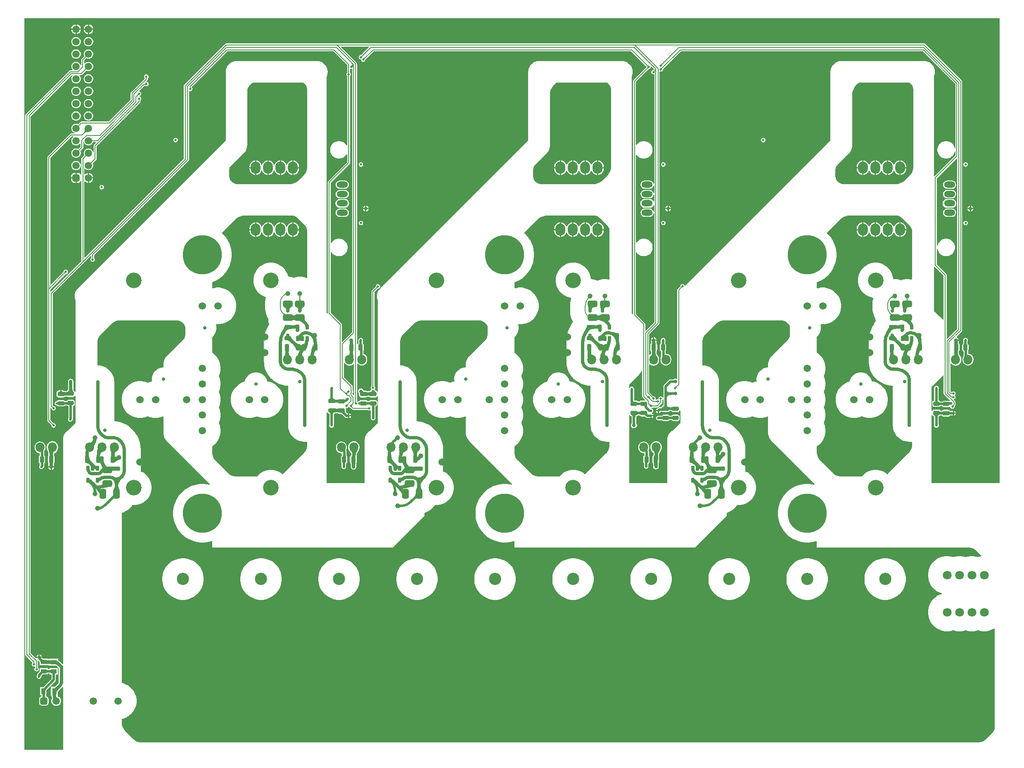
<source format=gbl>
G04*
G04 #@! TF.GenerationSoftware,Altium Limited,Altium Designer,24.1.2 (44)*
G04*
G04 Layer_Physical_Order=4*
G04 Layer_Color=16711680*
%FSLAX44Y44*%
%MOMM*%
G71*
G04*
G04 #@! TF.SameCoordinates,79274CF1-F64A-4BB2-BB1D-09D00C332B84*
G04*
G04*
G04 #@! TF.FilePolarity,Positive*
G04*
G01*
G75*
%ADD11C,0.5000*%
%ADD13C,0.2000*%
%ADD18C,1.0000*%
%ADD19R,0.9000X1.3000*%
G04:AMPARAMS|DCode=25|XSize=1.95mm|YSize=1.4mm|CornerRadius=0.35mm|HoleSize=0mm|Usage=FLASHONLY|Rotation=0.000|XOffset=0mm|YOffset=0mm|HoleType=Round|Shape=RoundedRectangle|*
%AMROUNDEDRECTD25*
21,1,1.9500,0.7000,0,0,0.0*
21,1,1.2500,1.4000,0,0,0.0*
1,1,0.7000,0.6250,-0.3500*
1,1,0.7000,-0.6250,-0.3500*
1,1,0.7000,-0.6250,0.3500*
1,1,0.7000,0.6250,0.3500*
%
%ADD25ROUNDEDRECTD25*%
G04:AMPARAMS|DCode=29|XSize=1.95mm|YSize=1.4mm|CornerRadius=0.35mm|HoleSize=0mm|Usage=FLASHONLY|Rotation=90.000|XOffset=0mm|YOffset=0mm|HoleType=Round|Shape=RoundedRectangle|*
%AMROUNDEDRECTD29*
21,1,1.9500,0.7000,0,0,90.0*
21,1,1.2500,1.4000,0,0,90.0*
1,1,0.7000,0.3500,0.6250*
1,1,0.7000,0.3500,-0.6250*
1,1,0.7000,-0.3500,-0.6250*
1,1,0.7000,-0.3500,0.6250*
%
%ADD29ROUNDEDRECTD29*%
G04:AMPARAMS|DCode=30|XSize=0.9mm|YSize=1.3mm|CornerRadius=0.225mm|HoleSize=0mm|Usage=FLASHONLY|Rotation=180.000|XOffset=0mm|YOffset=0mm|HoleType=Round|Shape=RoundedRectangle|*
%AMROUNDEDRECTD30*
21,1,0.9000,0.8500,0,0,180.0*
21,1,0.4500,1.3000,0,0,180.0*
1,1,0.4500,-0.2250,0.4250*
1,1,0.4500,0.2250,0.4250*
1,1,0.4500,0.2250,-0.4250*
1,1,0.4500,-0.2250,-0.4250*
%
%ADD30ROUNDEDRECTD30*%
G04:AMPARAMS|DCode=31|XSize=0.9mm|YSize=1.3mm|CornerRadius=0.225mm|HoleSize=0mm|Usage=FLASHONLY|Rotation=270.000|XOffset=0mm|YOffset=0mm|HoleType=Round|Shape=RoundedRectangle|*
%AMROUNDEDRECTD31*
21,1,0.9000,0.8500,0,0,270.0*
21,1,0.4500,1.3000,0,0,270.0*
1,1,0.4500,-0.4250,-0.2250*
1,1,0.4500,-0.4250,0.2250*
1,1,0.4500,0.4250,0.2250*
1,1,0.4500,0.4250,-0.2250*
%
%ADD31ROUNDEDRECTD31*%
%ADD34R,1.3000X0.9000*%
%ADD82C,0.7000*%
%ADD83C,0.7000*%
%ADD86C,2.5000*%
%ADD87O,2.0000X2.5000*%
%ADD88O,2.3000X1.3000*%
%ADD89O,1.8000X2.0000*%
%ADD90C,1.5000*%
G04:AMPARAMS|DCode=91|XSize=1.5mm|YSize=1.5mm|CornerRadius=0.375mm|HoleSize=0mm|Usage=FLASHONLY|Rotation=90.000|XOffset=0mm|YOffset=0mm|HoleType=Round|Shape=RoundedRectangle|*
%AMROUNDEDRECTD91*
21,1,1.5000,0.7500,0,0,90.0*
21,1,0.7500,1.5000,0,0,90.0*
1,1,0.7500,0.3750,0.3750*
1,1,0.7500,0.3750,-0.3750*
1,1,0.7500,-0.3750,-0.3750*
1,1,0.7500,-0.3750,0.3750*
%
%ADD91ROUNDEDRECTD91*%
%ADD92C,1.8000*%
G04:AMPARAMS|DCode=93|XSize=1.5mm|YSize=1.5mm|CornerRadius=0.375mm|HoleSize=0mm|Usage=FLASHONLY|Rotation=0.000|XOffset=0mm|YOffset=0mm|HoleType=Round|Shape=RoundedRectangle|*
%AMROUNDEDRECTD93*
21,1,1.5000,0.7500,0,0,0.0*
21,1,0.7500,1.5000,0,0,0.0*
1,1,0.7500,0.3750,-0.3750*
1,1,0.7500,-0.3750,-0.3750*
1,1,0.7500,-0.3750,0.3750*
1,1,0.7500,0.3750,0.3750*
%
%ADD93ROUNDEDRECTD93*%
%ADD94C,1.5240*%
%ADD95C,0.5000*%
%ADD96C,6.0000*%
%ADD97C,8.0000*%
%ADD98C,3.2000*%
G04:AMPARAMS|DCode=99|XSize=0.65mm|YSize=1.1mm|CornerRadius=0.1625mm|HoleSize=0mm|Usage=FLASHONLY|Rotation=0.000|XOffset=0mm|YOffset=0mm|HoleType=Round|Shape=RoundedRectangle|*
%AMROUNDEDRECTD99*
21,1,0.6500,0.7750,0,0,0.0*
21,1,0.3250,1.1000,0,0,0.0*
1,1,0.3250,0.1625,-0.3875*
1,1,0.3250,-0.1625,-0.3875*
1,1,0.3250,-0.1625,0.3875*
1,1,0.3250,0.1625,0.3875*
%
%ADD99ROUNDEDRECTD99*%
G36*
X675000Y1405000D02*
X675000Y1405000D01*
X675000Y1405000D01*
X674000Y1398586D01*
X673972Y1399318D01*
X673888Y1399914D01*
X673749Y1400374D01*
X673553Y1400699D01*
X673302Y1400888D01*
X673031Y1400934D01*
X673007Y1400734D01*
X673000Y1400525D01*
X672661Y1400864D01*
X672631Y1400857D01*
X672213Y1400638D01*
X671738Y1400284D01*
X671207Y1399793D01*
X670757Y1402172D01*
X670757Y1402172D01*
Y1402172D01*
X671040Y1402485D01*
X670525Y1403000D01*
X670733Y1403007D01*
X670939Y1403032D01*
X671141Y1403075D01*
X671341Y1403137D01*
X671537Y1403217D01*
X671637Y1403267D01*
X671663Y1403303D01*
X671945Y1403869D01*
X672115Y1404434D01*
X672171Y1405000D01*
X672115Y1405566D01*
X671945Y1406131D01*
X671662Y1406697D01*
X671266Y1407263D01*
X670757Y1407828D01*
X670758Y1407828D01*
X670757Y1407829D01*
X675000Y1405000D01*
D02*
G37*
G36*
X1307999Y1404363D02*
X1307828Y1404182D01*
X1307676Y1403997D01*
X1307542Y1403810D01*
X1307426Y1403620D01*
X1307328Y1403426D01*
X1307248Y1403230D01*
X1307186Y1403031D01*
X1307143Y1402828D01*
X1307118Y1402623D01*
X1307111Y1402414D01*
X1304636Y1404889D01*
X1304845Y1404896D01*
X1305050Y1404921D01*
X1305252Y1404964D01*
X1305452Y1405026D01*
X1305648Y1405106D01*
X1305842Y1405204D01*
X1306032Y1405320D01*
X1306219Y1405454D01*
X1306403Y1405606D01*
X1306585Y1405777D01*
X1307999Y1404363D01*
D02*
G37*
G36*
X1278207Y1403217D02*
X1278392Y1403065D01*
X1278579Y1402931D01*
X1278769Y1402814D01*
X1278963Y1402717D01*
X1279159Y1402637D01*
X1279359Y1402575D01*
X1279561Y1402532D01*
X1279766Y1402507D01*
X1279975Y1402500D01*
X1277500Y1400025D01*
X1277493Y1400233D01*
X1277468Y1400439D01*
X1277425Y1400641D01*
X1277363Y1400841D01*
X1277283Y1401037D01*
X1277186Y1401231D01*
X1277069Y1401421D01*
X1276935Y1401608D01*
X1276783Y1401792D01*
X1276612Y1401974D01*
X1278026Y1403388D01*
X1278207Y1403217D01*
D02*
G37*
G36*
X1816740Y1366189D02*
X1819118Y1363811D01*
X1820986Y1361015D01*
X1822273Y1357908D01*
X1822929Y1354610D01*
Y1352929D01*
Y1195521D01*
Y1193019D01*
X1821953Y1188112D01*
X1820038Y1183490D01*
X1817258Y1179330D01*
X1805368Y1167439D01*
X1805368D01*
X1803599Y1165670D01*
X1799439Y1162891D01*
X1794817Y1160976D01*
X1789910Y1160000D01*
X1678319D01*
X1675020Y1160656D01*
X1671914Y1161943D01*
X1669118Y1163811D01*
X1667929Y1165000D01*
X1666740Y1166189D01*
X1664872Y1168985D01*
X1663585Y1172092D01*
X1662929Y1175390D01*
Y1189610D01*
X1663585Y1192908D01*
X1664872Y1196015D01*
X1666740Y1198811D01*
X1667929Y1200000D01*
X1690489Y1222561D01*
X1690489D01*
X1690489Y1222561D01*
X1692163Y1224407D01*
X1694930Y1228548D01*
X1696835Y1233148D01*
X1697807Y1238031D01*
X1697929Y1240521D01*
Y1344479D01*
Y1346981D01*
X1698905Y1351888D01*
X1700820Y1356510D01*
X1703599Y1360670D01*
X1707929Y1365000D01*
X1707929D01*
X1707929Y1365000D01*
X1709118Y1366189D01*
X1711669Y1367893D01*
X1814189D01*
X1816740Y1366189D01*
D02*
G37*
G36*
X1196740D02*
X1199118Y1363811D01*
X1200986Y1361015D01*
X1202273Y1357908D01*
X1202929Y1354610D01*
Y1352929D01*
Y1195521D01*
Y1193019D01*
X1201953Y1188112D01*
X1200038Y1183490D01*
X1197258Y1179330D01*
X1185368Y1167439D01*
X1185368D01*
X1183599Y1165670D01*
X1179439Y1162891D01*
X1174817Y1160976D01*
X1169910Y1160000D01*
X1058319D01*
X1055021Y1160656D01*
X1051914Y1161943D01*
X1049118Y1163811D01*
X1047929Y1165000D01*
X1046740Y1166189D01*
X1044872Y1168985D01*
X1043585Y1172092D01*
X1042929Y1175390D01*
Y1189610D01*
X1043585Y1192908D01*
X1044872Y1196015D01*
X1046740Y1198811D01*
X1047929Y1200000D01*
X1070489Y1222561D01*
X1070490D01*
X1070489Y1222561D01*
X1072163Y1224407D01*
X1074930Y1228548D01*
X1076835Y1233148D01*
X1077807Y1238031D01*
X1077929Y1240521D01*
Y1344479D01*
Y1346981D01*
X1078905Y1351888D01*
X1080820Y1356510D01*
X1083599Y1360670D01*
X1087929Y1365000D01*
X1087929D01*
X1087929Y1365000D01*
X1089118Y1366189D01*
X1091669Y1367893D01*
X1194189D01*
X1196740Y1366189D01*
D02*
G37*
G36*
X573811D02*
X576189Y1363811D01*
X578057Y1361015D01*
X579344Y1357908D01*
X580000Y1354610D01*
Y1352929D01*
Y1195521D01*
Y1193019D01*
X579024Y1188112D01*
X577109Y1183490D01*
X574329Y1179330D01*
X562439Y1167439D01*
X562439D01*
X560671Y1165670D01*
X556510Y1162891D01*
X551888Y1160976D01*
X546981Y1160000D01*
X435390D01*
X432092Y1160656D01*
X428985Y1161943D01*
X426189Y1163811D01*
X425000Y1165000D01*
X423811Y1166189D01*
X421943Y1168985D01*
X420656Y1172092D01*
X420000Y1175390D01*
Y1189610D01*
X420656Y1192908D01*
X421706Y1195443D01*
X450631Y1224368D01*
X450631Y1224368D01*
X453381Y1227718D01*
X455424Y1231540D01*
X456682Y1235687D01*
X457106Y1240000D01*
X457106Y1240000D01*
Y1354616D01*
X457891Y1356510D01*
X460671Y1360670D01*
X465000Y1365000D01*
X465000D01*
X465000Y1365000D01*
X466189Y1366189D01*
X468740Y1367893D01*
X571260D01*
X573811Y1366189D01*
D02*
G37*
G36*
X248664Y1362887D02*
X248490Y1362989D01*
X248307Y1363081D01*
X248116Y1363162D01*
X247918Y1363232D01*
X247711Y1363291D01*
X247496Y1363340D01*
X247274Y1363378D01*
X246805Y1363421D01*
X246558Y1363426D01*
X246037Y1365426D01*
X246289Y1365435D01*
X246525Y1365461D01*
X246747Y1365504D01*
X246952Y1365565D01*
X247142Y1365643D01*
X247317Y1365738D01*
X247476Y1365851D01*
X247620Y1365981D01*
X247748Y1366129D01*
X247861Y1366293D01*
X248664Y1362887D01*
D02*
G37*
G36*
X234975Y1342500D02*
X234766Y1342493D01*
X234561Y1342468D01*
X234358Y1342425D01*
X234159Y1342363D01*
X233963Y1342283D01*
X233769Y1342186D01*
X233579Y1342069D01*
X233392Y1341935D01*
X233207Y1341783D01*
X233026Y1341612D01*
X231612Y1343026D01*
X231782Y1343208D01*
X231935Y1343392D01*
X232069Y1343579D01*
X232185Y1343769D01*
X232283Y1343963D01*
X232363Y1344159D01*
X232424Y1344359D01*
X232468Y1344561D01*
X232493Y1344767D01*
X232500Y1344975D01*
X234975Y1342500D01*
D02*
G37*
G36*
X131425Y1266701D02*
X130277Y1266695D01*
X128237Y1266577D01*
X127344Y1266466D01*
X126536Y1266319D01*
X125812Y1266137D01*
X125174Y1265919D01*
X124621Y1265667D01*
X124152Y1265378D01*
X123769Y1265055D01*
X122355Y1266469D01*
X122678Y1266853D01*
X122966Y1267321D01*
X123219Y1267874D01*
X123436Y1268513D01*
X123619Y1269236D01*
X123765Y1270044D01*
X123877Y1270937D01*
X123995Y1272977D01*
X124000Y1274125D01*
X131425Y1266701D01*
D02*
G37*
G36*
X1908941Y1365419D02*
Y1233550D01*
X1907671Y1233425D01*
X1907308Y1235250D01*
X1905951Y1238526D01*
X1903981Y1241474D01*
X1901474Y1243982D01*
X1898526Y1245952D01*
X1895250Y1247308D01*
X1891773Y1248000D01*
X1888227D01*
X1884749Y1247308D01*
X1881474Y1245952D01*
X1878526Y1243982D01*
X1876018Y1241474D01*
X1874048Y1238526D01*
X1872691Y1235250D01*
X1872000Y1231773D01*
Y1228227D01*
X1872691Y1224750D01*
X1874048Y1221474D01*
X1876018Y1218526D01*
X1878526Y1216019D01*
X1881474Y1214049D01*
X1884749Y1212692D01*
X1888227Y1212000D01*
X1891773D01*
X1895250Y1212692D01*
X1898526Y1214049D01*
X1901474Y1216019D01*
X1903981Y1218526D01*
X1905951Y1221474D01*
X1907308Y1224750D01*
X1907671Y1226576D01*
X1908941Y1226451D01*
Y1218267D01*
X1866270Y1175596D01*
X1865000Y1176122D01*
Y1380747D01*
X1865424Y1381540D01*
X1866682Y1385687D01*
X1867107Y1390000D01*
X1866682Y1394312D01*
X1865424Y1398459D01*
X1865000Y1399252D01*
Y1400000D01*
X1864142Y1400858D01*
X1863381Y1402281D01*
X1860632Y1405631D01*
X1857282Y1408381D01*
X1855859Y1409141D01*
X1855000Y1410000D01*
X1854252D01*
X1853460Y1410423D01*
X1849313Y1411681D01*
X1845000Y1412106D01*
X1675000D01*
X1670687Y1411681D01*
X1666540Y1410423D01*
X1665748Y1410000D01*
X1665000D01*
X1664141Y1409141D01*
X1662718Y1408381D01*
X1659368Y1405631D01*
X1656619Y1402281D01*
X1655859Y1400859D01*
X1655000Y1400000D01*
Y1399252D01*
X1654576Y1398459D01*
X1653318Y1394312D01*
X1652894Y1390000D01*
Y1249157D01*
X1355142Y951406D01*
X1353793Y951852D01*
X1353284Y953081D01*
X1352018Y954346D01*
X1350364Y955032D01*
X1348574D01*
X1346920Y954346D01*
X1345654Y953081D01*
X1344969Y951427D01*
Y950357D01*
X1339837Y945225D01*
X1339174Y944233D01*
X1338941Y943062D01*
X1338941Y943062D01*
Y761260D01*
X1337671Y760431D01*
X1336201Y761040D01*
X1333799D01*
X1331579Y760120D01*
X1330664Y759205D01*
X1324617D01*
X1322861Y758856D01*
X1321373Y757862D01*
X1311756Y748245D01*
X1310761Y746756D01*
X1310412Y745000D01*
Y730000D01*
Y722012D01*
X1309142Y721759D01*
X1308815Y722549D01*
X1307549Y723815D01*
X1305895Y724500D01*
X1304105D01*
X1302451Y723815D01*
X1301185Y722549D01*
X1300500Y720895D01*
Y719744D01*
X1300141Y718944D01*
X1299341Y718585D01*
X1298190D01*
X1296536Y717900D01*
X1296179Y717543D01*
X1295212Y717519D01*
X1295029Y717570D01*
X1294585Y718334D01*
X1294392Y718844D01*
X1294500Y719105D01*
Y720895D01*
X1293815Y722549D01*
X1292549Y723815D01*
X1290895Y724500D01*
X1289826D01*
X1281059Y733267D01*
Y789714D01*
X1282329Y790340D01*
X1284180Y788920D01*
X1286987Y787757D01*
X1290000Y787360D01*
X1293013Y787757D01*
X1295820Y788920D01*
X1298230Y790770D01*
X1300080Y793180D01*
X1301243Y795987D01*
X1301640Y799000D01*
Y801000D01*
X1301243Y804013D01*
X1300080Y806820D01*
X1298230Y809230D01*
X1297422Y809851D01*
X1297132Y810463D01*
X1296800Y811314D01*
X1296528Y812193D01*
X1296316Y813103D01*
X1296163Y814045D01*
X1296108Y814635D01*
Y815034D01*
X1296168Y816254D01*
X1296292Y817430D01*
X1297262Y818881D01*
X1297634Y820750D01*
Y829250D01*
X1297262Y831119D01*
X1296312Y832541D01*
X1296108Y835878D01*
Y838730D01*
X1283988D01*
X1284879Y836579D01*
X1284892Y836566D01*
Y834966D01*
X1284832Y833746D01*
X1284707Y832570D01*
X1283738Y831119D01*
X1283366Y829250D01*
Y820750D01*
X1283738Y818881D01*
X1284688Y817460D01*
X1284890Y814158D01*
X1284830Y813223D01*
X1284672Y811938D01*
X1284530Y811225D01*
X1284180Y811080D01*
X1282329Y809659D01*
X1281059Y810286D01*
Y851732D01*
X1301577Y872251D01*
X1301577Y872251D01*
X1302240Y873243D01*
X1302473Y874414D01*
X1302473Y874414D01*
Y1390033D01*
X1303529Y1390739D01*
X1304105Y1390500D01*
X1305895D01*
X1307549Y1391185D01*
X1308815Y1392451D01*
X1309500Y1394105D01*
Y1395174D01*
X1346267Y1431941D01*
X1842419D01*
X1908941Y1365419D01*
D02*
G37*
G36*
X100485Y1256528D02*
X100267Y1256402D01*
X98498Y1254633D01*
X97247Y1252467D01*
X96600Y1250051D01*
Y1247549D01*
X97247Y1245133D01*
X98498Y1242967D01*
X100267Y1241198D01*
X102433Y1239948D01*
X104849Y1239300D01*
X107351D01*
X109767Y1239948D01*
X111933Y1241198D01*
X113540Y1242806D01*
X114810Y1242578D01*
Y1236436D01*
X110312Y1231938D01*
X109767Y1232253D01*
X107351Y1232900D01*
X104849D01*
X102433Y1232253D01*
X100267Y1231002D01*
X98498Y1229233D01*
X97247Y1227067D01*
X96600Y1224651D01*
Y1222149D01*
X97247Y1219733D01*
X98498Y1217567D01*
X100267Y1215798D01*
X102433Y1214548D01*
X104849Y1213900D01*
X107351D01*
X109767Y1214548D01*
X111933Y1215798D01*
X113702Y1217567D01*
X114952Y1219733D01*
X115600Y1222149D01*
Y1224651D01*
X114952Y1227067D01*
X114638Y1227612D01*
X120032Y1233007D01*
X120695Y1233999D01*
X120928Y1235170D01*
X120928Y1235170D01*
Y1246643D01*
X122198Y1246810D01*
X122647Y1245133D01*
X123898Y1242967D01*
X125667Y1241198D01*
X127833Y1239948D01*
X130249Y1239300D01*
X132751D01*
X135167Y1239948D01*
X137333Y1241198D01*
X139102Y1242967D01*
X140352Y1245133D01*
X140515Y1245741D01*
X146070D01*
X146556Y1244568D01*
X142837Y1240849D01*
X142174Y1239857D01*
X141941Y1238686D01*
X141941Y1238686D01*
Y1226045D01*
X140671Y1225877D01*
X140352Y1227067D01*
X139102Y1229233D01*
X137333Y1231002D01*
X135167Y1232253D01*
X132751Y1232900D01*
X130249D01*
X127833Y1232253D01*
X125667Y1231002D01*
X123898Y1229233D01*
X122647Y1227067D01*
X122000Y1224651D01*
Y1222149D01*
X122647Y1219733D01*
X122962Y1219188D01*
X117837Y1214063D01*
X117174Y1213071D01*
X116941Y1211900D01*
X116941Y1211900D01*
Y1179947D01*
X116683Y1179732D01*
X114993Y1179975D01*
X114385Y1180885D01*
X112304Y1182275D01*
X109850Y1182763D01*
X107370D01*
Y1172600D01*
Y1162437D01*
X109850D01*
X112304Y1162925D01*
X114385Y1164315D01*
X114993Y1165226D01*
X116683Y1165469D01*
X116941Y1165253D01*
Y1001924D01*
X54232Y939214D01*
X53059Y939700D01*
Y943733D01*
X84825Y975500D01*
X85895D01*
X87549Y976185D01*
X88815Y977451D01*
X89500Y979105D01*
Y980895D01*
X88815Y982549D01*
X87549Y983815D01*
X85895Y984500D01*
X84105D01*
X82451Y983815D01*
X81185Y982549D01*
X80500Y980895D01*
Y979826D01*
X54232Y953558D01*
X53059Y954044D01*
Y1213733D01*
X97124Y1257798D01*
X100144D01*
X100485Y1256528D01*
D02*
G37*
G36*
X1291003Y1395329D02*
X1289674Y1394000D01*
X1289105D01*
X1287451Y1393315D01*
X1286185Y1392049D01*
X1285500Y1390395D01*
Y1388605D01*
X1286185Y1386951D01*
X1287451Y1385685D01*
X1289105Y1385000D01*
X1290895D01*
X1291613Y1384520D01*
Y1160407D01*
X1290343Y1160324D01*
X1290282Y1160789D01*
X1289425Y1162857D01*
X1288062Y1164632D01*
X1286287Y1165995D01*
X1284219Y1166851D01*
X1282000Y1167143D01*
X1272000D01*
X1269781Y1166851D01*
X1267713Y1165995D01*
X1265938Y1164632D01*
X1264576Y1162857D01*
X1263719Y1160789D01*
X1263427Y1158570D01*
X1263719Y1156351D01*
X1264576Y1154284D01*
X1265938Y1152508D01*
X1267713Y1151145D01*
X1269781Y1150289D01*
X1272000Y1149997D01*
X1282000D01*
X1284219Y1150289D01*
X1286287Y1151145D01*
X1288062Y1152508D01*
X1289425Y1154284D01*
X1290282Y1156351D01*
X1290343Y1156817D01*
X1291613Y1156734D01*
Y1141357D01*
X1290343Y1141274D01*
X1290282Y1141739D01*
X1289425Y1143807D01*
X1288062Y1145583D01*
X1286287Y1146945D01*
X1284219Y1147801D01*
X1282000Y1148093D01*
X1272000D01*
X1269781Y1147801D01*
X1267713Y1146945D01*
X1265938Y1145583D01*
X1264576Y1143807D01*
X1263719Y1141739D01*
X1263427Y1139520D01*
X1263719Y1137301D01*
X1264576Y1135234D01*
X1265938Y1133458D01*
X1267713Y1132095D01*
X1269781Y1131239D01*
X1272000Y1130947D01*
X1282000D01*
X1284219Y1131239D01*
X1286287Y1132095D01*
X1288062Y1133458D01*
X1289425Y1135234D01*
X1290282Y1137301D01*
X1290343Y1137767D01*
X1291613Y1137684D01*
Y1124209D01*
X1290343Y1123957D01*
X1289897Y1125034D01*
X1288448Y1126922D01*
X1286559Y1128371D01*
X1284360Y1129282D01*
X1282000Y1129593D01*
X1272000D01*
X1269640Y1129282D01*
X1267441Y1128371D01*
X1265553Y1126922D01*
X1264104Y1125034D01*
X1263193Y1122835D01*
X1262882Y1120475D01*
X1263193Y1118115D01*
X1264104Y1115916D01*
X1265553Y1114027D01*
X1267441Y1112578D01*
X1269640Y1111667D01*
X1272000Y1111357D01*
X1282000D01*
X1284360Y1111667D01*
X1286559Y1112578D01*
X1288448Y1114027D01*
X1289897Y1115916D01*
X1290343Y1116993D01*
X1291613Y1116740D01*
Y1103267D01*
X1290343Y1103183D01*
X1290282Y1103649D01*
X1289425Y1105716D01*
X1288062Y1107492D01*
X1286287Y1108855D01*
X1284219Y1109711D01*
X1282000Y1110003D01*
X1272000D01*
X1269781Y1109711D01*
X1267713Y1108855D01*
X1265938Y1107492D01*
X1264576Y1105716D01*
X1263719Y1103649D01*
X1263427Y1101430D01*
X1263719Y1099211D01*
X1264576Y1097143D01*
X1265938Y1095368D01*
X1267713Y1094005D01*
X1269781Y1093149D01*
X1272000Y1092857D01*
X1282000D01*
X1284219Y1093149D01*
X1286287Y1094005D01*
X1288062Y1095368D01*
X1289425Y1097143D01*
X1290282Y1099211D01*
X1290343Y1099676D01*
X1291613Y1099593D01*
Y876595D01*
X1274232Y859214D01*
X1273059Y859701D01*
Y872527D01*
X1273059Y872527D01*
X1272826Y873697D01*
X1272163Y874690D01*
X1254059Y892794D01*
Y1019271D01*
X1255274Y1019640D01*
X1256019Y1018526D01*
X1258526Y1016019D01*
X1261474Y1014049D01*
X1264750Y1012692D01*
X1268227Y1012000D01*
X1271773D01*
X1275250Y1012692D01*
X1278526Y1014049D01*
X1281474Y1016019D01*
X1283981Y1018526D01*
X1285951Y1021474D01*
X1287308Y1024750D01*
X1288000Y1028227D01*
Y1031773D01*
X1287308Y1035250D01*
X1285951Y1038526D01*
X1283981Y1041474D01*
X1281474Y1043981D01*
X1278526Y1045951D01*
X1275250Y1047308D01*
X1271773Y1048000D01*
X1268227D01*
X1264750Y1047308D01*
X1261474Y1045951D01*
X1258526Y1043981D01*
X1256019Y1041474D01*
X1255274Y1040360D01*
X1254059Y1040729D01*
Y1219271D01*
X1255274Y1219640D01*
X1256019Y1218526D01*
X1258526Y1216019D01*
X1261474Y1214049D01*
X1264750Y1212692D01*
X1268227Y1212000D01*
X1271773D01*
X1275250Y1212692D01*
X1278526Y1214049D01*
X1281474Y1216019D01*
X1283981Y1218526D01*
X1285951Y1221474D01*
X1287308Y1224750D01*
X1288000Y1228227D01*
Y1231773D01*
X1287308Y1235250D01*
X1285951Y1238526D01*
X1283981Y1241474D01*
X1281474Y1243982D01*
X1278526Y1245952D01*
X1275250Y1247308D01*
X1271773Y1248000D01*
X1268227D01*
X1264750Y1247308D01*
X1261474Y1245952D01*
X1258526Y1243982D01*
X1256019Y1241474D01*
X1255274Y1240360D01*
X1254059Y1240729D01*
Y1369733D01*
X1279826Y1395500D01*
X1280895D01*
X1282549Y1396185D01*
X1283815Y1397451D01*
X1284500Y1399105D01*
Y1400035D01*
X1285770Y1400561D01*
X1291003Y1395329D01*
D02*
G37*
G36*
X1793521Y1094536D02*
X1795718Y1093626D01*
X1797695Y1092305D01*
X1798535Y1091464D01*
X1816189Y1073811D01*
X1818057Y1071015D01*
X1819344Y1067908D01*
X1820000Y1064610D01*
Y1060000D01*
Y964632D01*
X1818973Y963886D01*
X1818196Y964138D01*
X1812755Y965000D01*
X1807245D01*
X1801804Y964138D01*
X1797500Y962740D01*
X1793196Y964138D01*
X1787755Y965000D01*
X1782246D01*
X1781371Y966148D01*
X1780614Y970930D01*
X1778863Y976319D01*
X1776290Y981368D01*
X1772959Y985952D01*
X1768953Y989959D01*
X1764368Y993290D01*
X1759319Y995863D01*
X1753930Y997614D01*
X1748333Y998500D01*
X1742667D01*
X1737070Y997614D01*
X1731681Y995863D01*
X1726632Y993290D01*
X1722048Y989959D01*
X1718041Y985952D01*
X1714710Y981368D01*
X1712138Y976319D01*
X1710387Y970930D01*
X1709500Y965333D01*
Y959667D01*
X1710387Y954070D01*
X1712138Y948681D01*
X1714710Y943632D01*
X1718041Y939048D01*
X1722048Y935041D01*
X1726632Y931710D01*
X1731681Y929137D01*
X1737070Y927386D01*
X1740029Y926918D01*
X1740685Y925831D01*
X1740538Y925397D01*
X1739309Y919217D01*
X1738897Y912929D01*
X1738904D01*
X1738904Y912929D01*
Y907071D01*
X1738904Y907071D01*
X1738897D01*
X1739309Y900783D01*
X1740538Y894603D01*
X1742564Y888636D01*
X1745147Y883398D01*
Y882500D01*
X1745369Y879677D01*
X1744984Y878747D01*
X1744587Y877096D01*
X1744441Y876825D01*
X1742657Y873977D01*
X1741982Y872901D01*
X1741981Y872900D01*
X1741380Y871812D01*
X1738252Y866152D01*
X1735266Y858944D01*
X1733107Y851448D01*
X1731800Y843757D01*
X1731432Y837211D01*
X1731362Y835968D01*
X1731369Y835813D01*
X1731424Y835153D01*
Y794953D01*
X1731423Y794950D01*
X1731424D01*
X1731452Y794592D01*
X1731822Y788941D01*
X1732997Y783034D01*
X1734933Y777332D01*
X1737596Y771930D01*
X1740942Y766923D01*
X1744913Y762396D01*
X1745303Y762053D01*
X1746235Y761235D01*
X1747166Y760419D01*
X1751219Y756864D01*
X1756731Y753181D01*
X1762677Y750249D01*
X1768954Y748118D01*
X1775456Y746825D01*
X1780896Y746469D01*
Y665000D01*
X1781310Y659743D01*
X1782541Y654616D01*
X1784559Y649744D01*
X1787314Y645248D01*
X1790739Y641239D01*
X1794748Y637814D01*
X1799244Y635059D01*
X1804116Y633041D01*
X1809243Y631810D01*
X1814500Y631396D01*
X1818730Y631729D01*
X1820000Y630617D01*
Y623019D01*
X1819024Y618112D01*
X1817109Y613490D01*
X1814330Y609329D01*
X1812560Y607561D01*
X1772440Y567439D01*
X1772440D01*
X1770670Y565671D01*
X1769214Y564698D01*
X1768953Y564959D01*
X1764368Y568290D01*
X1759319Y570863D01*
X1753930Y572614D01*
X1748333Y573500D01*
X1742667D01*
X1737070Y572614D01*
X1731681Y570863D01*
X1726632Y568290D01*
X1722048Y564959D01*
X1718041Y560952D01*
X1717349Y560000D01*
X1673019D01*
X1668112Y560976D01*
X1663490Y562891D01*
X1659330Y565671D01*
X1657560Y567439D01*
X1632440Y592561D01*
X1630670Y594329D01*
X1627891Y598490D01*
X1625976Y603112D01*
X1625000Y608019D01*
Y622178D01*
X1629430Y625397D01*
X1633604Y629571D01*
X1637073Y634346D01*
X1639753Y639605D01*
X1641577Y645219D01*
X1642500Y651049D01*
Y656952D01*
X1641577Y662782D01*
X1639753Y668395D01*
X1638935Y670000D01*
X1639753Y671605D01*
X1641577Y677219D01*
X1642500Y683049D01*
Y688951D01*
X1641577Y694781D01*
X1639753Y700395D01*
X1638935Y702000D01*
X1639753Y703605D01*
X1641577Y709219D01*
X1642500Y715049D01*
Y720951D01*
X1641577Y726781D01*
X1639753Y732395D01*
X1638935Y734000D01*
X1639753Y735605D01*
X1641577Y741219D01*
X1642500Y747049D01*
Y752951D01*
X1641577Y758781D01*
X1639753Y764395D01*
X1638935Y766000D01*
X1639753Y767605D01*
X1641577Y773219D01*
X1642500Y779049D01*
Y784951D01*
X1641577Y790781D01*
X1639753Y796395D01*
X1637073Y801654D01*
X1633604Y806430D01*
X1629430Y810603D01*
X1625000Y813822D01*
Y846766D01*
X1628253Y850020D01*
X1630825Y853869D01*
X1632597Y858145D01*
X1633500Y862685D01*
Y867315D01*
X1632706Y871305D01*
X1633611Y872448D01*
X1634039Y872380D01*
X1639961D01*
X1645809Y873307D01*
X1651441Y875136D01*
X1656717Y877825D01*
X1661508Y881305D01*
X1665695Y885492D01*
X1669176Y890283D01*
X1671864Y895559D01*
X1673694Y901191D01*
X1674620Y907039D01*
Y912961D01*
X1673694Y918810D01*
X1671864Y924441D01*
X1669176Y929717D01*
X1665695Y934508D01*
X1661508Y938695D01*
X1656717Y942176D01*
X1651441Y944864D01*
X1645809Y946694D01*
X1639961Y947620D01*
X1634039D01*
X1628191Y946694D01*
X1626028Y945991D01*
X1625000Y946738D01*
Y958431D01*
X1627997Y959480D01*
X1634069Y962404D01*
X1639775Y965990D01*
X1645044Y970191D01*
X1649809Y974957D01*
X1654011Y980225D01*
X1657596Y985931D01*
X1660520Y992003D01*
X1662746Y998364D01*
X1664246Y1004934D01*
X1665000Y1011631D01*
Y1018370D01*
X1664246Y1025067D01*
X1662746Y1031637D01*
X1660520Y1037997D01*
X1657596Y1044069D01*
X1654011Y1049775D01*
X1649809Y1055044D01*
X1645044Y1059809D01*
X1645031Y1060031D01*
X1672560Y1087561D01*
X1672561Y1087561D01*
Y1087561D01*
X1674330Y1089329D01*
X1678490Y1092109D01*
X1683112Y1094024D01*
X1688019Y1095000D01*
X1791189D01*
X1793521Y1094536D01*
D02*
G37*
G36*
X1173521D02*
X1175718Y1093626D01*
X1177695Y1092305D01*
X1196189Y1073811D01*
X1198057Y1071015D01*
X1199344Y1067908D01*
X1200000Y1064610D01*
Y1060000D01*
Y964632D01*
X1198973Y963886D01*
X1198196Y964138D01*
X1192755Y965000D01*
X1187246D01*
X1181804Y964138D01*
X1176565Y962436D01*
X1175000Y961639D01*
X1173436Y962436D01*
X1168196Y964138D01*
X1162755Y965000D01*
X1161500D01*
Y965333D01*
X1160613Y970930D01*
X1158862Y976319D01*
X1156290Y981368D01*
X1152959Y985952D01*
X1148952Y989959D01*
X1144368Y993290D01*
X1139319Y995863D01*
X1133930Y997614D01*
X1128333Y998500D01*
X1122667D01*
X1117070Y997614D01*
X1111681Y995863D01*
X1106632Y993290D01*
X1102048Y989959D01*
X1098041Y985952D01*
X1094710Y981368D01*
X1092137Y976319D01*
X1090386Y970930D01*
X1089500Y965333D01*
Y959667D01*
X1090386Y954070D01*
X1092137Y948681D01*
X1094710Y943632D01*
X1098041Y939048D01*
X1102048Y935041D01*
X1106632Y931710D01*
X1111681Y929137D01*
X1117070Y927386D01*
X1120697Y926812D01*
X1121354Y925725D01*
X1120805Y924108D01*
X1119363Y916857D01*
X1118879Y909479D01*
X1118904D01*
X1118904Y909476D01*
Y900003D01*
X1118904Y900000D01*
X1118904D01*
X1118924Y899756D01*
X1119277Y894366D01*
X1120378Y888829D01*
X1122193Y883482D01*
X1124690Y878418D01*
X1124848Y878182D01*
X1124588Y877097D01*
X1124441Y876825D01*
X1121983Y872901D01*
X1121982Y872901D01*
X1121982D01*
X1118252Y866152D01*
X1115266Y858944D01*
X1113107Y851448D01*
X1111800Y843757D01*
X1111432Y837212D01*
X1111432Y837212D01*
X1111432Y837211D01*
X1111362Y835968D01*
X1111368D01*
X1111423Y835267D01*
Y794950D01*
X1111423D01*
X1111453Y794571D01*
X1111822Y788941D01*
X1112997Y783034D01*
X1114933Y777332D01*
X1117596Y771930D01*
X1120942Y766923D01*
X1124913Y762396D01*
X1125303Y762053D01*
X1126235Y761235D01*
X1127166Y760419D01*
X1131219Y756864D01*
X1136731Y753181D01*
X1142677Y750249D01*
X1148954Y748118D01*
X1155456Y746825D01*
X1160897Y746469D01*
Y665000D01*
X1161310Y659743D01*
X1162541Y654616D01*
X1164559Y649744D01*
X1167314Y645248D01*
X1170739Y641239D01*
X1174748Y637814D01*
X1179244Y635059D01*
X1184116Y633041D01*
X1189243Y631810D01*
X1194500Y631396D01*
X1198730Y631729D01*
X1200000Y630617D01*
Y623019D01*
X1199024Y618112D01*
X1197109Y613490D01*
X1194330Y609329D01*
X1192561Y607561D01*
X1152439Y567439D01*
X1152439D01*
X1150670Y565671D01*
X1149214Y564697D01*
X1148952Y564959D01*
X1144368Y568290D01*
X1139319Y570863D01*
X1133930Y572614D01*
X1128333Y573500D01*
X1122667D01*
X1117070Y572614D01*
X1111681Y570863D01*
X1106632Y568290D01*
X1102048Y564959D01*
X1098041Y560952D01*
X1097349Y560000D01*
X1053019D01*
X1048112Y560976D01*
X1043490Y562891D01*
X1039330Y565671D01*
X1037561Y567439D01*
X1012439Y592561D01*
X1010670Y594329D01*
X1007891Y598490D01*
X1005976Y603112D01*
X1005000Y608019D01*
Y622179D01*
X1009429Y625397D01*
X1013603Y629571D01*
X1017073Y634346D01*
X1019752Y639605D01*
X1021576Y645219D01*
X1022500Y651049D01*
Y656952D01*
X1021576Y662782D01*
X1019752Y668395D01*
X1018935Y670000D01*
X1019752Y671605D01*
X1021576Y677219D01*
X1022500Y683049D01*
Y688951D01*
X1021576Y694781D01*
X1019752Y700395D01*
X1018935Y702000D01*
X1019752Y703605D01*
X1021576Y709219D01*
X1022500Y715049D01*
Y720951D01*
X1021576Y726781D01*
X1019752Y732395D01*
X1018935Y734000D01*
X1019752Y735605D01*
X1021576Y741219D01*
X1022500Y747049D01*
Y752951D01*
X1021576Y758781D01*
X1019752Y764395D01*
X1018935Y766000D01*
X1019752Y767605D01*
X1021576Y773219D01*
X1022500Y779049D01*
Y784951D01*
X1021576Y790781D01*
X1019752Y796395D01*
X1017073Y801654D01*
X1013603Y806430D01*
X1009429Y810603D01*
X1005000Y813821D01*
Y846766D01*
X1008254Y850020D01*
X1010826Y853869D01*
X1012597Y858145D01*
X1013500Y862685D01*
Y867315D01*
X1012706Y871305D01*
X1013612Y872448D01*
X1014040Y872380D01*
X1019961D01*
X1025810Y873307D01*
X1031441Y875136D01*
X1036717Y877825D01*
X1041508Y881305D01*
X1045695Y885492D01*
X1049176Y890283D01*
X1051864Y895559D01*
X1053694Y901191D01*
X1054620Y907039D01*
Y912961D01*
X1053694Y918810D01*
X1051864Y924441D01*
X1049176Y929717D01*
X1045695Y934508D01*
X1041508Y938695D01*
X1036717Y942176D01*
X1031441Y944864D01*
X1025810Y946694D01*
X1019961Y947620D01*
X1014040D01*
X1008191Y946694D01*
X1006028Y945991D01*
X1005000Y946737D01*
Y958431D01*
X1007997Y959480D01*
X1014069Y962404D01*
X1019775Y965990D01*
X1025044Y970191D01*
X1029809Y974957D01*
X1034011Y980225D01*
X1037596Y985931D01*
X1040520Y992003D01*
X1042746Y998364D01*
X1044245Y1004934D01*
X1045000Y1011631D01*
Y1018370D01*
X1044245Y1025067D01*
X1042746Y1031637D01*
X1040520Y1037997D01*
X1037596Y1044069D01*
X1034011Y1049775D01*
X1029809Y1055044D01*
X1025044Y1059809D01*
X1025031Y1060031D01*
X1052561Y1087561D01*
X1052561Y1087561D01*
Y1087561D01*
X1054330Y1089329D01*
X1058490Y1092109D01*
X1063112Y1094024D01*
X1068019Y1095000D01*
X1171189D01*
X1173521Y1094536D01*
D02*
G37*
G36*
X553521D02*
X555718Y1093626D01*
X557695Y1092305D01*
X576189Y1073811D01*
X578057Y1071015D01*
X579344Y1067908D01*
X580000Y1064610D01*
Y1060000D01*
Y967854D01*
X578917Y967190D01*
X578436Y967436D01*
X573196Y969138D01*
X567755Y970000D01*
X562246D01*
X556804Y969138D01*
X552500Y967739D01*
X548196Y969138D01*
X542755Y970000D01*
X540761D01*
X540614Y970930D01*
X538863Y976319D01*
X536290Y981368D01*
X532959Y985952D01*
X528953Y989959D01*
X524368Y993290D01*
X519319Y995863D01*
X513930Y997614D01*
X508333Y998500D01*
X502667D01*
X497070Y997614D01*
X491681Y995863D01*
X486632Y993290D01*
X482048Y989959D01*
X478041Y985952D01*
X474710Y981368D01*
X472138Y976319D01*
X470387Y970930D01*
X469500Y965333D01*
Y959667D01*
X470387Y954070D01*
X472138Y948681D01*
X474710Y943632D01*
X478041Y939048D01*
X482048Y935041D01*
X486632Y931710D01*
X491681Y929137D01*
X495069Y928037D01*
X494309Y924217D01*
X493897Y917929D01*
X493904D01*
X493904Y917926D01*
Y905003D01*
X493904Y905000D01*
X493874D01*
X494376Y898620D01*
X495870Y892398D01*
X498319Y886485D01*
X500146Y883504D01*
Y882500D01*
X500560Y877243D01*
X501717Y872423D01*
X498252Y866152D01*
X495266Y858944D01*
X493106Y851448D01*
X491800Y843757D01*
X491362Y835968D01*
X491362D01*
X491368Y835813D01*
X491424Y835153D01*
Y794953D01*
X491423Y794950D01*
X491424D01*
X491452Y794588D01*
X491822Y788941D01*
X492997Y783034D01*
X494933Y777332D01*
X497596Y771930D01*
X500942Y766923D01*
X504913Y762396D01*
X506236Y761236D01*
X506236Y761235D01*
Y761235D01*
X511219Y756864D01*
X516731Y753181D01*
X522677Y750249D01*
X528954Y748118D01*
X535456Y746825D01*
X540897Y746469D01*
Y665000D01*
X541310Y659743D01*
X542541Y654616D01*
X544559Y649744D01*
X547314Y645248D01*
X550739Y641239D01*
X554749Y637814D01*
X559245Y635059D01*
X564116Y633041D01*
X569244Y631810D01*
X574500Y631396D01*
X578730Y631729D01*
X580000Y630617D01*
Y623019D01*
X579024Y618112D01*
X577109Y613490D01*
X574329Y609329D01*
X572561Y607561D01*
X532439Y567439D01*
X532439D01*
X530671Y565671D01*
X529214Y564697D01*
X528953Y564959D01*
X524368Y568290D01*
X519319Y570863D01*
X513930Y572614D01*
X508333Y573500D01*
X502667D01*
X497070Y572614D01*
X491681Y570863D01*
X486632Y568290D01*
X482048Y564959D01*
X478041Y560952D01*
X477349Y560000D01*
X433019D01*
X428112Y560976D01*
X423490Y562891D01*
X419329Y565671D01*
X417561Y567439D01*
X392439Y592561D01*
X390671Y594329D01*
X387891Y598490D01*
X385976Y603112D01*
X385000Y608019D01*
Y622178D01*
X389430Y625397D01*
X393603Y629571D01*
X397073Y634346D01*
X399753Y639605D01*
X401577Y645219D01*
X402500Y651049D01*
Y656952D01*
X401577Y662782D01*
X399753Y668395D01*
X398935Y670000D01*
X399753Y671605D01*
X401577Y677219D01*
X402500Y683049D01*
Y688951D01*
X401577Y694781D01*
X399753Y700395D01*
X398935Y702000D01*
X399753Y703605D01*
X401577Y709219D01*
X402500Y715049D01*
Y720951D01*
X401577Y726781D01*
X399753Y732395D01*
X398935Y734000D01*
X399753Y735605D01*
X401577Y741219D01*
X402500Y747049D01*
Y752951D01*
X401577Y758781D01*
X399753Y764395D01*
X398935Y766000D01*
X399753Y767605D01*
X401577Y773219D01*
X402500Y779049D01*
Y784951D01*
X401577Y790781D01*
X399753Y796395D01*
X397073Y801654D01*
X393603Y806430D01*
X389430Y810603D01*
X385000Y813822D01*
Y846766D01*
X388253Y850020D01*
X390825Y853869D01*
X392597Y858145D01*
X393500Y862685D01*
Y867315D01*
X392706Y871305D01*
X393611Y872448D01*
X394039Y872380D01*
X399961D01*
X405809Y873307D01*
X411441Y875136D01*
X416717Y877825D01*
X421508Y881305D01*
X425695Y885492D01*
X429175Y890283D01*
X431864Y895559D01*
X433694Y901191D01*
X434620Y907039D01*
Y912961D01*
X433694Y918810D01*
X431864Y924441D01*
X429175Y929717D01*
X425695Y934508D01*
X421508Y938695D01*
X416717Y942176D01*
X411441Y944864D01*
X405809Y946694D01*
X399961Y947620D01*
X394039D01*
X388191Y946694D01*
X386027Y945991D01*
X385000Y946738D01*
Y958431D01*
X387997Y959480D01*
X394069Y962404D01*
X399775Y965990D01*
X405044Y970191D01*
X409809Y974957D01*
X414011Y980225D01*
X417596Y985931D01*
X420520Y992003D01*
X422746Y998364D01*
X424245Y1004934D01*
X425000Y1011631D01*
Y1018370D01*
X424245Y1025067D01*
X422746Y1031637D01*
X420520Y1037997D01*
X417596Y1044069D01*
X414011Y1049775D01*
X409809Y1055044D01*
X405044Y1059809D01*
X405031Y1060031D01*
X432561Y1087561D01*
X432561Y1087561D01*
Y1087561D01*
X434329Y1089329D01*
X438490Y1092109D01*
X443112Y1094024D01*
X448019Y1095000D01*
X551189D01*
X553521Y1094536D01*
D02*
G37*
G36*
X1912941Y1211956D02*
Y862924D01*
X1892232Y842215D01*
X1891059Y842701D01*
Y973532D01*
X1891059Y973532D01*
X1890826Y974703D01*
X1890163Y975695D01*
X1890163Y975695D01*
X1871059Y994799D01*
Y1026448D01*
X1872329Y1026572D01*
X1872691Y1024750D01*
X1874048Y1021474D01*
X1876018Y1018526D01*
X1878526Y1016019D01*
X1881474Y1014049D01*
X1884749Y1012692D01*
X1888227Y1012000D01*
X1891773D01*
X1895250Y1012692D01*
X1898526Y1014049D01*
X1901474Y1016019D01*
X1903981Y1018526D01*
X1905951Y1021474D01*
X1907308Y1024750D01*
X1908000Y1028227D01*
Y1031773D01*
X1907308Y1035250D01*
X1905951Y1038526D01*
X1903981Y1041474D01*
X1901474Y1043981D01*
X1898526Y1045951D01*
X1895250Y1047308D01*
X1891773Y1048000D01*
X1888227D01*
X1884749Y1047308D01*
X1881474Y1045951D01*
X1878526Y1043981D01*
X1876018Y1041474D01*
X1874048Y1038526D01*
X1872691Y1035250D01*
X1872329Y1033427D01*
X1871059Y1033552D01*
Y1171733D01*
X1911768Y1212442D01*
X1912941Y1211956D01*
D02*
G37*
G36*
X669605Y1396000D02*
X671395D01*
X671941Y1395635D01*
Y856267D01*
X652232Y836558D01*
X651059Y837044D01*
Y872027D01*
X651059Y872027D01*
X650826Y873198D01*
X650163Y874190D01*
X650163Y874190D01*
X628059Y896294D01*
Y1020669D01*
X629329Y1021055D01*
X631018Y1018526D01*
X633526Y1016019D01*
X636474Y1014049D01*
X639750Y1012692D01*
X643227Y1012000D01*
X646773D01*
X650250Y1012692D01*
X653526Y1014049D01*
X656474Y1016019D01*
X658981Y1018526D01*
X660951Y1021474D01*
X662308Y1024750D01*
X663000Y1028227D01*
Y1031773D01*
X662308Y1035250D01*
X660951Y1038526D01*
X658981Y1041474D01*
X656474Y1043981D01*
X653526Y1045951D01*
X650250Y1047308D01*
X646773Y1048000D01*
X643227D01*
X639750Y1047308D01*
X636474Y1045951D01*
X633526Y1043981D01*
X631018Y1041474D01*
X629329Y1038945D01*
X628059Y1039331D01*
Y1162369D01*
X667163Y1201473D01*
X667163Y1201473D01*
X667826Y1202466D01*
X668059Y1203636D01*
X668059Y1203637D01*
Y1381695D01*
X668815Y1382451D01*
X669500Y1384105D01*
Y1385895D01*
X668815Y1387549D01*
X668059Y1388305D01*
Y1395497D01*
X669115Y1396203D01*
X669605Y1396000D01*
D02*
G37*
G36*
X535931Y932094D02*
X535780Y932273D01*
X535613Y932410D01*
X535430Y932505D01*
X535229Y932560D01*
X535012Y932573D01*
X534779Y932545D01*
X534529Y932475D01*
X534262Y932364D01*
X533979Y932212D01*
X533679Y932018D01*
X533218Y934103D01*
X533544Y934308D01*
X534104Y934709D01*
X534338Y934904D01*
X534542Y935097D01*
X534715Y935285D01*
X534858Y935471D01*
X534970Y935653D01*
X535051Y935832D01*
X535103Y936008D01*
X535931Y932094D01*
D02*
G37*
G36*
X566810Y930316D02*
X566640Y930185D01*
X566490Y930025D01*
X566360Y929837D01*
X566250Y929620D01*
X566160Y929374D01*
X566090Y929099D01*
X566040Y928795D01*
X566010Y928463D01*
X566000Y928101D01*
X564000D01*
X563990Y928463D01*
X563960Y928795D01*
X563910Y929099D01*
X563840Y929374D01*
X563750Y929620D01*
X563640Y929837D01*
X563510Y930025D01*
X563360Y930185D01*
X563190Y930316D01*
X563000Y930417D01*
X567000D01*
X566810Y930316D01*
D02*
G37*
G36*
X1780931Y927094D02*
X1780781Y927273D01*
X1780614Y927410D01*
X1780430Y927506D01*
X1780230Y927560D01*
X1780013Y927573D01*
X1779779Y927545D01*
X1779529Y927475D01*
X1779262Y927364D01*
X1778979Y927212D01*
X1778679Y927018D01*
X1778218Y929103D01*
X1778544Y929308D01*
X1779104Y929709D01*
X1779338Y929905D01*
X1779542Y930097D01*
X1779715Y930286D01*
X1779858Y930471D01*
X1779970Y930653D01*
X1780052Y930832D01*
X1780103Y931008D01*
X1780931Y927094D01*
D02*
G37*
G36*
X1158209Y925332D02*
X1157991Y925396D01*
X1157773Y925423D01*
X1157553Y925412D01*
X1157333Y925363D01*
X1157112Y925275D01*
X1156890Y925150D01*
X1156668Y924987D01*
X1156444Y924787D01*
X1156220Y924548D01*
X1155995Y924271D01*
X1154560Y925686D01*
X1154780Y925983D01*
X1154969Y926268D01*
X1155126Y926542D01*
X1155253Y926805D01*
X1155348Y927056D01*
X1155413Y927295D01*
X1155446Y927523D01*
X1155448Y927740D01*
X1155419Y927945D01*
X1155359Y928139D01*
X1158209Y925332D01*
D02*
G37*
G36*
X1811810Y925316D02*
X1811640Y925185D01*
X1811490Y925026D01*
X1811360Y924837D01*
X1811250Y924620D01*
X1811160Y924374D01*
X1811090Y924099D01*
X1811040Y923795D01*
X1811010Y923463D01*
X1811000Y923101D01*
X1809000D01*
X1808990Y923463D01*
X1808960Y923795D01*
X1808910Y924099D01*
X1808840Y924374D01*
X1808750Y924620D01*
X1808640Y924837D01*
X1808510Y925026D01*
X1808360Y925185D01*
X1808190Y925316D01*
X1808000Y925418D01*
X1812000D01*
X1811810Y925316D01*
D02*
G37*
G36*
X1191810D02*
X1191640Y925185D01*
X1191490Y925026D01*
X1191360Y924837D01*
X1191250Y924620D01*
X1191160Y924374D01*
X1191090Y924099D01*
X1191040Y923795D01*
X1191010Y923463D01*
X1191000Y923101D01*
X1189000D01*
X1188990Y923463D01*
X1188960Y923795D01*
X1188910Y924099D01*
X1188840Y924374D01*
X1188750Y924620D01*
X1188640Y924837D01*
X1188510Y925026D01*
X1188360Y925185D01*
X1188190Y925316D01*
X1188000Y925418D01*
X1192000D01*
X1191810Y925316D01*
D02*
G37*
G36*
X1811010Y922614D02*
X1811040Y922269D01*
X1811090Y921964D01*
X1811160Y921700D01*
X1811250Y921477D01*
X1811360Y921294D01*
X1811490Y921152D01*
X1811640Y921050D01*
X1811810Y920990D01*
X1812000Y920969D01*
X1808000D01*
X1808190Y920990D01*
X1808360Y921050D01*
X1808510Y921152D01*
X1808640Y921294D01*
X1808750Y921477D01*
X1808840Y921700D01*
X1808910Y921964D01*
X1808960Y922269D01*
X1808990Y922614D01*
X1809000Y923000D01*
X1811000D01*
X1811010Y922614D01*
D02*
G37*
G36*
X1191010D02*
X1191040Y922269D01*
X1191090Y921964D01*
X1191160Y921700D01*
X1191250Y921477D01*
X1191360Y921294D01*
X1191490Y921152D01*
X1191640Y921050D01*
X1191810Y920990D01*
X1192000Y920969D01*
X1188000D01*
X1188190Y920990D01*
X1188360Y921050D01*
X1188510Y921152D01*
X1188640Y921294D01*
X1188750Y921477D01*
X1188840Y921700D01*
X1188910Y921964D01*
X1188960Y922269D01*
X1188990Y922614D01*
X1189000Y923000D01*
X1191000D01*
X1191010Y922614D01*
D02*
G37*
G36*
X566015Y923123D02*
X566100Y921926D01*
X566160Y921700D01*
X566250Y921477D01*
X566360Y921294D01*
X566490Y921152D01*
X566640Y921050D01*
X566810Y920990D01*
X567000Y920969D01*
X566169D01*
X566236Y920020D01*
X566369Y919183D01*
X566532Y918444D01*
X566724Y917804D01*
X566945Y917262D01*
X567196Y916818D01*
X567477Y916473D01*
X562524D01*
X562804Y916818D01*
X563055Y917262D01*
X563277Y917804D01*
X563469Y918444D01*
X563631Y919183D01*
X563764Y920020D01*
X563849Y920969D01*
X563000D01*
X563190Y920990D01*
X563360Y921050D01*
X563510Y921152D01*
X563640Y921294D01*
X563750Y921477D01*
X563840Y921700D01*
X563910Y921964D01*
X563946Y922182D01*
X564000Y924354D01*
X566000D01*
X566015Y923123D01*
D02*
G37*
G36*
X1812000Y907031D02*
X1811335Y907057D01*
X1810740Y906921D01*
X1810215Y906622D01*
X1809760Y906162D01*
X1809375Y905540D01*
X1809060Y904756D01*
X1808815Y903810D01*
X1808640Y902702D01*
X1808535Y901432D01*
X1808500Y900001D01*
X1801500Y900853D01*
X1801492Y902170D01*
X1801118Y907612D01*
X1801000Y908109D01*
X1800868Y908488D01*
X1800719Y908751D01*
X1812000Y907031D01*
D02*
G37*
G36*
X1785383D02*
X1784908Y907061D01*
X1784483Y906972D01*
X1784108Y906765D01*
X1783783Y906440D01*
X1783508Y905996D01*
X1783282Y905434D01*
X1783107Y904753D01*
X1782982Y903954D01*
X1782908Y903037D01*
X1782883Y902001D01*
X1777883Y902115D01*
X1777861Y902868D01*
X1777796Y903602D01*
X1777688Y904315D01*
X1777536Y905009D01*
X1777342Y905682D01*
X1777104Y906336D01*
X1776823Y906969D01*
X1776498Y907583D01*
X1776131Y908177D01*
X1775720Y908751D01*
X1785383Y907031D01*
D02*
G37*
G36*
X1192000D02*
X1191335Y907057D01*
X1190740Y906921D01*
X1190215Y906622D01*
X1189760Y906162D01*
X1189375Y905540D01*
X1189060Y904756D01*
X1188815Y903810D01*
X1188640Y902702D01*
X1188535Y901433D01*
X1188500Y900001D01*
X1181500Y900854D01*
X1181492Y902171D01*
X1181117Y907613D01*
X1181001Y908109D01*
X1180868Y908488D01*
X1180720Y908751D01*
X1192000Y907031D01*
D02*
G37*
G36*
X1167000D02*
X1166335Y907057D01*
X1165740Y906921D01*
X1165215Y906622D01*
X1164760Y906162D01*
X1164375Y905540D01*
X1164060Y904756D01*
X1163815Y903810D01*
X1163640Y902702D01*
X1163535Y901432D01*
X1163500Y900001D01*
X1156500Y900853D01*
X1156492Y902170D01*
X1156118Y907612D01*
X1156001Y908109D01*
X1155868Y908488D01*
X1155719Y908751D01*
X1167000Y907031D01*
D02*
G37*
G36*
X571332Y907058D02*
X570738Y906845D01*
X570213Y906488D01*
X569759Y905989D01*
X569374Y905348D01*
X569059Y904563D01*
X568815Y903636D01*
X568640Y902567D01*
X568535Y901355D01*
X568500Y900001D01*
X561500D01*
X561465Y901355D01*
X561360Y902567D01*
X561185Y903636D01*
X560941Y904563D01*
X560626Y905348D01*
X560242Y905989D01*
X559787Y906488D01*
X559263Y906845D01*
X558668Y907058D01*
X558004Y907130D01*
X571996D01*
X571332Y907058D01*
D02*
G37*
G36*
X546332D02*
X545737Y906845D01*
X545213Y906488D01*
X544758Y905989D01*
X544374Y905348D01*
X544059Y904563D01*
X543815Y903636D01*
X543640Y902567D01*
X543535Y901355D01*
X543500Y900001D01*
X536500D01*
X536465Y901355D01*
X536360Y902567D01*
X536185Y903636D01*
X535941Y904563D01*
X535626Y905348D01*
X535241Y905989D01*
X534787Y906488D01*
X534263Y906845D01*
X533668Y907058D01*
X533004Y907130D01*
X546996D01*
X546332Y907058D01*
D02*
G37*
G36*
X706442Y1440768D02*
X690174Y1424500D01*
X689105D01*
X687451Y1423815D01*
X686185Y1422549D01*
X685500Y1420895D01*
Y1419105D01*
X686185Y1417451D01*
X687451Y1416185D01*
X689105Y1415500D01*
X690500D01*
Y1414105D01*
X691185Y1412451D01*
X692451Y1411185D01*
X694105Y1410500D01*
X695895D01*
X697549Y1411185D01*
X698815Y1412451D01*
X699500Y1414105D01*
Y1415174D01*
X716267Y1431941D01*
X1243733D01*
X1274851Y1400823D01*
X1274915Y1399241D01*
X1248837Y1373163D01*
X1248174Y1372171D01*
X1247941Y1371000D01*
X1247941Y1371000D01*
Y893718D01*
X1246768Y893232D01*
X1245000Y895000D01*
Y1380748D01*
X1245424Y1381540D01*
X1246682Y1385687D01*
X1247106Y1390000D01*
X1246682Y1394312D01*
X1245424Y1398459D01*
X1245000Y1399252D01*
Y1400000D01*
X1244141Y1400859D01*
X1243381Y1402281D01*
X1240631Y1405631D01*
X1237281Y1408381D01*
X1235859Y1409141D01*
X1235000Y1410000D01*
X1234252D01*
X1233460Y1410423D01*
X1229313Y1411681D01*
X1225000Y1412106D01*
X1055000D01*
X1050687Y1411681D01*
X1046540Y1410423D01*
X1045748Y1410000D01*
X1045000D01*
X1044141Y1409141D01*
X1042719Y1408381D01*
X1039369Y1405631D01*
X1036619Y1402281D01*
X1035859Y1400859D01*
X1035000Y1400000D01*
Y1399252D01*
X1034576Y1398459D01*
X1033318Y1394312D01*
X1032894Y1390000D01*
Y1249157D01*
X729368Y945632D01*
X726619Y942282D01*
X725858Y940858D01*
X725000Y940000D01*
Y939253D01*
X724576Y938460D01*
X723318Y934313D01*
X722893Y930000D01*
X723318Y925687D01*
X724576Y921540D01*
X725000Y920747D01*
Y733935D01*
X723826Y733648D01*
X723730Y733667D01*
X722703Y735204D01*
X721119Y736262D01*
X720063Y736472D01*
X719061Y737972D01*
X718773Y738165D01*
X718648Y739428D01*
X718674Y739454D01*
X719359Y741108D01*
Y742898D01*
X718674Y744552D01*
X717932Y745294D01*
Y938606D01*
X724826Y945500D01*
X725895D01*
X727549Y946185D01*
X728815Y947451D01*
X729500Y949105D01*
Y950895D01*
X728815Y952549D01*
X727549Y953815D01*
X725895Y954500D01*
X724105D01*
X722451Y953815D01*
X721185Y952549D01*
X720500Y950895D01*
Y949826D01*
X712710Y942036D01*
X712047Y941044D01*
X711814Y939873D01*
X711814Y939873D01*
Y745322D01*
X711044Y744552D01*
X710359Y742898D01*
Y741108D01*
X711044Y739454D01*
X711260Y739239D01*
X711135Y737975D01*
X711131Y737972D01*
X710158Y736516D01*
X708881Y736262D01*
X707459Y735312D01*
X704500Y735131D01*
X703746Y735169D01*
X702570Y735293D01*
X701119Y736262D01*
X699250Y736634D01*
X695797D01*
X694972Y737459D01*
X693965Y738965D01*
X692146Y740181D01*
X690000Y740608D01*
X687854Y740181D01*
X686035Y738965D01*
X684819Y737146D01*
X684392Y735000D01*
Y734500D01*
X684819Y732354D01*
X685866Y730787D01*
Y727250D01*
X686238Y725381D01*
X687297Y723797D01*
X688881Y722738D01*
X690750Y722366D01*
X699250D01*
X701119Y722738D01*
X702540Y723688D01*
X705500Y723869D01*
X706254Y723832D01*
X707430Y723708D01*
X708881Y722738D01*
X710750Y722366D01*
X719250D01*
X721119Y722738D01*
X722703Y723797D01*
X723730Y725333D01*
X723826Y725353D01*
X725000Y725065D01*
Y670000D01*
X709141Y654141D01*
X707718Y653381D01*
X704369Y650632D01*
X701619Y647282D01*
X700859Y645859D01*
X700000Y645000D01*
Y644252D01*
X699576Y643460D01*
X698318Y639313D01*
X697894Y635000D01*
Y547107D01*
X620000D01*
Y691555D01*
X621175Y691852D01*
X621270Y691833D01*
X622296Y690297D01*
X623881Y689238D01*
X625209Y688974D01*
X625277Y688710D01*
X625374Y688104D01*
X625412Y687667D01*
Y666865D01*
X625121Y666163D01*
Y664158D01*
X625888Y662306D01*
X627306Y660888D01*
X629158Y660121D01*
X631163D01*
X633016Y660888D01*
X634434Y662306D01*
X635201Y664158D01*
Y666163D01*
X634588Y667643D01*
Y687667D01*
X634625Y688103D01*
X634722Y688710D01*
X634791Y688974D01*
X636119Y689238D01*
X637138Y689919D01*
X640149Y690110D01*
X641779Y689954D01*
X642241Y689881D01*
X642297Y689797D01*
X643881Y688738D01*
X645750Y688366D01*
X650316D01*
X650637Y688147D01*
X652002Y687009D01*
X657256Y681756D01*
X658745Y680761D01*
X660500Y680412D01*
X662907D01*
X663730Y680071D01*
Y685000D01*
Y689929D01*
X662907Y689588D01*
X662401D01*
X660449Y691540D01*
X659521Y692536D01*
X659097Y693063D01*
X659134Y693250D01*
Y697750D01*
X658820Y699327D01*
X658832Y699374D01*
X659389Y700208D01*
X659701Y700500D01*
X660895D01*
X662549Y701185D01*
X663815Y702451D01*
X664327Y703687D01*
X665673D01*
X666185Y702451D01*
X667451Y701185D01*
X669105Y700500D01*
X669367D01*
X672030Y697837D01*
X673022Y697174D01*
X674193Y696941D01*
X703695D01*
X704451Y696185D01*
X706105Y695500D01*
X707895D01*
X709142Y696017D01*
X710412Y695389D01*
Y680000D01*
X710500Y679556D01*
Y679105D01*
X710673Y678688D01*
X710761Y678244D01*
X711012Y677868D01*
X711185Y677451D01*
X711504Y677132D01*
X711756Y676756D01*
X711756Y676756D01*
X712131Y676505D01*
X712451Y676185D01*
X712868Y676012D01*
X713244Y675761D01*
X713687Y675673D01*
X714105Y675500D01*
X714557D01*
X715000Y675412D01*
X715443Y675500D01*
X715895D01*
X716313Y675673D01*
X716756Y675761D01*
X717132Y676012D01*
X717549Y676185D01*
X717869Y676505D01*
X718244Y676756D01*
X718495Y677131D01*
X718815Y677451D01*
X718988Y677868D01*
X719239Y678244D01*
X719327Y678687D01*
X719500Y679105D01*
Y679557D01*
X719588Y680000D01*
X719588Y680001D01*
Y703984D01*
X720908Y704247D01*
X722314Y705186D01*
X723253Y706592D01*
X723583Y708250D01*
Y712750D01*
X723253Y714408D01*
X722314Y715814D01*
X720908Y716753D01*
X719250Y717083D01*
X710750D01*
X709092Y716753D01*
X707686Y715814D01*
X707201Y715088D01*
X702799D01*
X702314Y715814D01*
X700908Y716753D01*
X699250Y717083D01*
X690750D01*
X689092Y716753D01*
X687686Y715814D01*
X687201Y715088D01*
X686982D01*
X686539Y715000D01*
X686087D01*
X685670Y714827D01*
X685227Y714739D01*
X684851Y714488D01*
X684433Y714315D01*
X684114Y713995D01*
X683738Y713744D01*
X683304Y713664D01*
X682061Y714716D01*
Y791797D01*
X683332Y792228D01*
X684155Y791155D01*
X686453Y789391D01*
X689129Y788283D01*
X692000Y787905D01*
X694872Y788283D01*
X697548Y789391D01*
X699845Y791155D01*
X701609Y793453D01*
X702717Y796128D01*
X703095Y799000D01*
Y801000D01*
X702717Y803872D01*
X701609Y806547D01*
X699845Y808845D01*
X697548Y810608D01*
X695088Y811627D01*
Y818096D01*
X695754Y819092D01*
X696084Y820750D01*
Y829250D01*
X695754Y830908D01*
X694814Y832314D01*
X694088Y832799D01*
Y838019D01*
X694239Y838244D01*
X694327Y838688D01*
X694500Y839105D01*
Y839557D01*
X694588Y840000D01*
X694500Y840443D01*
Y840895D01*
X694327Y841312D01*
X694239Y841756D01*
X693988Y842132D01*
X693815Y842549D01*
X693496Y842868D01*
X693244Y843244D01*
X692869Y843495D01*
X692549Y843815D01*
X692132Y843988D01*
X691756Y844239D01*
X691313Y844327D01*
X690895Y844500D01*
X690443D01*
X690000Y844588D01*
X689557Y844500D01*
X689105D01*
X688688Y844327D01*
X688244Y844239D01*
X687869Y843988D01*
X687451Y843815D01*
X687132Y843495D01*
X686756Y843244D01*
X686256Y842744D01*
X685261Y841256D01*
X684912Y839500D01*
Y832799D01*
X684186Y832314D01*
X684005Y832043D01*
X682281Y831749D01*
X682061Y831913D01*
Y1406654D01*
X681829Y1407825D01*
X681166Y1408817D01*
X681165Y1408817D01*
X649215Y1440768D01*
X649701Y1441941D01*
X705956D01*
X706442Y1440768D01*
D02*
G37*
G36*
X1777392Y894036D02*
X1778049Y893490D01*
X1778352Y893283D01*
X1778640Y893121D01*
X1778910Y893002D01*
X1779165Y892928D01*
X1779402Y892898D01*
X1779624Y892911D01*
X1779829Y892969D01*
X1775832Y891346D01*
X1776004Y891441D01*
X1776121Y891564D01*
X1776182Y891714D01*
X1776188Y891891D01*
X1776137Y892096D01*
X1776032Y892329D01*
X1775870Y892589D01*
X1775653Y892877D01*
X1775380Y893192D01*
X1775051Y893535D01*
X1777040Y894375D01*
X1777392Y894036D01*
D02*
G37*
G36*
X1802000Y879470D02*
X1801202Y880045D01*
X1800386Y880561D01*
X1799554Y881015D01*
X1798705Y881409D01*
X1797838Y881743D01*
X1797500Y881847D01*
X1797162Y881743D01*
X1796296Y881409D01*
X1795446Y881015D01*
X1794614Y880561D01*
X1793798Y880045D01*
X1793000Y879470D01*
Y892531D01*
X1793798Y891955D01*
X1794614Y891440D01*
X1795446Y890985D01*
X1796296Y890591D01*
X1797162Y890258D01*
X1797500Y890154D01*
X1797838Y890258D01*
X1798705Y890591D01*
X1799554Y890985D01*
X1800386Y891440D01*
X1801202Y891955D01*
X1802000Y892531D01*
Y879470D01*
D02*
G37*
G36*
X1182000D02*
X1181202Y880045D01*
X1180387Y880561D01*
X1179554Y881015D01*
X1178705Y881409D01*
X1177838Y881743D01*
X1177500Y881847D01*
X1177162Y881743D01*
X1176295Y881409D01*
X1175446Y881015D01*
X1174614Y880561D01*
X1173798Y880045D01*
X1173000Y879470D01*
Y892531D01*
X1173798Y891955D01*
X1174614Y891440D01*
X1175446Y890985D01*
X1176295Y890591D01*
X1177162Y890258D01*
X1177500Y890154D01*
X1177838Y890258D01*
X1178705Y890591D01*
X1179554Y890985D01*
X1180387Y891440D01*
X1181202Y891955D01*
X1182000Y892531D01*
Y879470D01*
D02*
G37*
G36*
X557000D02*
X556202Y880045D01*
X555387Y880561D01*
X554554Y881015D01*
X553705Y881409D01*
X552838Y881743D01*
X552500Y881847D01*
X552162Y881743D01*
X551295Y881409D01*
X550446Y881015D01*
X549613Y880561D01*
X548798Y880045D01*
X548000Y879470D01*
Y892531D01*
X548798Y891955D01*
X549613Y891440D01*
X550446Y890985D01*
X551295Y890591D01*
X552162Y890258D01*
X552500Y890154D01*
X552838Y890258D01*
X553705Y890591D01*
X554554Y890985D01*
X555387Y891440D01*
X556202Y891955D01*
X557000Y892531D01*
Y879470D01*
D02*
G37*
G36*
X533336Y894093D02*
X533971Y893568D01*
X534271Y893364D01*
X534560Y893200D01*
X534837Y893075D01*
X535103Y892990D01*
X535356Y892944D01*
X535598Y892937D01*
X535829Y892969D01*
X534778Y892726D01*
X536617Y891131D01*
X537303Y890633D01*
X537941Y890226D01*
X538529Y889908D01*
X539069Y889682D01*
X539560Y889546D01*
X540002Y889500D01*
X536500Y885998D01*
X536454Y886440D01*
X536318Y886931D01*
X536092Y887471D01*
X535775Y888060D01*
X535367Y888697D01*
X534869Y889383D01*
X533601Y890901D01*
X532392Y892173D01*
X531266Y891912D01*
X531465Y891980D01*
X531606Y892079D01*
X531688Y892208D01*
X531712Y892367D01*
X531677Y892557D01*
X531584Y892777D01*
X531432Y893027D01*
X531221Y893308D01*
X530952Y893620D01*
X530625Y893961D01*
X533000Y894414D01*
X533336Y894093D01*
D02*
G37*
G36*
X1884941Y972265D02*
Y882056D01*
X1883671Y881738D01*
X1883381Y882281D01*
X1880632Y885631D01*
X1877282Y888381D01*
X1875859Y889141D01*
X1865000Y900000D01*
Y990411D01*
X1866270Y990937D01*
X1884941Y972265D01*
D02*
G37*
G36*
X1198476Y880456D02*
X1197995Y880311D01*
X1197644Y880111D01*
X1197421Y879855D01*
X1197327Y879543D01*
X1197362Y879177D01*
X1197526Y878755D01*
X1197820Y878278D01*
X1198242Y877745D01*
X1198793Y877157D01*
X1191999Y874051D01*
X1190950Y875064D01*
X1188971Y876750D01*
X1188042Y877424D01*
X1187152Y877985D01*
X1186303Y878432D01*
X1185494Y878766D01*
X1184725Y878987D01*
X1183996Y879095D01*
X1183307Y879090D01*
X1199086Y880546D01*
X1198476Y880456D01*
D02*
G37*
G36*
X1818476Y880456D02*
X1817995Y880311D01*
X1817643Y880111D01*
X1817421Y879855D01*
X1817327Y879543D01*
X1817362Y879177D01*
X1817526Y878755D01*
X1817820Y878278D01*
X1818242Y877745D01*
X1818793Y877157D01*
X1811999Y874051D01*
X1810950Y875064D01*
X1808971Y876750D01*
X1808042Y877424D01*
X1807153Y877984D01*
X1806304Y878432D01*
X1805494Y878766D01*
X1804725Y878987D01*
X1803996Y879095D01*
X1803307Y879090D01*
X1819085Y880546D01*
X1818476Y880456D01*
D02*
G37*
G36*
X574307Y884746D02*
X574077Y884325D01*
X574029Y883798D01*
X574163Y883166D01*
X574480Y882428D01*
X574978Y881585D01*
X575659Y880636D01*
X576521Y879582D01*
X578793Y877157D01*
X571999Y874051D01*
X570778Y875234D01*
X568562Y877143D01*
X567567Y877870D01*
X566648Y878444D01*
X565805Y878866D01*
X565037Y879136D01*
X564345Y879253D01*
X563729Y879218D01*
X563188Y879031D01*
X574719Y885062D01*
X574307Y884746D01*
D02*
G37*
G36*
X1557908Y879344D02*
X1561015Y878057D01*
X1563811Y876189D01*
X1565000Y875000D01*
X1566465Y873536D01*
Y873536D01*
X1567305Y872695D01*
X1568626Y870718D01*
X1569536Y868521D01*
X1570000Y866189D01*
Y850390D01*
X1569344Y847092D01*
X1568057Y843985D01*
X1566189Y841189D01*
X1565000Y840000D01*
X1532440Y807439D01*
Y807439D01*
X1530766Y805592D01*
X1527999Y801452D01*
X1526094Y796852D01*
X1525122Y791969D01*
X1525000Y789479D01*
Y783500D01*
X1522686D01*
X1518146Y782597D01*
X1513869Y780825D01*
X1510020Y778254D01*
X1506747Y774980D01*
X1504175Y771131D01*
X1502403Y766855D01*
X1501500Y762315D01*
Y757685D01*
X1501858Y755885D01*
X1501132Y754843D01*
X1500190Y754694D01*
X1494559Y752864D01*
X1493000Y752070D01*
X1491441Y752864D01*
X1485809Y754694D01*
X1479961Y755620D01*
X1474039D01*
X1468190Y754694D01*
X1462559Y752864D01*
X1457283Y750176D01*
X1452492Y746695D01*
X1448305Y742508D01*
X1444824Y737717D01*
X1442136Y732441D01*
X1440306Y726809D01*
X1439380Y720961D01*
Y715039D01*
X1440306Y709191D01*
X1442136Y703559D01*
X1444824Y698283D01*
X1448305Y693492D01*
X1452492Y689305D01*
X1457283Y685825D01*
X1462559Y683136D01*
X1468190Y681306D01*
X1474039Y680380D01*
X1479961D01*
X1485809Y681306D01*
X1491441Y683136D01*
X1493000Y683931D01*
X1494559Y683136D01*
X1500190Y681306D01*
X1506039Y680380D01*
X1511960D01*
X1517809Y681306D01*
X1523441Y683136D01*
X1523917Y683379D01*
X1525000Y682715D01*
Y650521D01*
X1525122Y648031D01*
X1526094Y643148D01*
X1527999Y638548D01*
X1530766Y634407D01*
X1532440Y632561D01*
X1617560Y547439D01*
X1617560Y547439D01*
X1619330Y545671D01*
X1620266Y544269D01*
X1619546Y543223D01*
X1615066Y544245D01*
X1608370Y545000D01*
X1601631D01*
X1594934Y544245D01*
X1588364Y542746D01*
X1582003Y540520D01*
X1575931Y537596D01*
X1570225Y534011D01*
X1564956Y529809D01*
X1560191Y525044D01*
X1555989Y519775D01*
X1552404Y514069D01*
X1549480Y507997D01*
X1547254Y501636D01*
X1545755Y495066D01*
X1545000Y488369D01*
Y481630D01*
X1545755Y474934D01*
X1547254Y468363D01*
X1549480Y462003D01*
X1552404Y455931D01*
X1555989Y450225D01*
X1560191Y444956D01*
X1564956Y440191D01*
X1570225Y435989D01*
X1575931Y432404D01*
X1582003Y429480D01*
X1588364Y427254D01*
X1594934Y425754D01*
X1601631Y425000D01*
X1608370D01*
X1615066Y425754D01*
X1621636Y427254D01*
X1623964Y428068D01*
X1625000Y427333D01*
Y415000D01*
X1934479D01*
X1934479Y415000D01*
X1934479Y415000D01*
X1936981Y415000D01*
X1941888Y414024D01*
X1946510Y412109D01*
X1950670Y409329D01*
X1952440Y407561D01*
X1962202Y397798D01*
X1961810Y396590D01*
X1958968Y396139D01*
X1955400Y394980D01*
X1951833Y396139D01*
X1945770Y397100D01*
X1939631D01*
X1933568Y396139D01*
X1930000Y394980D01*
X1926433Y396139D01*
X1920370Y397100D01*
X1914231D01*
X1908168Y396139D01*
X1904600Y394980D01*
X1901033Y396139D01*
X1894970Y397100D01*
X1888831D01*
X1882768Y396139D01*
X1876929Y394243D01*
X1871460Y391456D01*
X1866493Y387847D01*
X1862153Y383507D01*
X1858544Y378540D01*
X1855757Y373071D01*
X1853860Y367232D01*
X1852900Y361169D01*
Y355031D01*
X1853860Y348967D01*
X1855757Y343129D01*
X1858544Y337659D01*
X1862153Y332693D01*
X1866493Y328352D01*
X1871460Y324744D01*
X1876929Y321957D01*
X1880898Y320668D01*
Y319332D01*
X1876929Y318043D01*
X1871460Y315256D01*
X1866493Y311647D01*
X1862153Y307307D01*
X1858544Y302340D01*
X1855757Y296871D01*
X1853860Y291032D01*
X1852900Y284969D01*
Y278831D01*
X1853860Y272767D01*
X1855757Y266929D01*
X1858544Y261459D01*
X1862153Y256493D01*
X1866493Y252152D01*
X1871460Y248544D01*
X1876929Y245757D01*
X1882768Y243860D01*
X1888831Y242900D01*
X1894970D01*
X1901033Y243860D01*
X1904600Y245019D01*
X1908168Y243860D01*
X1914231Y242900D01*
X1920370D01*
X1926433Y243860D01*
X1930000Y245019D01*
X1933568Y243860D01*
X1939631Y242900D01*
X1945770D01*
X1951833Y243860D01*
X1955400Y245019D01*
X1958968Y243860D01*
X1965031Y242900D01*
X1971170D01*
X1977233Y243860D01*
X1983071Y245757D01*
X1988541Y248544D01*
X1988868Y248782D01*
X1990000Y248206D01*
X1990000Y47071D01*
X1990000Y47071D01*
X1990000Y45390D01*
X1989344Y42092D01*
X1988057Y38985D01*
X1986189Y36189D01*
X1972440Y22439D01*
X1970670Y20670D01*
X1966510Y17891D01*
X1961888Y15976D01*
X1956981Y15000D01*
X1954479Y15000D01*
X238019D01*
X233112Y15976D01*
X228490Y17891D01*
X224329Y20670D01*
X222561Y22439D01*
X207439Y37561D01*
X207439D01*
X205671Y39330D01*
X202891Y43490D01*
X200976Y48112D01*
X200000Y53019D01*
X200000Y55521D01*
Y63236D01*
X201181Y63423D01*
X206795Y65247D01*
X212054Y67927D01*
X216829Y71396D01*
X221003Y75570D01*
X224473Y80345D01*
X227153Y85605D01*
X228976Y91219D01*
X229900Y97049D01*
Y102951D01*
X228976Y108781D01*
X227153Y114395D01*
X224473Y119654D01*
X221003Y124429D01*
X216829Y128603D01*
X212054Y132073D01*
X206795Y134752D01*
X201181Y136576D01*
X200000Y136763D01*
Y343019D01*
Y345521D01*
Y359479D01*
X200000Y361981D01*
X200000Y361981D01*
Y486099D01*
X202884Y486791D01*
X207756Y488809D01*
X212251Y491564D01*
X216261Y494989D01*
X219686Y498998D01*
X221258Y501565D01*
X221667Y501500D01*
X227333D01*
X232930Y502387D01*
X238319Y504137D01*
X243368Y506710D01*
X247952Y510041D01*
X251959Y514048D01*
X255290Y518632D01*
X257862Y523681D01*
X259613Y529070D01*
X260500Y534667D01*
Y540333D01*
X259613Y545930D01*
X257862Y551319D01*
X255290Y556368D01*
X251959Y560952D01*
X247952Y564959D01*
X243368Y568290D01*
X238506Y570767D01*
X238610Y572349D01*
X238604D01*
X238603Y572351D01*
Y614998D01*
X238604Y615000D01*
X238624D01*
X238130Y622540D01*
X236655Y629951D01*
X234226Y637106D01*
X230884Y643883D01*
X226686Y650166D01*
X221705Y655847D01*
X221690Y655832D01*
X221689Y655833D01*
X218762Y658761D01*
X218761Y658761D01*
X218765Y658765D01*
X213781Y663136D01*
X208269Y666819D01*
X202323Y669751D01*
X196046Y671882D01*
X189544Y673175D01*
X184104Y673531D01*
Y754450D01*
X183690Y759707D01*
X182459Y764834D01*
X180441Y769706D01*
X177686Y774202D01*
X174261Y778211D01*
X170252Y781636D01*
X165756Y784391D01*
X160884Y786409D01*
X155757Y787640D01*
X150500Y788054D01*
X150000Y788516D01*
Y834479D01*
Y836981D01*
X150976Y841888D01*
X152891Y846510D01*
X155670Y850670D01*
X157439Y852439D01*
X177561Y872561D01*
X177561Y872561D01*
Y872561D01*
X179329Y874329D01*
X183490Y877109D01*
X188112Y879024D01*
X193019Y880000D01*
X314610D01*
X317908Y879344D01*
X321015Y878057D01*
X323811Y876189D01*
X325000Y875000D01*
X326464Y873536D01*
Y873536D01*
X327305Y872695D01*
X328626Y870718D01*
X329536Y868521D01*
X330000Y866189D01*
Y850390D01*
X329344Y847092D01*
X328057Y843985D01*
X326189Y841189D01*
X325000Y840000D01*
X292439Y807439D01*
Y807439D01*
X290765Y805592D01*
X287999Y801452D01*
X286094Y796852D01*
X285122Y791969D01*
X285000Y789479D01*
Y783500D01*
X282686D01*
X278146Y782597D01*
X273869Y780825D01*
X270020Y778254D01*
X266747Y774980D01*
X264175Y771131D01*
X262403Y766855D01*
X261500Y762315D01*
Y757685D01*
X261858Y755885D01*
X261132Y754843D01*
X260191Y754694D01*
X254559Y752864D01*
X253000Y752069D01*
X251441Y752864D01*
X245809Y754694D01*
X239960Y755620D01*
X234039D01*
X228190Y754694D01*
X222559Y752864D01*
X217283Y750176D01*
X212492Y746695D01*
X208305Y742508D01*
X204824Y737717D01*
X202136Y732441D01*
X200306Y726809D01*
X199380Y720961D01*
Y715039D01*
X200306Y709191D01*
X202136Y703559D01*
X204824Y698283D01*
X208305Y693492D01*
X212492Y689305D01*
X217283Y685825D01*
X222559Y683136D01*
X228190Y681306D01*
X234039Y680380D01*
X239960D01*
X245809Y681306D01*
X251441Y683136D01*
X253000Y683931D01*
X254559Y683136D01*
X260191Y681306D01*
X266040Y680380D01*
X271961D01*
X277810Y681306D01*
X283441Y683136D01*
X283917Y683379D01*
X285000Y682715D01*
Y650521D01*
X285122Y648031D01*
X286094Y643148D01*
X287999Y638548D01*
X290765Y634407D01*
X292439Y632561D01*
X377561Y547439D01*
X377561Y547439D01*
X379329Y545671D01*
X380266Y544269D01*
X379546Y543223D01*
X375066Y544245D01*
X368370Y545000D01*
X361631D01*
X354934Y544245D01*
X348364Y542746D01*
X342003Y540520D01*
X335931Y537596D01*
X330225Y534011D01*
X324956Y529809D01*
X320191Y525044D01*
X315989Y519775D01*
X312404Y514069D01*
X309480Y507997D01*
X307254Y501636D01*
X305755Y495066D01*
X305000Y488369D01*
Y481630D01*
X305755Y474934D01*
X307254Y468363D01*
X309480Y462003D01*
X312404Y455931D01*
X315989Y450225D01*
X320191Y444956D01*
X324956Y440191D01*
X330225Y435989D01*
X335931Y432404D01*
X342003Y429480D01*
X348364Y427254D01*
X354934Y425754D01*
X361631Y425000D01*
X368370D01*
X375066Y425754D01*
X381636Y427254D01*
X383964Y428069D01*
X385000Y427333D01*
Y415000D01*
X755000Y415000D01*
X820000Y480000D01*
Y486099D01*
D01*
D01*
X822884Y486791D01*
X827756Y488809D01*
X832252Y491564D01*
X836262Y494989D01*
X839686Y498998D01*
X841259Y501565D01*
X841667Y501500D01*
X847334D01*
X852930Y502387D01*
X858319Y504137D01*
X863368Y506710D01*
X867953Y510041D01*
X871960Y514048D01*
X875290Y518632D01*
X877863Y523681D01*
X879614Y529070D01*
X880500Y534667D01*
Y540333D01*
X879614Y545930D01*
X877863Y551319D01*
X875290Y556368D01*
X871960Y560952D01*
X867953Y564959D01*
X863368Y568290D01*
X858506Y570767D01*
X858610Y572349D01*
X858604D01*
X858604Y572349D01*
Y613738D01*
X858624Y615000D01*
X858624Y615000D01*
X858543Y616236D01*
X858130Y622540D01*
X856655Y629951D01*
X854227Y637106D01*
X850884Y643883D01*
X846686Y650166D01*
X841704Y655846D01*
X841704Y655847D01*
X840792Y656730D01*
X838764Y658759D01*
X838765Y658765D01*
Y658765D01*
X833781Y663136D01*
X828269Y666819D01*
X822323Y669751D01*
X816046Y671882D01*
X809544Y673175D01*
X804103Y673531D01*
Y754450D01*
X803690Y759707D01*
X802459Y764834D01*
X800441Y769706D01*
X797686Y774202D01*
X794261Y778211D01*
X790251Y781636D01*
X785756Y784391D01*
X780884Y786409D01*
X775757Y787640D01*
X770500Y788054D01*
X770000Y788516D01*
Y834479D01*
Y836981D01*
X770976Y841888D01*
X772891Y846510D01*
X775670Y850670D01*
X777439Y852439D01*
X797561Y872561D01*
X797561Y872561D01*
Y872561D01*
X799330Y874329D01*
X803490Y877109D01*
X808112Y879024D01*
X813019Y880000D01*
X934610D01*
X937908Y879344D01*
X941015Y878057D01*
X943811Y876189D01*
X945000Y875000D01*
X946464Y873536D01*
Y873536D01*
X947305Y872695D01*
X948626Y870718D01*
X949536Y868521D01*
X950000Y866189D01*
Y850390D01*
X949344Y847092D01*
X948057Y843985D01*
X946189Y841189D01*
X945000Y840000D01*
X912439Y807439D01*
Y807439D01*
X910766Y805592D01*
X907999Y801452D01*
X906094Y796852D01*
X905122Y791969D01*
X905000Y789479D01*
Y783500D01*
X902685D01*
X898145Y782597D01*
X893868Y780825D01*
X890020Y778254D01*
X886746Y774980D01*
X884174Y771131D01*
X882403Y766855D01*
X881500Y762315D01*
Y757685D01*
X881858Y755885D01*
X881132Y754843D01*
X880191Y754694D01*
X874559Y752864D01*
X873000Y752070D01*
X871441Y752864D01*
X865809Y754694D01*
X859961Y755620D01*
X854039D01*
X848191Y754694D01*
X842559Y752864D01*
X837283Y750176D01*
X832492Y746695D01*
X828305Y742508D01*
X824825Y737717D01*
X822136Y732441D01*
X820306Y726809D01*
X819380Y720961D01*
Y715039D01*
X820306Y709191D01*
X822136Y703559D01*
X824825Y698283D01*
X828305Y693492D01*
X832492Y689305D01*
X837283Y685825D01*
X842559Y683136D01*
X848191Y681306D01*
X854039Y680380D01*
X859961D01*
X865809Y681306D01*
X871441Y683136D01*
X873000Y683931D01*
X874559Y683136D01*
X880191Y681306D01*
X886039Y680380D01*
X891961D01*
X897809Y681306D01*
X903441Y683136D01*
X903917Y683379D01*
X905000Y682715D01*
Y650521D01*
X905122Y648031D01*
X906094Y643148D01*
X907999Y638548D01*
X910766Y634407D01*
X912439Y632561D01*
X997561Y547439D01*
X997561Y547439D01*
X999329Y545671D01*
X1000266Y544269D01*
X999546Y543223D01*
X995066Y544245D01*
X988369Y545000D01*
X981630D01*
X974934Y544245D01*
X968363Y542746D01*
X962003Y540520D01*
X955931Y537596D01*
X950225Y534011D01*
X944956Y529809D01*
X940191Y525044D01*
X935989Y519775D01*
X932404Y514069D01*
X929480Y507997D01*
X927254Y501636D01*
X925754Y495066D01*
X925000Y488369D01*
Y481630D01*
X925754Y474934D01*
X927254Y468363D01*
X929480Y462003D01*
X932404Y455931D01*
X935989Y450225D01*
X940191Y444956D01*
X944956Y440191D01*
X950225Y435989D01*
X955931Y432404D01*
X962003Y429480D01*
X968363Y427254D01*
X974934Y425754D01*
X981630Y425000D01*
X988369D01*
X995066Y425754D01*
X1001636Y427254D01*
X1003964Y428069D01*
X1005000Y427334D01*
Y415000D01*
X1375000D01*
X1440000Y480000D01*
Y486099D01*
D01*
X1442884Y486791D01*
X1447756Y488809D01*
X1452252Y491564D01*
X1456261Y494989D01*
X1459686Y498998D01*
X1461258Y501565D01*
X1461667Y501500D01*
X1467333D01*
X1472930Y502387D01*
X1478319Y504137D01*
X1483368Y506710D01*
X1487952Y510041D01*
X1491959Y514048D01*
X1495290Y518632D01*
X1497863Y523681D01*
X1499614Y529070D01*
X1500500Y534667D01*
Y540333D01*
X1499614Y545930D01*
X1497863Y551319D01*
X1495290Y556368D01*
X1491959Y560952D01*
X1487952Y564959D01*
X1483368Y568290D01*
X1478506Y570767D01*
X1478610Y572349D01*
X1478604D01*
X1478604Y572351D01*
Y614999D01*
X1478604Y615000D01*
X1478624D01*
X1478129Y622540D01*
X1476655Y629951D01*
X1474227Y637106D01*
X1470885Y643883D01*
X1466687Y650166D01*
X1461705Y655847D01*
X1461690Y655832D01*
X1461690Y655833D01*
X1458762Y658761D01*
X1458761Y658761D01*
X1458765Y658765D01*
X1453781Y663136D01*
X1448269Y666819D01*
X1442323Y669751D01*
X1436046Y671882D01*
X1429544Y673175D01*
X1424104Y673531D01*
Y754450D01*
X1423690Y759707D01*
X1422459Y764834D01*
X1420441Y769706D01*
X1417686Y774202D01*
X1414261Y778211D01*
X1410252Y781636D01*
X1405756Y784391D01*
X1400884Y786409D01*
X1395757Y787640D01*
X1390500Y788054D01*
X1390000Y788516D01*
Y834479D01*
Y836981D01*
X1390976Y841888D01*
X1392891Y846510D01*
X1395670Y850670D01*
X1397440Y852439D01*
X1417560Y872561D01*
X1417560Y872561D01*
Y872561D01*
X1419330Y874329D01*
X1423490Y877109D01*
X1428112Y879024D01*
X1433019Y880000D01*
X1554610D01*
X1557908Y879344D01*
D02*
G37*
G36*
X1177725Y861975D02*
X1177467Y862265D01*
X1177100Y862524D01*
X1176625Y862753D01*
X1176040Y862951D01*
X1175347Y863119D01*
X1174545Y863256D01*
X1173634Y863363D01*
X1171829Y863465D01*
X1169048Y863286D01*
X1168181Y863165D01*
X1166701Y862843D01*
X1166088Y862642D01*
X1165560Y862414D01*
X1165116Y862159D01*
Y870841D01*
X1165283Y870776D01*
X1165580Y870718D01*
X1166006Y870667D01*
X1167249Y870585D01*
X1171517Y870518D01*
X1174545Y870744D01*
X1175347Y870881D01*
X1176040Y871049D01*
X1176625Y871247D01*
X1177100Y871476D01*
X1177467Y871735D01*
X1177725Y872025D01*
Y861975D01*
D02*
G37*
G36*
X1797725D02*
X1797467Y862265D01*
X1797100Y862524D01*
X1796625Y862753D01*
X1796040Y862951D01*
X1795347Y863119D01*
X1794545Y863256D01*
X1793634Y863363D01*
X1791829Y863465D01*
X1789048Y863286D01*
X1788181Y863165D01*
X1786701Y862843D01*
X1786088Y862642D01*
X1785560Y862414D01*
X1785116Y862159D01*
Y870841D01*
X1785283Y870776D01*
X1785580Y870718D01*
X1786006Y870667D01*
X1787249Y870585D01*
X1791517Y870518D01*
X1794545Y870744D01*
X1795347Y870881D01*
X1796040Y871049D01*
X1796625Y871247D01*
X1797100Y871476D01*
X1797467Y871735D01*
X1797725Y872025D01*
Y861975D01*
D02*
G37*
G36*
X557725D02*
X557467Y862265D01*
X557100Y862524D01*
X556625Y862753D01*
X556040Y862951D01*
X555347Y863119D01*
X554545Y863256D01*
X553634Y863363D01*
X551829Y863465D01*
X549048Y863286D01*
X548181Y863165D01*
X546701Y862843D01*
X546088Y862642D01*
X545560Y862414D01*
X545116Y862159D01*
Y870841D01*
X545283Y870776D01*
X545580Y870718D01*
X546006Y870667D01*
X547249Y870585D01*
X551517Y870518D01*
X554545Y870744D01*
X555347Y870881D01*
X556040Y871049D01*
X556625Y871247D01*
X557100Y871476D01*
X557467Y871735D01*
X557725Y872025D01*
Y861975D01*
D02*
G37*
G36*
X1783060Y862018D02*
X1782468Y862319D01*
X1781833Y862421D01*
X1781155Y862324D01*
X1780435Y862027D01*
X1779671Y861531D01*
X1778865Y860835D01*
X1778016Y859939D01*
X1777125Y858844D01*
X1776190Y857550D01*
X1775213Y856055D01*
X1769770Y860553D01*
X1770477Y861703D01*
X1772558Y865568D01*
X1772892Y866351D01*
X1773338Y867697D01*
X1773450Y868260D01*
X1773487Y868750D01*
X1783060Y862018D01*
D02*
G37*
G36*
X1163059D02*
X1162467Y862319D01*
X1161833Y862421D01*
X1161155Y862324D01*
X1160434Y862027D01*
X1159671Y861531D01*
X1158865Y860835D01*
X1158016Y859939D01*
X1157124Y858844D01*
X1156190Y857549D01*
X1155213Y856055D01*
X1149771Y860554D01*
X1150477Y861703D01*
X1152558Y865569D01*
X1152893Y866352D01*
X1153339Y867698D01*
X1153450Y868261D01*
X1153487Y868750D01*
X1163059Y862018D01*
D02*
G37*
G36*
X543060D02*
X542468Y862319D01*
X541833Y862421D01*
X541155Y862324D01*
X540434Y862027D01*
X539671Y861531D01*
X538865Y860835D01*
X538016Y859939D01*
X537125Y858844D01*
X536190Y857549D01*
X535213Y856055D01*
X529770Y860553D01*
X530477Y861702D01*
X532558Y865568D01*
X532892Y866351D01*
X533338Y867697D01*
X533450Y868260D01*
X533487Y868750D01*
X543060Y862018D01*
D02*
G37*
G36*
X1206766Y856567D02*
X1212694Y854693D01*
X1213064Y854670D01*
X1213315Y854707D01*
X1210735Y847389D01*
X1210645Y847440D01*
X1210401Y847550D01*
X1202904Y850555D01*
X1205443Y857079D01*
X1206766Y856567D01*
D02*
G37*
G36*
X591600Y846516D02*
X599163Y847230D01*
X599010Y846911D01*
X598900Y846480D01*
X598833Y845936D01*
X598809Y845279D01*
X598828Y844511D01*
X599337Y840310D01*
X599572Y838978D01*
X599572D01*
X599572Y838978D01*
X599572Y838978D01*
X592639Y837963D01*
X591704Y844560D01*
X587525Y847525D01*
X587345Y847807D01*
X587296Y848163D01*
X587377Y848593D01*
X587589Y849096D01*
X587931Y849673D01*
X588404Y850324D01*
X589007Y851049D01*
X590605Y852720D01*
X591600Y853666D01*
X591600Y846516D01*
D02*
G37*
G36*
X1831600D02*
X1839163Y847230D01*
X1839010Y846911D01*
X1838900Y846480D01*
X1838833Y845936D01*
X1838809Y845279D01*
X1838828Y844510D01*
X1839337Y840310D01*
X1839572Y838978D01*
X1839572D01*
X1839572Y838978D01*
X1839572Y838978D01*
X1832639Y837963D01*
X1831704Y844560D01*
X1827525Y847525D01*
X1827345Y847807D01*
X1827296Y848163D01*
X1827377Y848593D01*
X1827589Y849096D01*
X1827931Y849673D01*
X1828404Y850324D01*
X1829007Y851049D01*
X1830605Y852720D01*
X1831600Y853666D01*
X1831600Y846516D01*
D02*
G37*
G36*
X1808594Y846535D02*
X1808905Y846515D01*
X1810000Y846500D01*
Y839500D01*
X1808905Y839485D01*
X1807225Y839344D01*
Y837975D01*
X1806975Y838265D01*
X1806630Y838524D01*
X1806192Y838753D01*
X1805660Y838951D01*
X1805250Y839061D01*
X1804840Y838951D01*
X1804308Y838753D01*
X1803870Y838524D01*
X1803525Y838265D01*
X1803275Y837975D01*
Y839150D01*
X1803147Y839386D01*
X1801594Y839485D01*
X1800500Y839500D01*
Y844249D01*
X1798253Y848377D01*
X1798931Y848547D01*
X1799631Y848792D01*
X1800352Y849112D01*
X1801095Y849507D01*
X1801859Y849977D01*
X1802645Y850522D01*
X1804280Y851836D01*
X1805130Y852606D01*
X1806001Y853450D01*
X1808594Y846535D01*
D02*
G37*
G36*
X1188594Y846535D02*
X1188906Y846515D01*
X1190000Y846500D01*
Y839500D01*
X1188906Y839485D01*
X1187225Y839344D01*
Y837975D01*
X1186975Y838265D01*
X1186630Y838524D01*
X1186192Y838753D01*
X1185660Y838951D01*
X1185250Y839061D01*
X1184840Y838951D01*
X1184308Y838753D01*
X1183870Y838524D01*
X1183525Y838265D01*
X1183275Y837975D01*
Y839150D01*
X1183147Y839386D01*
X1181594Y839485D01*
X1180500Y839500D01*
Y844248D01*
X1178253Y848377D01*
X1178931Y848547D01*
X1179631Y848792D01*
X1180352Y849112D01*
X1181095Y849508D01*
X1181859Y849977D01*
X1182645Y850522D01*
X1184280Y851836D01*
X1185129Y852606D01*
X1186001Y853450D01*
X1188594Y846535D01*
D02*
G37*
G36*
X568594Y846535D02*
X568905Y846515D01*
X570000Y846500D01*
Y839500D01*
X568905Y839485D01*
X567225Y839344D01*
Y837975D01*
X566975Y838265D01*
X566630Y838524D01*
X566192Y838753D01*
X565660Y838951D01*
X565250Y839061D01*
X564840Y838951D01*
X564308Y838753D01*
X563870Y838524D01*
X563525Y838265D01*
X563275Y837975D01*
Y839150D01*
X563147Y839386D01*
X561595Y839485D01*
X560500Y839500D01*
Y844248D01*
X558253Y848377D01*
X558931Y848547D01*
X559631Y848792D01*
X560352Y849112D01*
X561095Y849508D01*
X561859Y849977D01*
X562645Y850522D01*
X564280Y851836D01*
X565130Y852606D01*
X566001Y853450D01*
X568594Y846535D01*
D02*
G37*
G36*
X1219009Y846911D02*
X1218900Y846480D01*
X1218833Y845936D01*
X1218809Y845280D01*
X1218828Y844511D01*
X1218996Y842635D01*
X1219337Y840310D01*
X1219572Y838978D01*
X1212639Y837963D01*
X1211429Y846500D01*
X1219163Y847230D01*
X1219009Y846911D01*
D02*
G37*
G36*
X1786481Y846189D02*
X1786754Y845660D01*
X1787158Y845030D01*
X1787694Y844298D01*
X1789161Y842530D01*
X1792349Y839116D01*
X1793675Y837774D01*
X1788726Y832824D01*
X1787088Y834413D01*
X1784163Y836945D01*
X1782876Y837887D01*
X1781706Y838614D01*
X1780653Y839126D01*
X1779718Y839422D01*
X1778899Y839502D01*
X1778198Y839368D01*
X1777613Y839017D01*
X1786341Y846616D01*
X1786481Y846189D01*
D02*
G37*
G36*
X546481D02*
X546754Y845660D01*
X547158Y845030D01*
X547694Y844298D01*
X549161Y842530D01*
X552349Y839116D01*
X553675Y837774D01*
X548726Y832824D01*
X547088Y834413D01*
X544163Y836945D01*
X542876Y837887D01*
X541706Y838614D01*
X540653Y839126D01*
X539718Y839422D01*
X538899Y839502D01*
X538198Y839368D01*
X537613Y839017D01*
X546341Y846616D01*
X546481Y846189D01*
D02*
G37*
G36*
X1166482D02*
X1166754Y845660D01*
X1167158Y845030D01*
X1167694Y844298D01*
X1169161Y842530D01*
X1172349Y839116D01*
X1173676Y837774D01*
X1168726Y832824D01*
X1167088Y834413D01*
X1164163Y836945D01*
X1162876Y837887D01*
X1161706Y838614D01*
X1160654Y839126D01*
X1159718Y839422D01*
X1158900Y839502D01*
X1158198Y839368D01*
X1157613Y839017D01*
X1166341Y846616D01*
X1166482Y846189D01*
D02*
G37*
G36*
X1201422Y830929D02*
X1198013Y820750D01*
X1193013Y827751D01*
Y823332D01*
X1196260Y818558D01*
X1195783Y819094D01*
X1195260Y819371D01*
X1194690Y819386D01*
X1194074Y819142D01*
X1193412Y818637D01*
X1192703Y817871D01*
X1191948Y816845D01*
X1191146Y815559D01*
X1190791Y814911D01*
X1190320Y812311D01*
X1190259Y811279D01*
X1190315Y810434D01*
X1190489Y809776D01*
X1190781Y809306D01*
X1191190Y809022D01*
X1191718Y808926D01*
X1192363Y809018D01*
X1180906Y806007D01*
X1180782Y805913D01*
X1180722Y806010D01*
X1180726Y806297D01*
X1180793Y806775D01*
X1180925Y807444D01*
X1182087Y812028D01*
X1182537Y813650D01*
X1187554Y815317D01*
X1184957Y819685D01*
X1185350Y820618D01*
Y821268D01*
X1185235Y821289D01*
X1184243Y821406D01*
X1183160Y821477D01*
X1181987Y821500D01*
Y827301D01*
X1177159Y819884D01*
X1176906Y820993D01*
X1176596Y822070D01*
X1176228Y823114D01*
X1175802Y824125D01*
X1175319Y825104D01*
X1174778Y826051D01*
X1174179Y826965D01*
X1173523Y827847D01*
X1172809Y828696D01*
X1172037Y829513D01*
X1174987Y836463D01*
X1175804Y835691D01*
X1176653Y834977D01*
X1177535Y834321D01*
X1178449Y833722D01*
X1179396Y833181D01*
X1180375Y832698D01*
X1181386Y832272D01*
X1182430Y831904D01*
X1183507Y831593D01*
X1184616Y831341D01*
X1182777Y828516D01*
X1183160Y828524D01*
X1185235Y828712D01*
X1185350Y828733D01*
Y830850D01*
X1185709Y830404D01*
X1186159Y830004D01*
X1186699Y829652D01*
X1187330Y829346D01*
X1187500Y829285D01*
X1187670Y829346D01*
X1188300Y829652D01*
X1188841Y830004D01*
X1189290Y830404D01*
X1189650Y830850D01*
Y828733D01*
X1189764Y828712D01*
X1190757Y828594D01*
X1191840Y828524D01*
X1192470Y828511D01*
X1190461Y831325D01*
X1190973Y830753D01*
X1191493Y830461D01*
X1192022Y830448D01*
X1192559Y830715D01*
X1193104Y831261D01*
X1193657Y832087D01*
X1194218Y833193D01*
X1194787Y834579D01*
X1195365Y836244D01*
X1195950Y838188D01*
X1201422Y830929D01*
D02*
G37*
G36*
X1821422Y830930D02*
X1818013Y820750D01*
X1813013Y827751D01*
Y823355D01*
X1816248Y818617D01*
X1815775Y819146D01*
X1815255Y819414D01*
X1814688Y819423D01*
X1814074Y819172D01*
X1813413Y818660D01*
X1812705Y817889D01*
X1811950Y816858D01*
X1811148Y815567D01*
X1810758Y814853D01*
X1810269Y812233D01*
X1810201Y811187D01*
X1810252Y810327D01*
X1810423Y809655D01*
X1810713Y809169D01*
X1811123Y808871D01*
X1811652Y808761D01*
X1812301Y808837D01*
X1800506Y806007D01*
X1800485Y806037D01*
X1800517Y806240D01*
X1800602Y806618D01*
X1802676Y814140D01*
X1807465Y815466D01*
X1804957Y819685D01*
X1805350Y820619D01*
Y821268D01*
X1805236Y821289D01*
X1804243Y821406D01*
X1803160Y821477D01*
X1801987Y821500D01*
Y827301D01*
X1797159Y819884D01*
X1796907Y820993D01*
X1796596Y822070D01*
X1796228Y823114D01*
X1795803Y824125D01*
X1795319Y825104D01*
X1794778Y826051D01*
X1794180Y826965D01*
X1793523Y827847D01*
X1792809Y828696D01*
X1792037Y829513D01*
X1794987Y836463D01*
X1795804Y835691D01*
X1796653Y834977D01*
X1797535Y834321D01*
X1798449Y833722D01*
X1799396Y833181D01*
X1800375Y832698D01*
X1801386Y832272D01*
X1802431Y831904D01*
X1803507Y831593D01*
X1804616Y831341D01*
X1802778Y828516D01*
X1803160Y828524D01*
X1805236Y828712D01*
X1805350Y828733D01*
Y830850D01*
X1805710Y830404D01*
X1806159Y830004D01*
X1806700Y829652D01*
X1807330Y829346D01*
X1807500Y829285D01*
X1807670Y829346D01*
X1808301Y829652D01*
X1808841Y830004D01*
X1809291Y830404D01*
X1809650Y830850D01*
Y828733D01*
X1809765Y828712D01*
X1810757Y828594D01*
X1811840Y828524D01*
X1812470Y828511D01*
X1812312Y828733D01*
X1810461Y831325D01*
X1810973Y830753D01*
X1811494Y830461D01*
X1812022Y830448D01*
X1812559Y830715D01*
X1813104Y831261D01*
X1813657Y832087D01*
X1814218Y833193D01*
X1814787Y834579D01*
X1815365Y836244D01*
X1815950Y838188D01*
X1821422Y830930D01*
D02*
G37*
G36*
X581422Y830930D02*
X578013Y820750D01*
X573013Y827751D01*
Y823331D01*
X576260Y818558D01*
X575783Y819094D01*
X575260Y819370D01*
X574691Y819386D01*
X574074Y819142D01*
X573412Y818637D01*
X572703Y817871D01*
X571948Y816845D01*
X571146Y815559D01*
X570356Y814117D01*
X569790Y811348D01*
X569689Y810203D01*
X569711Y809230D01*
X569856Y808431D01*
X570125Y807804D01*
X570518Y807349D01*
X571034Y807068D01*
X571673Y806960D01*
X558627Y807373D01*
X559165Y807864D01*
X559689Y808441D01*
X560198Y809104D01*
X560692Y809853D01*
X561172Y810688D01*
X561637Y811610D01*
X562524Y813711D01*
X562945Y814891D01*
X563352Y816157D01*
X567156Y815986D01*
X564957Y819685D01*
X565350Y820619D01*
Y821268D01*
X565235Y821289D01*
X564243Y821406D01*
X563160Y821477D01*
X561987Y821500D01*
Y827301D01*
X557159Y819884D01*
X556907Y820993D01*
X556596Y822070D01*
X556228Y823114D01*
X555803Y824125D01*
X555319Y825104D01*
X554778Y826051D01*
X554179Y826965D01*
X553523Y827847D01*
X552809Y828696D01*
X552037Y829513D01*
X554987Y836463D01*
X555804Y835691D01*
X556653Y834977D01*
X557535Y834321D01*
X558449Y833722D01*
X559396Y833181D01*
X560375Y832698D01*
X561386Y832272D01*
X562430Y831904D01*
X563507Y831593D01*
X564616Y831341D01*
X562777Y828516D01*
X563160Y828524D01*
X565235Y828712D01*
X565350Y828733D01*
Y830850D01*
X565709Y830404D01*
X566159Y830004D01*
X566699Y829652D01*
X567330Y829346D01*
X567500Y829285D01*
X567670Y829346D01*
X568301Y829652D01*
X568841Y830004D01*
X569291Y830404D01*
X569650Y830850D01*
Y828733D01*
X569765Y828712D01*
X570757Y828594D01*
X571840Y828524D01*
X572470Y828511D01*
X572338Y828696D01*
X570461Y831325D01*
X570973Y830753D01*
X571493Y830461D01*
X572022Y830448D01*
X572559Y830715D01*
X573104Y831261D01*
X573657Y832087D01*
X574218Y833193D01*
X574787Y834579D01*
X575365Y836244D01*
X575950Y838188D01*
X581422Y830930D01*
D02*
G37*
G36*
X1914008Y836797D02*
X1914303Y831995D01*
X1914412Y831362D01*
X1914538Y830837D01*
X1914681Y830422D01*
X1914841Y830116D01*
X1906159D01*
X1906319Y830422D01*
X1906462Y830837D01*
X1906588Y831362D01*
X1906698Y831995D01*
X1906866Y833589D01*
X1906967Y835618D01*
X1907000Y838084D01*
X1914000D01*
X1914008Y836797D01*
D02*
G37*
G36*
X1294008D02*
X1294303Y831995D01*
X1294412Y831362D01*
X1294538Y830837D01*
X1294681Y830422D01*
X1294841Y830116D01*
X1286159D01*
X1286319Y830422D01*
X1286462Y830837D01*
X1286588Y831362D01*
X1286697Y831995D01*
X1286865Y833589D01*
X1286966Y835618D01*
X1287000Y838084D01*
X1294000D01*
X1294008Y836797D01*
D02*
G37*
G36*
X674008D02*
X674303Y831995D01*
X674412Y831362D01*
X674538Y830837D01*
X674681Y830422D01*
X674841Y830116D01*
X666159D01*
X666319Y830422D01*
X666462Y830837D01*
X666588Y831362D01*
X666697Y831995D01*
X666865Y833589D01*
X666966Y835618D01*
X667000Y838084D01*
X674000D01*
X674008Y836797D01*
D02*
G37*
G36*
X1219534Y818674D02*
X1219024Y819243D01*
X1218503Y819534D01*
X1217972Y819546D01*
X1217431Y819279D01*
X1216880Y818734D01*
X1216318Y817910D01*
X1215746Y816807D01*
X1215164Y815426D01*
X1214572Y813767D01*
X1213970Y811829D01*
X1208553Y819088D01*
X1211987Y829250D01*
X1219534Y818674D01*
D02*
G37*
G36*
X599534Y818674D02*
X599024Y819243D01*
X598503Y819534D01*
X597972Y819545D01*
X597431Y819279D01*
X596880Y818733D01*
X596318Y817910D01*
X595746Y816807D01*
X595164Y815426D01*
X594572Y813767D01*
X593970Y811829D01*
X588553Y819088D01*
X591987Y829250D01*
X599534Y818674D01*
D02*
G37*
G36*
X1839534Y818674D02*
X1839024Y819243D01*
X1838503Y819533D01*
X1837972Y819545D01*
X1837431Y819279D01*
X1836880Y818733D01*
X1836318Y817910D01*
X1835746Y816807D01*
X1835164Y815426D01*
X1834572Y813767D01*
X1833970Y811829D01*
X1828553Y819088D01*
X1831987Y829250D01*
X1839534Y818674D01*
D02*
G37*
G36*
X674681Y819578D02*
X674538Y819163D01*
X674412Y818639D01*
X674303Y818005D01*
X674135Y816412D01*
X674034Y814382D01*
X674027Y813918D01*
X674593Y805469D01*
X674751Y804878D01*
X674927Y804449D01*
X663509Y809404D01*
X664172Y809206D01*
X664766Y809221D01*
X665289Y809448D01*
X665743Y809888D01*
X666127Y810539D01*
X666441Y811402D01*
X666686Y812477D01*
X666860Y813764D01*
X666912Y814502D01*
X666697Y818005D01*
X666588Y818639D01*
X666462Y819163D01*
X666319Y819578D01*
X666159Y819884D01*
X674841D01*
X674681Y819578D01*
D02*
G37*
G36*
X1914681D02*
X1914538Y819163D01*
X1914412Y818639D01*
X1914303Y818005D01*
X1914135Y816412D01*
X1914041Y814517D01*
X1914124Y813493D01*
X1914279Y812398D01*
X1914495Y811349D01*
X1914774Y810345D01*
X1915114Y809387D01*
X1915516Y808474D01*
X1915980Y807606D01*
X1916506Y806784D01*
X1917094Y806007D01*
X1903519Y807574D01*
X1904181Y807591D01*
X1904772Y807806D01*
X1905295Y808216D01*
X1905747Y808823D01*
X1906130Y809626D01*
X1906443Y810625D01*
X1906687Y811820D01*
X1906861Y813212D01*
X1906928Y814238D01*
X1906698Y818005D01*
X1906588Y818639D01*
X1906462Y819163D01*
X1906319Y819578D01*
X1906159Y819884D01*
X1914841D01*
X1914681Y819578D01*
D02*
G37*
G36*
X1294681D02*
X1294538Y819163D01*
X1294412Y818639D01*
X1294303Y818005D01*
X1294134Y816412D01*
X1294051Y814727D01*
X1294140Y813786D01*
X1294314Y812708D01*
X1294559Y811660D01*
X1294873Y810642D01*
X1295258Y809655D01*
X1295712Y808698D01*
X1296236Y807771D01*
X1296830Y806874D01*
X1297494Y806007D01*
X1283523Y807199D01*
X1284184Y807238D01*
X1284775Y807475D01*
X1285296Y807908D01*
X1285748Y808539D01*
X1286131Y809367D01*
X1286444Y810392D01*
X1286687Y811614D01*
X1286861Y813033D01*
X1286933Y814155D01*
X1286697Y818005D01*
X1286588Y818639D01*
X1286462Y819163D01*
X1286319Y819578D01*
X1286159Y819884D01*
X1294841D01*
X1294681Y819578D01*
D02*
G37*
G36*
X542681D02*
X542538Y819163D01*
X542412Y818639D01*
X542303Y818005D01*
X542134Y816412D01*
X542050Y814711D01*
X542313Y811913D01*
X542557Y810728D01*
X542870Y809740D01*
X543253Y808947D01*
X543705Y808351D01*
X544227Y807950D01*
X544819Y807746D01*
X545480Y807738D01*
X532106Y806007D01*
X532656Y806739D01*
X533148Y807524D01*
X533582Y808362D01*
X533958Y809252D01*
X534276Y810196D01*
X534537Y811193D01*
X534739Y812243D01*
X534884Y813346D01*
X534938Y814069D01*
X534697Y818005D01*
X534588Y818639D01*
X534462Y819163D01*
X534319Y819578D01*
X534159Y819884D01*
X542840D01*
X542681Y819578D01*
D02*
G37*
G36*
X1782681D02*
X1782538Y819163D01*
X1782412Y818639D01*
X1782303Y818005D01*
X1782134Y816412D01*
X1782063Y814972D01*
X1782314Y812479D01*
X1782558Y811411D01*
X1782873Y810556D01*
X1783257Y809913D01*
X1783711Y809483D01*
X1784234Y809264D01*
X1784828Y809258D01*
X1785491Y809464D01*
X1774273Y804449D01*
X1774411Y804777D01*
X1774535Y805219D01*
X1774644Y805772D01*
X1774738Y806439D01*
X1774884Y808111D01*
X1774993Y811465D01*
X1774997Y812321D01*
X1774991Y813203D01*
X1774697Y818005D01*
X1774588Y818639D01*
X1774462Y819163D01*
X1774319Y819578D01*
X1774159Y819884D01*
X1782841D01*
X1782681Y819578D01*
D02*
G37*
G36*
X1162681D02*
X1162538Y819163D01*
X1162412Y818639D01*
X1162303Y818005D01*
X1162135Y816412D01*
X1162062Y814956D01*
X1162314Y812480D01*
X1162559Y811428D01*
X1162873Y810589D01*
X1163257Y809962D01*
X1163711Y809549D01*
X1164234Y809348D01*
X1164828Y809360D01*
X1165491Y809585D01*
X1154673Y804449D01*
X1154735Y804635D01*
X1154791Y804949D01*
X1154840Y805391D01*
X1154948Y807483D01*
X1154999Y812008D01*
X1154992Y813203D01*
X1154697Y818005D01*
X1154588Y818639D01*
X1154462Y819163D01*
X1154319Y819578D01*
X1154159Y819884D01*
X1162841D01*
X1162681Y819578D01*
D02*
G37*
G36*
X2000000Y547107D02*
X1860000D01*
Y686057D01*
X1861174Y686352D01*
X1861270Y686333D01*
X1862296Y684797D01*
X1863881Y683738D01*
X1865209Y683474D01*
X1865277Y683210D01*
X1865375Y682604D01*
X1865412Y682167D01*
Y667667D01*
X1864950Y666553D01*
Y664548D01*
X1865718Y662695D01*
X1867135Y661277D01*
X1868988Y660510D01*
X1870993D01*
X1872845Y661277D01*
X1874263Y662695D01*
X1875030Y664548D01*
Y666553D01*
X1874588Y667620D01*
Y682167D01*
X1874625Y682603D01*
X1874722Y683210D01*
X1874791Y683474D01*
X1876119Y683738D01*
X1877703Y684797D01*
X1878021Y685272D01*
X1878382Y685375D01*
X1878912Y685493D01*
X1879457Y685582D01*
X1880126Y685641D01*
X1880649Y685585D01*
X1881192Y685494D01*
X1881554Y685408D01*
X1882296Y684297D01*
X1883881Y683238D01*
X1885750Y682866D01*
X1894250D01*
X1896119Y683238D01*
X1897703Y684297D01*
X1898310Y685205D01*
X1898647Y685273D01*
X1899191Y685349D01*
X1900110Y685412D01*
X1902906D01*
X1903730Y685071D01*
Y690000D01*
Y694929D01*
X1902907Y694588D01*
X1900110D01*
X1899190Y694651D01*
X1898647Y694727D01*
X1898310Y694796D01*
X1897703Y695704D01*
X1896119Y696762D01*
X1894250Y697134D01*
X1885750D01*
X1883881Y696762D01*
X1882296Y695704D01*
X1881979Y695228D01*
X1881618Y695125D01*
X1881087Y695008D01*
X1880542Y694918D01*
X1879874Y694859D01*
X1879351Y694915D01*
X1878807Y695006D01*
X1878446Y695092D01*
X1877703Y696203D01*
X1876119Y697262D01*
X1874250Y697634D01*
X1865750D01*
X1863881Y697262D01*
X1862296Y696203D01*
X1861270Y694667D01*
X1861174Y694648D01*
X1860000Y694943D01*
Y743737D01*
X1880632Y764369D01*
X1883381Y767719D01*
X1883671Y768262D01*
X1884941Y767944D01*
Y730686D01*
X1884941Y730686D01*
X1885174Y729516D01*
X1885837Y728523D01*
X1898186Y716174D01*
X1897700Y715001D01*
X1896286D01*
X1895908Y715253D01*
X1894250Y715583D01*
X1885750D01*
X1884091Y715253D01*
X1882686Y714314D01*
X1882368Y713839D01*
X1877966D01*
X1877314Y714814D01*
X1875908Y715754D01*
X1874588Y716016D01*
Y739707D01*
X1874780Y739994D01*
X1874868Y740437D01*
X1875041Y740855D01*
Y741307D01*
X1875129Y741750D01*
X1875041Y742193D01*
Y742645D01*
X1874868Y743063D01*
X1874780Y743506D01*
X1874529Y743882D01*
X1874356Y744299D01*
X1874036Y744619D01*
X1873785Y744994D01*
X1873409Y745246D01*
X1873090Y745565D01*
X1872672Y745738D01*
X1872297Y745989D01*
X1871853Y746077D01*
X1871436Y746250D01*
X1870984D01*
X1870541Y746338D01*
X1870098Y746250D01*
X1869646D01*
X1869228Y746077D01*
X1868785Y745989D01*
X1868409Y745738D01*
X1867992Y745565D01*
X1867672Y745246D01*
X1867296Y744994D01*
X1866756Y744453D01*
X1865761Y742965D01*
X1865412Y741209D01*
Y716016D01*
X1864091Y715754D01*
X1862686Y714814D01*
X1861746Y713409D01*
X1861417Y711750D01*
Y707250D01*
X1861746Y705592D01*
X1862686Y704186D01*
X1864091Y703247D01*
X1865750Y702917D01*
X1874250D01*
X1875908Y703247D01*
X1877314Y704186D01*
X1877632Y704662D01*
X1882033D01*
X1882686Y703686D01*
X1884091Y702746D01*
X1885750Y702417D01*
X1894250D01*
X1895908Y702746D01*
X1897068Y703522D01*
X1897952Y703233D01*
X1898338Y702959D01*
Y702755D01*
X1899023Y701101D01*
X1900289Y699835D01*
X1901943Y699150D01*
X1903733D01*
X1905387Y699835D01*
X1906653Y701101D01*
X1907338Y702755D01*
Y704400D01*
X1908602Y705664D01*
X1909265Y706656D01*
X1909498Y707827D01*
X1909498Y707827D01*
Y712247D01*
X1909498Y712247D01*
X1909265Y713417D01*
X1908602Y714410D01*
X1905685Y717327D01*
X1906187Y718621D01*
X1907549Y719185D01*
X1908815Y720451D01*
X1909500Y722105D01*
Y723895D01*
X1908815Y725549D01*
X1907864Y726500D01*
X1908815Y727451D01*
X1909500Y729105D01*
Y730895D01*
X1908815Y732549D01*
X1907549Y733815D01*
X1905895Y734500D01*
X1904105D01*
X1902451Y733815D01*
X1901695Y733059D01*
X1901267D01*
X1899059Y735267D01*
Y791695D01*
X1900329Y792126D01*
X1901369Y790770D01*
X1903780Y788920D01*
X1906587Y787757D01*
X1909600Y787360D01*
X1912612Y787757D01*
X1915420Y788920D01*
X1917830Y790770D01*
X1919680Y793180D01*
X1920843Y795987D01*
X1921239Y799000D01*
Y801000D01*
X1920843Y804013D01*
X1919680Y806820D01*
X1917830Y809230D01*
X1917197Y809716D01*
X1917010Y810140D01*
X1916719Y810959D01*
X1916478Y811828D01*
X1916289Y812747D01*
X1916151Y813718D01*
X1916108Y814254D01*
Y815034D01*
X1916169Y816254D01*
X1916293Y817430D01*
X1917262Y818881D01*
X1917634Y820750D01*
Y829250D01*
X1917262Y831119D01*
X1916312Y832541D01*
X1916108Y835878D01*
Y838730D01*
X1910000D01*
Y841270D01*
X1916012D01*
X1915121Y843421D01*
X1913422Y845120D01*
X1911881Y845759D01*
X1911539Y847213D01*
X1922163Y857837D01*
X1922163Y857837D01*
X1922826Y858829D01*
X1923059Y860000D01*
X1923059Y860000D01*
Y1370000D01*
X1922826Y1371171D01*
X1922163Y1372163D01*
X1922163Y1372163D01*
X1847163Y1447163D01*
X1846171Y1447826D01*
X1845000Y1448059D01*
X1845000Y1448059D01*
X1251314D01*
X1251314Y1448059D01*
X1251314Y1448059D01*
X640657D01*
X640657Y1448059D01*
X640657Y1448059D01*
X413686D01*
X413686Y1448059D01*
X412516Y1447826D01*
X411523Y1447163D01*
X327837Y1363476D01*
X327174Y1362484D01*
X326941Y1361313D01*
X326941Y1361313D01*
Y1211924D01*
X124232Y1009215D01*
X123059Y1009701D01*
Y1165047D01*
X124328Y1165573D01*
X125335Y1164566D01*
X127625Y1163244D01*
X130178Y1162560D01*
X130230D01*
Y1172600D01*
Y1182640D01*
X130178D01*
X127625Y1181956D01*
X125335Y1180634D01*
X124328Y1179628D01*
X123059Y1180154D01*
Y1191210D01*
X124328Y1191737D01*
X125667Y1190398D01*
X127833Y1189148D01*
X130249Y1188500D01*
X132751D01*
X135167Y1189148D01*
X137333Y1190398D01*
X139102Y1192167D01*
X140352Y1194333D01*
X141000Y1196749D01*
Y1199251D01*
X140352Y1201667D01*
X140038Y1202212D01*
X147163Y1209337D01*
X147163Y1209337D01*
X147826Y1210330D01*
X148059Y1211500D01*
X148059Y1211500D01*
Y1237419D01*
X237163Y1326523D01*
X237826Y1327516D01*
X238059Y1328686D01*
X238059Y1328686D01*
Y1331695D01*
X238815Y1332451D01*
X239500Y1334105D01*
Y1335895D01*
X238815Y1337549D01*
X237549Y1338815D01*
X236313Y1339327D01*
Y1340673D01*
X237549Y1341185D01*
X238815Y1342451D01*
X239500Y1344105D01*
Y1345895D01*
X238815Y1347549D01*
X237549Y1348815D01*
X236166Y1349388D01*
X235656Y1350673D01*
X246146Y1361163D01*
X247451Y1361185D01*
X249105Y1360500D01*
X250895D01*
X252549Y1361185D01*
X253815Y1362451D01*
X254500Y1364105D01*
Y1365895D01*
X253815Y1367549D01*
X252549Y1368815D01*
X250895Y1369500D01*
X250622D01*
X250096Y1370770D01*
X252163Y1372837D01*
X252826Y1373829D01*
X253059Y1375000D01*
X253059Y1375000D01*
Y1376695D01*
X253815Y1377451D01*
X254500Y1379105D01*
Y1380895D01*
X253815Y1382549D01*
X252549Y1383815D01*
X250895Y1384500D01*
X249105D01*
X247451Y1383815D01*
X246185Y1382549D01*
X245500Y1380895D01*
Y1379105D01*
X246185Y1377451D01*
X246941Y1376695D01*
Y1376267D01*
X218509Y1347835D01*
X217846Y1346842D01*
X217613Y1345672D01*
X217613Y1345672D01*
Y1332595D01*
X173076Y1288059D01*
X116900D01*
X116900Y1288059D01*
X115729Y1287826D01*
X114737Y1287163D01*
X114737Y1287163D01*
X110312Y1282738D01*
X109767Y1283053D01*
X107351Y1283700D01*
X104849D01*
X102433Y1283053D01*
X100267Y1281802D01*
X98498Y1280033D01*
X97247Y1277867D01*
X96600Y1275451D01*
Y1272949D01*
X97247Y1270533D01*
X98498Y1268367D01*
X100267Y1266598D01*
X102433Y1265348D01*
X103039Y1265185D01*
X102872Y1263915D01*
X95857D01*
X95857Y1263915D01*
X94686Y1263682D01*
X93694Y1263019D01*
X47837Y1217163D01*
X47174Y1216170D01*
X46941Y1215000D01*
X46941Y1215000D01*
Y945001D01*
X46941Y945000D01*
X46941Y945000D01*
Y675000D01*
X46941Y675000D01*
X47174Y673829D01*
X47837Y672837D01*
X55500Y665174D01*
Y664105D01*
X56185Y662451D01*
X57451Y661185D01*
X59105Y660500D01*
X60895D01*
X62549Y661185D01*
X63815Y662451D01*
X64500Y664105D01*
Y665895D01*
X63815Y667549D01*
X62549Y668815D01*
X60895Y669500D01*
X59826D01*
X53059Y676267D01*
Y700956D01*
X54232Y701442D01*
X55500Y700174D01*
Y699105D01*
X56185Y697451D01*
X57451Y696185D01*
X59105Y695500D01*
X60895D01*
X62549Y696185D01*
X63815Y697451D01*
X64500Y699105D01*
Y700895D01*
X63815Y702549D01*
X62549Y703815D01*
X60895Y704500D01*
X59826D01*
X58059Y706267D01*
Y934390D01*
X122163Y998494D01*
X122163Y998494D01*
X135768Y1012099D01*
X136941Y1011613D01*
Y1008305D01*
X136185Y1007549D01*
X135500Y1005895D01*
Y1004105D01*
X136185Y1002451D01*
X137451Y1001185D01*
X139105Y1000500D01*
X140895D01*
X142549Y1001185D01*
X143815Y1002451D01*
X144500Y1004105D01*
Y1005895D01*
X143815Y1007549D01*
X143059Y1008305D01*
Y1013733D01*
X336663Y1207337D01*
X336663Y1207337D01*
X337326Y1208329D01*
X337559Y1209500D01*
Y1349998D01*
X338615Y1350703D01*
X339105Y1350500D01*
X340895D01*
X342549Y1351185D01*
X343815Y1352451D01*
X344500Y1354105D01*
Y1355895D01*
X343815Y1357549D01*
X343059Y1358305D01*
Y1358733D01*
X416267Y1431941D01*
X633733D01*
X661941Y1403733D01*
Y1388305D01*
X661185Y1387549D01*
X660500Y1385895D01*
Y1384105D01*
X661185Y1382451D01*
X661941Y1381695D01*
Y1239331D01*
X660671Y1238946D01*
X658981Y1241474D01*
X656474Y1243982D01*
X653526Y1245952D01*
X650250Y1247308D01*
X646773Y1248000D01*
X643227D01*
X639750Y1247308D01*
X636474Y1245952D01*
X633526Y1243982D01*
X631018Y1241474D01*
X629049Y1238526D01*
X627692Y1235250D01*
X627000Y1231773D01*
Y1228227D01*
X627692Y1224750D01*
X629049Y1221474D01*
X631018Y1218526D01*
X633526Y1216019D01*
X636474Y1214049D01*
X639750Y1212692D01*
X643227Y1212000D01*
X646773D01*
X650250Y1212692D01*
X653526Y1214049D01*
X656474Y1216019D01*
X658981Y1218526D01*
X660671Y1221055D01*
X661941Y1220669D01*
Y1204903D01*
X622837Y1165799D01*
X622174Y1164807D01*
X621941Y1163636D01*
X621941Y1163636D01*
Y895027D01*
X621941Y895027D01*
X621971Y894878D01*
X620900Y894322D01*
X620000Y895045D01*
Y1380748D01*
X620424Y1381540D01*
X621682Y1385687D01*
X622106Y1390000D01*
X621682Y1394312D01*
X620424Y1398459D01*
X620000Y1399252D01*
Y1400000D01*
X619141Y1400859D01*
X618381Y1402281D01*
X615631Y1405631D01*
X612281Y1408381D01*
X610859Y1409141D01*
X610000Y1410000D01*
X609252D01*
X608460Y1410423D01*
X604313Y1411681D01*
X600000Y1412106D01*
X435005D01*
X435000Y1412107D01*
X430687Y1411682D01*
X426540Y1410424D01*
X425747Y1410000D01*
X425000D01*
X424142Y1409142D01*
X422718Y1408381D01*
X419368Y1405632D01*
X416619Y1402282D01*
X415858Y1400858D01*
X415000Y1400000D01*
Y1399253D01*
X414576Y1398460D01*
X413318Y1394313D01*
X412893Y1390000D01*
Y1249157D01*
X109368Y945632D01*
X106619Y942282D01*
X105858Y940858D01*
X105000Y940000D01*
Y939253D01*
X104576Y938460D01*
X103318Y934313D01*
X102894Y930000D01*
X103318Y925687D01*
X104576Y921540D01*
X105000Y920748D01*
Y734441D01*
X103826Y734148D01*
X103730Y734167D01*
X102704Y735704D01*
X101197Y736710D01*
X101038Y737153D01*
X100869Y737803D01*
X100734Y738540D01*
X100608Y739935D01*
Y755000D01*
X100181Y757146D01*
X98965Y758965D01*
X98965Y758965D01*
X97146Y760181D01*
X95000Y760608D01*
X92854Y760181D01*
X91035Y758965D01*
X89819Y757146D01*
X89392Y755000D01*
X89392Y755000D01*
Y739714D01*
X89375Y739443D01*
X89271Y738568D01*
X89132Y737803D01*
X88962Y737153D01*
X88803Y736710D01*
X87297Y735704D01*
X87240Y735619D01*
X86809Y735552D01*
X83975Y735368D01*
X82299Y735474D01*
X81119Y736262D01*
X79438Y736597D01*
X79273Y736994D01*
X77855Y738412D01*
X76270Y739069D01*
Y734139D01*
X73730D01*
Y739069D01*
X72145Y738412D01*
X70728Y736994D01*
X70563Y736597D01*
X68881Y736262D01*
X67297Y735204D01*
X66238Y733619D01*
X65866Y731750D01*
Y727250D01*
X66238Y725381D01*
X67297Y723797D01*
X68881Y722738D01*
X70750Y722366D01*
X79250D01*
X81119Y722738D01*
X82704Y723797D01*
X82760Y723881D01*
X83191Y723949D01*
X86025Y724133D01*
X87701Y724026D01*
X88881Y723238D01*
X90750Y722866D01*
X99250D01*
X101119Y723238D01*
X102704Y724297D01*
X103730Y725833D01*
X103826Y725852D01*
X105000Y725559D01*
Y670000D01*
X90392Y655392D01*
X88968Y654631D01*
X85618Y651882D01*
X82869Y648532D01*
X82108Y647108D01*
X80000Y645000D01*
Y641986D01*
X79568Y640563D01*
X79144Y636250D01*
Y176196D01*
X77970Y175710D01*
X74636Y179045D01*
X74635Y179046D01*
X74635Y179046D01*
X73688Y179825D01*
X73649Y179868D01*
X73639Y179873D01*
X73631Y179882D01*
X73369Y180074D01*
X71494Y181613D01*
X70925Y181917D01*
X69947Y182714D01*
X69376Y183237D01*
X69040Y183580D01*
Y186540D01*
X50960D01*
Y186315D01*
X50229Y185942D01*
X49040Y186713D01*
Y187040D01*
X37675D01*
X37437Y187215D01*
X36325Y188181D01*
X36394Y188347D01*
X24371D01*
X24439Y188184D01*
X23362Y187464D01*
X13059Y197768D01*
Y1298733D01*
X97273Y1382947D01*
X97931Y1382862D01*
X98318Y1382024D01*
X98431Y1381516D01*
X97247Y1379467D01*
X96600Y1377051D01*
Y1374549D01*
X97247Y1372133D01*
X98498Y1369967D01*
X100267Y1368198D01*
X102433Y1366948D01*
X104849Y1366300D01*
X107351D01*
X109767Y1366948D01*
X111933Y1368198D01*
X113702Y1369967D01*
X114952Y1372133D01*
X115600Y1374549D01*
Y1377051D01*
X114952Y1379467D01*
X113702Y1381633D01*
X113267Y1382068D01*
X113753Y1383241D01*
X116600D01*
X116600Y1383241D01*
X117770Y1383474D01*
X118763Y1384137D01*
X127288Y1392662D01*
X127833Y1392348D01*
X130249Y1391700D01*
X132751D01*
X135167Y1392348D01*
X137333Y1393598D01*
X139102Y1395367D01*
X140352Y1397533D01*
X141000Y1399949D01*
Y1402451D01*
X140352Y1404867D01*
X139102Y1407033D01*
X137333Y1408802D01*
X135167Y1410053D01*
X132751Y1410700D01*
X130249D01*
X127833Y1410053D01*
X125667Y1408802D01*
X124060Y1407195D01*
X122790Y1407424D01*
Y1413564D01*
X127288Y1418062D01*
X127833Y1417748D01*
X130249Y1417100D01*
X132751D01*
X135167Y1417748D01*
X137333Y1418998D01*
X139102Y1420767D01*
X140352Y1422933D01*
X141000Y1425349D01*
Y1427851D01*
X140352Y1430267D01*
X139102Y1432433D01*
X137333Y1434202D01*
X135167Y1435453D01*
X132751Y1436100D01*
X130249D01*
X127833Y1435453D01*
X125667Y1434202D01*
X123898Y1432433D01*
X122647Y1430267D01*
X122000Y1427851D01*
Y1425349D01*
X122647Y1422933D01*
X122962Y1422388D01*
X117837Y1417263D01*
X117635Y1416960D01*
X117568Y1416894D01*
X117568Y1416894D01*
X117568Y1416893D01*
X117566Y1416892D01*
X117243Y1416407D01*
X116905Y1415901D01*
X116905Y1415900D01*
X116904Y1415899D01*
X116790Y1415321D01*
X116672Y1414731D01*
Y1403355D01*
X115402Y1403188D01*
X114952Y1404867D01*
X113702Y1407033D01*
X111933Y1408802D01*
X109767Y1410053D01*
X107351Y1410700D01*
X104849D01*
X102433Y1410053D01*
X100267Y1408802D01*
X98498Y1407033D01*
X97247Y1404867D01*
X96600Y1402451D01*
Y1399949D01*
X97247Y1397533D01*
X98498Y1395367D01*
X99236Y1394629D01*
X98710Y1393359D01*
X94643D01*
X93473Y1393126D01*
X92481Y1392463D01*
X92480Y1392463D01*
X2837Y1302819D01*
X2174Y1301827D01*
X1941Y1300656D01*
X1941Y1300656D01*
Y195000D01*
X1941Y195000D01*
X2174Y193830D01*
X2837Y192837D01*
X16441Y179233D01*
Y178305D01*
X15685Y177549D01*
X15000Y175895D01*
Y174105D01*
X15685Y172451D01*
X16951Y171185D01*
X18605Y170500D01*
X20395D01*
X20886Y170703D01*
X21941Y169997D01*
Y168305D01*
X21185Y167549D01*
X20500Y165895D01*
Y164105D01*
X21185Y162451D01*
X22451Y161185D01*
X24105Y160500D01*
X25895D01*
X27549Y161185D01*
X28815Y162451D01*
X29500Y164105D01*
Y165895D01*
X28815Y167549D01*
X28059Y168305D01*
Y181500D01*
X28059Y181500D01*
X28020Y181695D01*
X29191Y182320D01*
X29606Y181905D01*
X30180Y181294D01*
X30771Y180581D01*
X30960Y180325D01*
Y172960D01*
X49040D01*
Y172960D01*
X49850Y173177D01*
X50960Y172460D01*
Y172460D01*
X65054D01*
X65747Y171928D01*
X66242Y171509D01*
X66310Y171472D01*
X66362Y171415D01*
X66636Y171216D01*
X66704Y171115D01*
X70142Y167677D01*
Y137259D01*
X70173Y137106D01*
X69878Y136394D01*
X69778Y136320D01*
X68633Y135066D01*
X68618Y135041D01*
X68595Y135026D01*
X65106Y131536D01*
X63695Y130219D01*
X62514Y129264D01*
X62196Y129040D01*
X54460D01*
Y110960D01*
X55892D01*
Y109415D01*
X55925Y109248D01*
X56272Y105727D01*
X56562Y104772D01*
X56044Y103875D01*
X55360Y101322D01*
Y98678D01*
X56044Y96124D01*
X57366Y93835D01*
X59235Y91966D01*
X61525Y90644D01*
X64078Y89960D01*
X66722D01*
X69275Y90644D01*
X71565Y91966D01*
X73434Y93835D01*
X74756Y96124D01*
X75440Y98678D01*
Y101322D01*
X74756Y103875D01*
X73434Y106165D01*
X71565Y108034D01*
X69275Y109356D01*
X68028Y109690D01*
X68195Y110960D01*
X68540D01*
Y118498D01*
X69180Y119426D01*
X70874Y121443D01*
X76526Y127095D01*
X76542Y127119D01*
X76736Y127372D01*
X76918Y127506D01*
X77874Y128553D01*
X78657Y128397D01*
X79144Y128099D01*
Y0D01*
X0D01*
Y1500000D01*
X2000000D01*
Y547107D01*
D02*
G37*
G36*
X1337545Y743570D02*
X1337374Y743389D01*
X1337222Y743205D01*
X1337088Y743018D01*
X1336971Y742827D01*
X1336873Y742634D01*
X1336794Y742438D01*
X1336732Y742238D01*
X1336689Y742036D01*
X1336664Y741830D01*
X1336657Y741622D01*
X1334182Y744097D01*
X1334390Y744103D01*
X1334596Y744129D01*
X1334798Y744172D01*
X1334998Y744234D01*
X1335194Y744313D01*
X1335388Y744411D01*
X1335578Y744527D01*
X1335765Y744662D01*
X1335949Y744814D01*
X1336131Y744985D01*
X1337545Y743570D01*
D02*
G37*
G36*
X98524Y740340D02*
X98712Y738265D01*
X98876Y737363D01*
X99088Y736551D01*
X99346Y735830D01*
X99652Y735199D01*
X100004Y734659D01*
X100404Y734210D01*
X100850Y733850D01*
X89884D01*
Y725659D01*
X89647Y725772D01*
X89289Y725872D01*
X88811Y725961D01*
X88211Y726037D01*
X86023Y726176D01*
X82966Y725977D01*
X82201Y725857D01*
X81534Y725716D01*
X80964Y725552D01*
X80491Y725367D01*
X80116Y725160D01*
Y733841D01*
X80353Y733729D01*
X80711Y733628D01*
X81190Y733540D01*
X81789Y733463D01*
X83977Y733324D01*
X87034Y733523D01*
X87799Y733643D01*
X88466Y733785D01*
X89036Y733948D01*
X89495Y734128D01*
X89596Y734210D01*
X89996Y734659D01*
X90349Y735199D01*
X90654Y735830D01*
X90913Y736551D01*
X91124Y737363D01*
X91288Y738265D01*
X91406Y739257D01*
X91477Y740340D01*
X91500Y741513D01*
X98500D01*
X98524Y740340D01*
D02*
G37*
G36*
X709884Y725160D02*
X709578Y725319D01*
X709163Y725462D01*
X708638Y725588D01*
X708005Y725697D01*
X706411Y725866D01*
X705488Y725912D01*
X701995Y725697D01*
X701361Y725588D01*
X700837Y725462D01*
X700422Y725319D01*
X700116Y725160D01*
Y733841D01*
X700422Y733681D01*
X700837Y733538D01*
X701361Y733412D01*
X701995Y733303D01*
X703588Y733135D01*
X704512Y733089D01*
X708005Y733303D01*
X708638Y733412D01*
X709163Y733538D01*
X709578Y733681D01*
X709884Y733841D01*
Y725160D01*
D02*
G37*
G36*
X664975Y732500D02*
X664766Y732493D01*
X664561Y732468D01*
X664359Y732425D01*
X664159Y732363D01*
X663963Y732283D01*
X663769Y732186D01*
X663579Y732069D01*
X663392Y731935D01*
X663288Y731850D01*
X663220Y731777D01*
X662781Y731254D01*
X662428Y730759D01*
X662159Y730292D01*
X661975Y729854D01*
X661876Y729444D01*
X661862Y729062D01*
X661933Y728708D01*
X662088Y728383D01*
X662329Y728086D01*
X658793Y728793D01*
X658086Y732329D01*
X658383Y732088D01*
X658708Y731933D01*
X659062Y731862D01*
X659444Y731876D01*
X659854Y731975D01*
X660292Y732159D01*
X660759Y732428D01*
X661254Y732781D01*
X661777Y733220D01*
X661850Y733288D01*
X661935Y733392D01*
X662069Y733579D01*
X662186Y733769D01*
X662283Y733963D01*
X662363Y734159D01*
X662425Y734359D01*
X662468Y734561D01*
X662493Y734766D01*
X662500Y734975D01*
X664975Y732500D01*
D02*
G37*
G36*
X656520Y793180D02*
X658370Y790770D01*
X660780Y788920D01*
X663588Y787757D01*
X666600Y787360D01*
X669613Y787757D01*
X672420Y788920D01*
X674674Y790649D01*
X675944Y790351D01*
Y727113D01*
X674771Y726627D01*
X673059Y728338D01*
Y731152D01*
X673326Y731551D01*
X673559Y732722D01*
Y737278D01*
X673326Y738449D01*
X673059Y738848D01*
Y745000D01*
X673059Y745000D01*
X672826Y746171D01*
X672163Y747163D01*
X655059Y764267D01*
Y793389D01*
X656329Y793642D01*
X656520Y793180D01*
D02*
G37*
G36*
X1277948Y725698D02*
X1278133Y725546D01*
X1278320Y725412D01*
X1278510Y725296D01*
X1278704Y725198D01*
X1278900Y725118D01*
X1279099Y725057D01*
X1279302Y725013D01*
X1279507Y724988D01*
X1279716Y724981D01*
X1277241Y722506D01*
X1277234Y722715D01*
X1277209Y722920D01*
X1277166Y723123D01*
X1277104Y723322D01*
X1277024Y723518D01*
X1276926Y723712D01*
X1276810Y723902D01*
X1276676Y724089D01*
X1276524Y724274D01*
X1276353Y724455D01*
X1277767Y725869D01*
X1277948Y725698D01*
D02*
G37*
G36*
X1317600Y736550D02*
X1317900Y735700D01*
X1318400Y734950D01*
X1319100Y734300D01*
X1320000Y733750D01*
X1321100Y733300D01*
X1322400Y732950D01*
X1323900Y732700D01*
X1325600Y732550D01*
X1327500Y732500D01*
Y727500D01*
X1325600Y727450D01*
X1323900Y727300D01*
X1322400Y727050D01*
X1321100Y726700D01*
X1320000Y726250D01*
X1319100Y725700D01*
X1318400Y725050D01*
X1317900Y724300D01*
X1317600Y723450D01*
X1317500Y722500D01*
X1312500Y730000D01*
X1317500Y737500D01*
X1317600Y736550D01*
D02*
G37*
G36*
X1902909Y721629D02*
X1902842Y721711D01*
X1902754Y721784D01*
X1902644Y721849D01*
X1902513Y721905D01*
X1902361Y721953D01*
X1902188Y721992D01*
X1901993Y722022D01*
X1901778Y722043D01*
X1901283Y722061D01*
Y724061D01*
X1901551Y724065D01*
X1902022Y724098D01*
X1902225Y724126D01*
X1902405Y724163D01*
X1902564Y724208D01*
X1902701Y724262D01*
X1902815Y724323D01*
X1902908Y724393D01*
X1902978Y724471D01*
X1902909Y721629D01*
D02*
G37*
G36*
X632525Y723529D02*
X632599Y722648D01*
X632724Y721871D01*
X632899Y721198D01*
X633123Y720629D01*
X633398Y720162D01*
X633722Y719800D01*
X634096Y719541D01*
X634520Y719386D01*
X634994Y719334D01*
X625006D01*
X625480Y719386D01*
X625904Y719541D01*
X626278Y719800D01*
X626602Y720162D01*
X626876Y720629D01*
X627101Y721198D01*
X627275Y721871D01*
X627400Y722648D01*
X627475Y723529D01*
X627500Y724513D01*
X632500D01*
X632525Y723529D01*
D02*
G37*
G36*
X1282248Y722247D02*
X1282273Y722042D01*
X1282316Y721840D01*
X1282378Y721640D01*
X1282457Y721444D01*
X1282555Y721250D01*
X1282672Y721060D01*
X1282806Y720873D01*
X1282958Y720689D01*
X1283129Y720507D01*
X1281714Y719093D01*
X1281533Y719264D01*
X1281349Y719416D01*
X1281162Y719550D01*
X1280971Y719667D01*
X1280778Y719764D01*
X1280582Y719844D01*
X1280382Y719906D01*
X1280180Y719949D01*
X1279974Y719974D01*
X1279766Y719981D01*
X1282241Y722456D01*
X1282248Y722247D01*
D02*
G37*
G36*
X1266941Y777169D02*
Y724444D01*
X1266941Y724444D01*
X1267174Y723273D01*
X1267837Y722281D01*
X1272861Y717257D01*
X1272375Y716084D01*
X1265750D01*
X1264092Y715754D01*
X1262686Y714814D01*
X1262201Y714088D01*
X1257799D01*
X1257314Y714814D01*
X1255908Y715754D01*
X1254250Y716084D01*
X1250088D01*
Y740000D01*
X1250000Y740443D01*
Y740895D01*
X1249827Y741313D01*
X1249739Y741756D01*
X1249488Y742132D01*
X1249315Y742549D01*
X1248996Y742869D01*
X1248745Y743244D01*
X1248369Y743495D01*
X1248049Y743815D01*
X1247632Y743988D01*
X1247256Y744239D01*
X1246813Y744327D01*
X1246395Y744500D01*
X1245943D01*
X1245500Y744588D01*
X1245057Y744500D01*
X1244605D01*
X1244188Y744327D01*
X1243744Y744239D01*
X1243369Y743988D01*
X1242951Y743815D01*
X1242632Y743495D01*
X1242256Y743244D01*
X1242005Y742869D01*
X1241685Y742549D01*
X1241512Y742132D01*
X1241261Y741756D01*
X1240000Y741925D01*
Y748737D01*
X1260631Y769369D01*
X1260631Y769369D01*
X1263381Y772719D01*
X1263381Y772719D01*
X1264141Y774141D01*
X1265000Y775000D01*
Y775748D01*
X1265424Y776540D01*
X1265424Y776541D01*
X1265671Y777357D01*
X1266941Y777169D01*
D02*
G37*
G36*
X1297299Y712335D02*
X1297147Y712477D01*
X1296984Y712605D01*
X1296810Y712717D01*
X1296626Y712815D01*
X1296430Y712897D01*
X1296225Y712965D01*
X1296008Y713017D01*
X1295780Y713055D01*
X1295542Y713077D01*
X1295293Y713085D01*
Y715085D01*
X1295542Y715092D01*
X1295780Y715115D01*
X1296008Y715152D01*
X1296225Y715205D01*
X1296430Y715272D01*
X1296626Y715355D01*
X1296810Y715452D01*
X1296984Y715565D01*
X1297147Y715692D01*
X1297299Y715835D01*
Y712335D01*
D02*
G37*
G36*
X680011Y713626D02*
X680037Y713389D01*
X680080Y713167D01*
X680140Y712960D01*
X680217Y712767D01*
X680311Y712589D01*
X680423Y712426D01*
X680551Y712278D01*
X680697Y712145D01*
X680860Y712027D01*
X677430Y711330D01*
X677539Y711504D01*
X677636Y711685D01*
X677722Y711875D01*
X677796Y712073D01*
X677859Y712278D01*
X677911Y712493D01*
X677951Y712715D01*
X677980Y712945D01*
X678003Y713431D01*
X680003Y713878D01*
X680011Y713626D01*
D02*
G37*
G36*
X636099Y718546D02*
X636419Y718274D01*
X636809Y718034D01*
X637269Y717826D01*
X637800Y717650D01*
X638402Y717506D01*
X639074Y717394D01*
X639816Y717314D01*
X639875Y717312D01*
X640798Y717393D01*
X641474Y717504D01*
X642119Y717648D01*
X642734Y717823D01*
X643317Y718029D01*
X643870Y718268D01*
X644393Y718538D01*
X644884Y718841D01*
X644150Y710650D01*
X643901Y710954D01*
X643581Y711226D01*
X643191Y711466D01*
X642731Y711674D01*
X642200Y711850D01*
X641598Y711994D01*
X640926Y712106D01*
X640184Y712186D01*
X640125Y712188D01*
X639202Y712107D01*
X638526Y711995D01*
X637881Y711852D01*
X637266Y711677D01*
X636683Y711470D01*
X636129Y711232D01*
X635607Y710961D01*
X635116Y710659D01*
X635850Y718850D01*
X636099Y718546D01*
D02*
G37*
G36*
X673120Y707478D02*
X672948Y707294D01*
X672799Y707108D01*
X672673Y706921D01*
X672570Y706733D01*
X672489Y706543D01*
X672432Y706351D01*
X672398Y706158D01*
X672387Y705964D01*
X672399Y705768D01*
X672434Y705571D01*
X669478Y707445D01*
X669675Y707494D01*
X669870Y707557D01*
X670063Y707633D01*
X670255Y707722D01*
X670443Y707825D01*
X670630Y707942D01*
X670815Y708072D01*
X670997Y708215D01*
X671356Y708543D01*
X673120Y707478D01*
D02*
G37*
G36*
X1283208Y708217D02*
X1283392Y708065D01*
X1283579Y707931D01*
X1283769Y707814D01*
X1283963Y707717D01*
X1284159Y707637D01*
X1284359Y707575D01*
X1284561Y707532D01*
X1284767Y707507D01*
X1284975Y707500D01*
X1282500Y705025D01*
X1282493Y705234D01*
X1282468Y705439D01*
X1282425Y705641D01*
X1282363Y705841D01*
X1282283Y706037D01*
X1282186Y706231D01*
X1282069Y706421D01*
X1281935Y706608D01*
X1281783Y706793D01*
X1281612Y706974D01*
X1283026Y708388D01*
X1283208Y708217D01*
D02*
G37*
G36*
X663388Y706974D02*
X663217Y706793D01*
X663065Y706608D01*
X662931Y706421D01*
X662814Y706231D01*
X662717Y706037D01*
X662637Y705841D01*
X662575Y705641D01*
X662532Y705439D01*
X662507Y705234D01*
X662500Y705025D01*
X660025Y707500D01*
X660234Y707507D01*
X660439Y707532D01*
X660641Y707575D01*
X660841Y707637D01*
X661037Y707717D01*
X661231Y707814D01*
X661421Y707931D01*
X661608Y708065D01*
X661793Y708217D01*
X661974Y708388D01*
X663388Y706974D01*
D02*
G37*
G36*
X1906036Y706009D02*
X1905864Y705825D01*
X1905714Y705640D01*
X1905586Y705452D01*
X1905480Y705262D01*
X1905396Y705071D01*
X1905333Y704877D01*
X1905292Y704681D01*
X1905273Y704483D01*
X1905276Y704284D01*
X1905301Y704082D01*
X1902456Y706121D01*
X1902659Y706160D01*
X1902859Y706213D01*
X1903057Y706281D01*
X1903252Y706364D01*
X1903444Y706461D01*
X1903634Y706573D01*
X1903820Y706700D01*
X1904005Y706841D01*
X1904186Y706997D01*
X1904365Y707167D01*
X1906036Y706009D01*
D02*
G37*
G36*
X1317525Y708029D02*
X1317600Y707149D01*
X1317725Y706372D01*
X1317899Y705699D01*
X1318124Y705129D01*
X1318398Y704663D01*
X1318722Y704300D01*
X1319096Y704041D01*
X1319520Y703886D01*
X1319994Y703834D01*
X1310006D01*
X1310480Y703886D01*
X1310904Y704041D01*
X1311278Y704300D01*
X1311602Y704663D01*
X1311877Y705129D01*
X1312101Y705699D01*
X1312276Y706372D01*
X1312400Y707149D01*
X1312475Y708029D01*
X1312500Y709013D01*
X1317500D01*
X1317525Y708029D01*
D02*
G37*
G36*
X1329150Y695650D02*
X1328931Y695907D01*
X1328637Y696136D01*
X1328266Y696339D01*
X1327819Y696514D01*
X1327296Y696663D01*
X1326696Y696784D01*
X1326021Y696879D01*
X1325000Y696948D01*
X1323980Y696879D01*
X1323304Y696784D01*
X1322705Y696663D01*
X1322182Y696514D01*
X1321734Y696339D01*
X1321364Y696136D01*
X1321069Y695907D01*
X1320850Y695650D01*
Y703350D01*
X1321069Y703094D01*
X1321364Y702864D01*
X1321734Y702662D01*
X1322182Y702486D01*
X1322705Y702338D01*
X1323304Y702216D01*
X1323980Y702122D01*
X1325000Y702052D01*
X1326021Y702122D01*
X1326696Y702216D01*
X1327296Y702338D01*
X1327819Y702486D01*
X1328266Y702662D01*
X1328637Y702864D01*
X1328931Y703094D01*
X1329150Y703350D01*
Y695650D01*
D02*
G37*
G36*
X1310412Y717988D02*
Y707833D01*
X1310375Y707397D01*
X1310278Y706790D01*
X1310209Y706526D01*
X1308881Y706262D01*
X1307297Y705204D01*
X1306238Y703619D01*
X1305964Y702242D01*
X1305901Y702226D01*
X1305249Y702127D01*
X1304766Y702088D01*
X1302500D01*
X1300744Y701739D01*
X1299256Y700744D01*
X1298236Y699725D01*
X1297145Y699273D01*
X1295727Y697855D01*
X1295071Y696270D01*
X1300000D01*
Y695000D01*
X1301270D01*
Y690071D01*
X1302855Y690727D01*
X1304273Y692145D01*
X1304590Y692912D01*
X1308621D01*
X1308881Y692738D01*
X1310750Y692366D01*
X1319250D01*
X1321119Y692738D01*
X1322704Y693797D01*
X1323310Y694705D01*
X1323648Y694773D01*
X1324191Y694849D01*
X1325000Y694905D01*
X1325809Y694849D01*
X1326352Y694773D01*
X1326690Y694705D01*
X1327297Y693797D01*
X1328881Y692738D01*
X1330750Y692366D01*
X1339250D01*
X1341119Y692738D01*
X1342704Y693797D01*
X1343730Y695333D01*
X1343826Y695352D01*
X1345000Y695058D01*
Y670000D01*
X1329142Y654142D01*
X1327718Y653381D01*
X1324368Y650632D01*
X1321619Y647282D01*
X1320858Y645858D01*
X1320000Y645000D01*
Y644253D01*
X1319576Y643460D01*
X1318318Y639313D01*
X1317893Y635000D01*
Y547107D01*
X1240000D01*
Y686062D01*
X1241174Y686352D01*
X1241270Y686333D01*
X1242297Y684797D01*
X1243881Y683738D01*
X1245209Y683474D01*
X1245277Y683210D01*
X1245375Y682604D01*
X1245412Y682167D01*
Y668954D01*
X1244880Y668421D01*
X1243960Y666201D01*
Y663799D01*
X1244880Y661579D01*
X1246579Y659880D01*
X1248799Y658960D01*
X1251201D01*
X1253421Y659880D01*
X1255120Y661579D01*
X1256040Y663799D01*
Y666201D01*
X1255120Y668421D01*
X1254588Y668954D01*
Y682167D01*
X1254625Y682603D01*
X1254723Y683210D01*
X1254791Y683474D01*
X1256119Y683738D01*
X1257703Y684797D01*
X1258310Y685705D01*
X1258648Y685773D01*
X1259191Y685849D01*
X1260000Y685904D01*
X1260809Y685849D01*
X1261352Y685773D01*
X1261690Y685705D01*
X1262297Y684797D01*
X1263881Y683738D01*
X1265750Y683366D01*
X1272645D01*
X1274256Y681756D01*
X1275744Y680761D01*
X1277500Y680412D01*
X1282907D01*
X1283730Y680071D01*
Y685000D01*
X1285000D01*
Y686270D01*
X1289929D01*
X1289273Y687855D01*
X1287855Y689273D01*
X1287105Y689583D01*
X1287030Y689837D01*
X1287071Y690972D01*
X1287132Y691012D01*
X1287549Y691185D01*
X1287868Y691505D01*
X1288244Y691756D01*
X1288495Y692132D01*
X1288815Y692451D01*
X1288988Y692868D01*
X1289239Y693244D01*
X1289327Y693687D01*
X1289500Y694105D01*
Y694557D01*
X1289588Y695000D01*
X1289500Y695443D01*
Y695895D01*
X1289327Y696313D01*
X1289239Y696756D01*
X1288988Y697132D01*
X1288815Y697549D01*
X1288495Y697869D01*
X1288244Y698244D01*
X1287868Y698495D01*
X1287549Y698815D01*
X1287132Y698988D01*
X1286756Y699239D01*
X1286313Y699327D01*
X1286313Y700673D01*
X1287549Y701185D01*
X1288250Y701886D01*
X1297723D01*
X1297723Y701886D01*
X1298894Y702119D01*
X1299886Y702782D01*
X1307163Y710059D01*
X1307163Y710059D01*
X1307826Y711051D01*
X1308059Y712222D01*
X1308059Y712222D01*
Y716695D01*
X1308815Y717451D01*
X1309142Y718241D01*
X1310412Y717988D01*
D02*
G37*
G36*
X1309884Y695160D02*
X1309885Y695129D01*
X1309792Y695102D01*
X1309606Y695078D01*
X1309327Y695058D01*
X1306526Y695002D01*
X1305685Y695000D01*
X1303487Y700000D01*
X1304546Y700025D01*
X1305484Y700100D01*
X1306302Y700225D01*
X1307001Y700399D01*
X1307578Y700624D01*
X1308036Y700898D01*
X1308374Y701222D01*
X1308592Y701596D01*
X1308689Y702020D01*
X1308666Y702494D01*
X1309884Y695160D01*
D02*
G37*
G36*
X1264150Y686650D02*
X1263931Y686906D01*
X1263637Y687136D01*
X1263266Y687338D01*
X1262819Y687514D01*
X1262296Y687663D01*
X1261696Y687784D01*
X1261021Y687878D01*
X1260000Y687948D01*
X1258979Y687878D01*
X1258304Y687784D01*
X1257705Y687663D01*
X1257181Y687514D01*
X1256734Y687338D01*
X1256363Y687136D01*
X1256069Y686906D01*
X1255850Y686650D01*
Y694350D01*
X1256069Y694094D01*
X1256363Y693864D01*
X1256734Y693662D01*
X1257181Y693486D01*
X1257705Y693338D01*
X1258304Y693216D01*
X1258979Y693121D01*
X1260000Y693052D01*
X1261021Y693121D01*
X1261696Y693216D01*
X1262296Y693338D01*
X1262819Y693486D01*
X1263266Y693662D01*
X1263637Y693864D01*
X1263931Y694094D01*
X1264150Y694350D01*
Y686650D01*
D02*
G37*
G36*
X635491Y700134D02*
X635964Y699948D01*
X636534Y699785D01*
X637201Y699643D01*
X637966Y699523D01*
X639788Y699348D01*
X639835Y699346D01*
X644289Y699628D01*
X644647Y699729D01*
X644884Y699841D01*
Y691160D01*
X644509Y691367D01*
X644036Y691552D01*
X643466Y691716D01*
X642799Y691858D01*
X642034Y691977D01*
X640212Y692152D01*
X640165Y692154D01*
X635711Y691872D01*
X635353Y691772D01*
X635116Y691659D01*
Y700341D01*
X635491Y700134D01*
D02*
G37*
G36*
X656166Y695758D02*
X655948Y695370D01*
X655889Y694895D01*
X655988Y694332D01*
X656247Y693680D01*
X656665Y692941D01*
X657242Y692115D01*
X657978Y691200D01*
X659928Y689108D01*
X654513Y687452D01*
X653581Y688348D01*
X651867Y689777D01*
X651085Y690310D01*
X650352Y690721D01*
X649670Y691011D01*
X649038Y691179D01*
X648456Y691227D01*
X647924Y691152D01*
X647442Y690957D01*
X656544Y696058D01*
X656166Y695758D01*
D02*
G37*
G36*
X634520Y691614D02*
X634096Y691459D01*
X633722Y691200D01*
X633398Y690838D01*
X633123Y690371D01*
X632899Y689802D01*
X632724Y689128D01*
X632599Y688352D01*
X632525Y687471D01*
X632500Y686487D01*
X627500D01*
X627475Y687471D01*
X627400Y688352D01*
X627275Y689128D01*
X627101Y689802D01*
X626876Y690371D01*
X626602Y690838D01*
X626278Y691200D01*
X625904Y691459D01*
X625480Y691614D01*
X625006Y691666D01*
X634994D01*
X634520Y691614D01*
D02*
G37*
G36*
X1896069Y693594D02*
X1896363Y693364D01*
X1896734Y693162D01*
X1897181Y692986D01*
X1897704Y692838D01*
X1898304Y692716D01*
X1898979Y692622D01*
X1900559Y692514D01*
X1901463Y692500D01*
Y687500D01*
X1900559Y687487D01*
X1898979Y687379D01*
X1898304Y687284D01*
X1897704Y687163D01*
X1897181Y687014D01*
X1896734Y686839D01*
X1896363Y686636D01*
X1896069Y686406D01*
X1895850Y686150D01*
Y693850D01*
X1896069Y693594D01*
D02*
G37*
G36*
X1876099Y694046D02*
X1876419Y693774D01*
X1876809Y693534D01*
X1877269Y693326D01*
X1877800Y693150D01*
X1878402Y693006D01*
X1879074Y692894D01*
X1879816Y692814D01*
X1879875Y692812D01*
X1880798Y692893D01*
X1881474Y693005D01*
X1882119Y693148D01*
X1882733Y693323D01*
X1883317Y693530D01*
X1883870Y693768D01*
X1884392Y694039D01*
X1884884Y694341D01*
X1884150Y686150D01*
X1883900Y686454D01*
X1883581Y686726D01*
X1883191Y686966D01*
X1882730Y687174D01*
X1882199Y687350D01*
X1881598Y687494D01*
X1880926Y687606D01*
X1880183Y687686D01*
X1880125Y687688D01*
X1879202Y687607D01*
X1878526Y687496D01*
X1877881Y687352D01*
X1877266Y687177D01*
X1876683Y686971D01*
X1876130Y686732D01*
X1875607Y686461D01*
X1875116Y686159D01*
X1875850Y694350D01*
X1876099Y694046D01*
D02*
G37*
G36*
X1874520Y686114D02*
X1874096Y685959D01*
X1873722Y685700D01*
X1873398Y685337D01*
X1873123Y684871D01*
X1872899Y684302D01*
X1872724Y683628D01*
X1872600Y682851D01*
X1872525Y681971D01*
X1872500Y680987D01*
X1867500D01*
X1867475Y681971D01*
X1867400Y682851D01*
X1867275Y683628D01*
X1867101Y684302D01*
X1866876Y684871D01*
X1866602Y685337D01*
X1866278Y685700D01*
X1865904Y685959D01*
X1865480Y686114D01*
X1865006Y686166D01*
X1874994D01*
X1874520Y686114D01*
D02*
G37*
G36*
X1254520D02*
X1254096Y685959D01*
X1253722Y685700D01*
X1253398Y685337D01*
X1253124Y684871D01*
X1252899Y684302D01*
X1252725Y683628D01*
X1252600Y682851D01*
X1252525Y681971D01*
X1252500Y680987D01*
X1247500D01*
X1247475Y681971D01*
X1247400Y682851D01*
X1247276Y683628D01*
X1247101Y684302D01*
X1246877Y684871D01*
X1246602Y685337D01*
X1246278Y685700D01*
X1245904Y685959D01*
X1245480Y686114D01*
X1245006Y686166D01*
X1254994D01*
X1254520Y686114D01*
D02*
G37*
G36*
X1385645Y635042D02*
X1385162Y634952D01*
X1384665Y634807D01*
X1384154Y634605D01*
X1383628Y634348D01*
X1383088Y634036D01*
X1382533Y633667D01*
X1381964Y633243D01*
X1380783Y632227D01*
X1380170Y631635D01*
X1376635Y635171D01*
X1377227Y635783D01*
X1378243Y636964D01*
X1378667Y637533D01*
X1379035Y638088D01*
X1379348Y638628D01*
X1379605Y639154D01*
X1379807Y639666D01*
X1379952Y640163D01*
X1380042Y640645D01*
X1385645Y635042D01*
D02*
G37*
G36*
X765645D02*
X765163Y634952D01*
X764666Y634807D01*
X764154Y634605D01*
X763628Y634348D01*
X763088Y634036D01*
X762533Y633667D01*
X761964Y633243D01*
X760783Y632227D01*
X760171Y631635D01*
X756635Y635171D01*
X757227Y635783D01*
X758243Y636964D01*
X758667Y637533D01*
X759036Y638088D01*
X759349Y638628D01*
X759605Y639154D01*
X759807Y639666D01*
X759952Y640163D01*
X760042Y640645D01*
X765645Y635042D01*
D02*
G37*
G36*
X147745Y635821D02*
X146065Y629596D01*
X146078Y629582D01*
X146045Y629524D01*
X146041Y629507D01*
X146036Y629508D01*
X145419Y628405D01*
X144311Y626129D01*
X143861Y625032D01*
X143168Y622915D01*
X142925Y621896D01*
X142752Y620904D01*
X142648Y619939D01*
X142613Y619000D01*
X133915Y629951D01*
X134381Y629504D01*
X134896Y629273D01*
X135460Y629258D01*
X136074Y629459D01*
X136737Y629876D01*
X137450Y630509D01*
X138211Y631359D01*
X139022Y632424D01*
X139883Y633706D01*
X140599Y634886D01*
X140691Y635352D01*
X140750Y636079D01*
X140717Y636778D01*
X140594Y637447D01*
X140380Y638088D01*
X147745Y635821D01*
D02*
G37*
G36*
X1378035Y629499D02*
X1376859Y628248D01*
X1371971Y629945D01*
X1371979Y629982D01*
X1372042Y630080D01*
X1372159Y630238D01*
X1373558Y631933D01*
X1374499Y633035D01*
X1378035Y629499D01*
D02*
G37*
G36*
X758035Y629500D02*
X756860Y628247D01*
X751971Y629946D01*
X751979Y629982D01*
X752041Y630080D01*
X752158Y630238D01*
X753559Y631934D01*
X754500Y633035D01*
X758035Y629500D01*
D02*
G37*
G36*
X188486Y611048D02*
X187824Y611195D01*
X187231Y611132D01*
X186708Y610859D01*
X186255Y610374D01*
X185872Y609679D01*
X185558Y608774D01*
X185314Y607658D01*
X185140Y606331D01*
X185086Y605538D01*
X185303Y601995D01*
X185412Y601362D01*
X185522Y600907D01*
X185610Y600873D01*
X186170Y600743D01*
X186773Y600683D01*
X187419Y600693D01*
X188107Y600772D01*
X188837Y600921D01*
X189610Y601139D01*
X190425Y601427D01*
X191283Y601784D01*
X192575Y594006D01*
X191482Y593503D01*
X188698Y592015D01*
X187934Y591528D01*
X186654Y590564D01*
X186137Y590089D01*
X185703Y589617D01*
X185350Y589150D01*
X184690Y600116D01*
X177160D01*
X177319Y600422D01*
X177462Y600838D01*
X177588Y601362D01*
X177698Y601995D01*
X177866Y603589D01*
X177967Y605618D01*
X177983Y606788D01*
X177981Y606890D01*
X177692Y610260D01*
X177519Y611276D01*
X177056Y613147D01*
X176767Y614002D01*
X176440Y614803D01*
X176074Y615551D01*
X188486Y611048D01*
D02*
G37*
G36*
X1400013Y610573D02*
X1399406Y610812D01*
X1398823Y610835D01*
X1398264Y610642D01*
X1397728Y610231D01*
X1397216Y609604D01*
X1396727Y608759D01*
X1396263Y607699D01*
X1395822Y606421D01*
X1395404Y604926D01*
X1395011Y603215D01*
X1388281Y606515D01*
X1388510Y607721D01*
X1388808Y610045D01*
X1388877Y611162D01*
X1388852Y613307D01*
X1388760Y614335D01*
X1388614Y615334D01*
X1388414Y616302D01*
X1388160Y617241D01*
X1400013Y610573D01*
D02*
G37*
G36*
X780014Y610573D02*
X779407Y610812D01*
X778823Y610835D01*
X778264Y610642D01*
X777728Y610231D01*
X777216Y609604D01*
X776727Y608759D01*
X776263Y607699D01*
X775822Y606421D01*
X775404Y604926D01*
X775011Y603215D01*
X768281Y606515D01*
X768511Y607722D01*
X768808Y610045D01*
X768877Y611162D01*
X768853Y613307D01*
X768760Y614336D01*
X768614Y615334D01*
X768414Y616302D01*
X768160Y617241D01*
X780014Y610573D01*
D02*
G37*
G36*
X160094Y610125D02*
X159529Y610428D01*
X158976Y610519D01*
X158437Y610396D01*
X157911Y610060D01*
X157397Y609512D01*
X156897Y608750D01*
X156409Y607776D01*
X155935Y606588D01*
X155473Y605188D01*
X155025Y603574D01*
X148631Y608473D01*
X148992Y609907D01*
X150225Y616478D01*
X150216Y616921D01*
X150161Y617241D01*
X160094Y610125D01*
D02*
G37*
G36*
X131773Y610213D02*
X131843Y610146D01*
X131903Y610053D01*
X131952Y609933D01*
X131991Y609785D01*
X132019Y609612D01*
X132036Y609411D01*
X132043Y609183D01*
X132025Y608647D01*
X132000Y608338D01*
X125000D01*
X125115Y609517D01*
X125821Y614128D01*
X125907Y614266D01*
X125991Y614273D01*
X131773Y610213D01*
D02*
G37*
G36*
X1372009Y606797D02*
X1372303Y601995D01*
X1372412Y601362D01*
X1372538Y600838D01*
X1372681Y600422D01*
X1372841Y600116D01*
X1364160D01*
X1364319Y600422D01*
X1364462Y600838D01*
X1364588Y601362D01*
X1364698Y601995D01*
X1364866Y603589D01*
X1364967Y605618D01*
X1365000Y608084D01*
X1372000D01*
X1372009Y606797D01*
D02*
G37*
G36*
X808481Y612426D02*
X807819Y612408D01*
X807228Y612194D01*
X806706Y611784D01*
X806253Y611177D01*
X805870Y610374D01*
X805557Y609375D01*
X805313Y608179D01*
X805139Y606788D01*
X805072Y605762D01*
X805303Y601995D01*
X805412Y601362D01*
X805538Y600838D01*
X805681Y600422D01*
X805841Y600116D01*
X797159D01*
X797319Y600422D01*
X797462Y600838D01*
X797588Y601362D01*
X797697Y601995D01*
X797866Y603589D01*
X797960Y605482D01*
X797876Y606507D01*
X797722Y607602D01*
X797505Y608651D01*
X797227Y609655D01*
X796886Y610613D01*
X796484Y611526D01*
X796020Y612394D01*
X795494Y613216D01*
X794906Y613992D01*
X808481Y612426D01*
D02*
G37*
G36*
X752008Y606797D02*
X752303Y601995D01*
X752412Y601362D01*
X752538Y600838D01*
X752681Y600422D01*
X752841Y600116D01*
X744159D01*
X744319Y600422D01*
X744462Y600838D01*
X744588Y601362D01*
X744697Y601995D01*
X744865Y603589D01*
X744966Y605618D01*
X745000Y608084D01*
X752000D01*
X752008Y606797D01*
D02*
G37*
G36*
X132008D02*
X132303Y601995D01*
X132412Y601362D01*
X132538Y600838D01*
X132681Y600422D01*
X132841Y600116D01*
X124159D01*
X124319Y600422D01*
X124462Y600838D01*
X124588Y601362D01*
X124698Y601995D01*
X124866Y603589D01*
X124966Y605618D01*
X125000Y608084D01*
X132000D01*
X132008Y606797D01*
D02*
G37*
G36*
X810885Y595387D02*
X809955Y594712D01*
X806427Y592425D01*
X806181Y592339D01*
X806033Y592337D01*
X805983Y592419D01*
X805889Y599715D01*
X805889Y599827D01*
X805909Y600265D01*
X805916Y600300D01*
X805925Y600324D01*
X805935Y600337D01*
X810885Y595387D01*
D02*
G37*
G36*
X1428481Y612426D02*
X1427819Y612408D01*
X1427227Y612194D01*
X1426705Y611784D01*
X1426253Y611177D01*
X1425870Y610374D01*
X1425557Y609375D01*
X1425313Y608179D01*
X1425139Y606788D01*
X1425072Y605762D01*
X1425208Y603539D01*
X1425801Y603935D01*
X1426201Y604241D01*
X1427922Y606129D01*
X1428149Y605902D01*
X1428730Y606457D01*
X1429197Y604854D01*
X1433353Y600698D01*
X1433203Y600640D01*
X1432966Y600484D01*
X1432640Y600231D01*
X1431725Y599432D01*
X1430023Y597783D01*
X1428745Y596231D01*
X1428135Y595357D01*
X1427591Y594472D01*
X1427111Y593576D01*
X1426696Y592669D01*
X1426346Y591751D01*
X1426061Y590823D01*
X1425841Y589884D01*
X1420042Y600116D01*
X1417159D01*
X1417319Y600422D01*
X1417462Y600838D01*
X1417588Y601362D01*
X1417697Y601995D01*
X1417865Y603589D01*
X1417959Y605482D01*
X1417876Y606507D01*
X1417721Y607602D01*
X1417505Y608651D01*
X1417226Y609655D01*
X1416886Y610613D01*
X1416484Y611526D01*
X1416020Y612394D01*
X1415494Y613216D01*
X1414906Y613992D01*
X1428481Y612426D01*
D02*
G37*
G36*
X1424884Y580011D02*
X1425691Y580000D01*
X1426750Y573000D01*
X1425295Y572965D01*
X1424884Y572932D01*
Y572160D01*
X1424578Y572319D01*
X1424163Y572462D01*
X1423639Y572588D01*
X1423005Y572698D01*
X1422972Y572701D01*
X1422877Y572686D01*
X1421913Y572442D01*
X1421113Y572128D01*
X1420476Y571744D01*
X1420002Y571291D01*
X1419692Y570768D01*
X1419546Y570175D01*
X1419563Y569512D01*
X1419073Y572971D01*
X1416916Y573000D01*
Y580000D01*
X1418074Y580008D01*
X1418000Y580531D01*
X1418201Y580430D01*
X1418529Y580340D01*
X1418982Y580260D01*
X1419562Y580191D01*
X1420399Y580143D01*
X1423005Y580303D01*
X1423639Y580412D01*
X1424163Y580538D01*
X1424578Y580681D01*
X1424884Y580841D01*
Y580011D01*
D02*
G37*
G36*
X804884D02*
X805691Y580000D01*
X806749Y573000D01*
X805295Y572965D01*
X804884Y572932D01*
Y572160D01*
X804578Y572319D01*
X804163Y572462D01*
X803638Y572588D01*
X803005Y572698D01*
X802972Y572701D01*
X802877Y572686D01*
X801913Y572442D01*
X801112Y572128D01*
X800475Y571744D01*
X800002Y571291D01*
X799692Y570768D01*
X799546Y570175D01*
X799563Y569512D01*
X799072Y572971D01*
X796916Y573000D01*
Y580000D01*
X798074Y580008D01*
X798000Y580531D01*
X798201Y580430D01*
X798529Y580340D01*
X798982Y580260D01*
X799562Y580191D01*
X800398Y580143D01*
X803005Y580303D01*
X803638Y580412D01*
X804163Y580538D01*
X804578Y580681D01*
X804884Y580841D01*
Y580011D01*
D02*
G37*
G36*
X184884D02*
X185691Y580000D01*
X186750Y573000D01*
X185295Y572965D01*
X184884Y572932D01*
Y572160D01*
X184578Y572319D01*
X184163Y572462D01*
X183638Y572588D01*
X183005Y572698D01*
X182972Y572701D01*
X182877Y572686D01*
X181913Y572442D01*
X181112Y572128D01*
X180476Y571744D01*
X180002Y571291D01*
X179692Y570768D01*
X179546Y570175D01*
X179563Y569512D01*
X179072Y572971D01*
X176916Y573000D01*
Y580000D01*
X178074Y580008D01*
X178000Y580531D01*
X178201Y580430D01*
X178529Y580340D01*
X178982Y580260D01*
X179562Y580191D01*
X180399Y580143D01*
X183005Y580303D01*
X183638Y580412D01*
X184163Y580538D01*
X184578Y580681D01*
X184884Y580841D01*
Y580011D01*
D02*
G37*
G36*
X133094Y599007D02*
X133404Y597931D01*
X133772Y596886D01*
X134198Y595875D01*
X134681Y594896D01*
X135222Y593949D01*
X135821Y593035D01*
X136477Y592153D01*
X137191Y591304D01*
X137963Y590487D01*
X137500Y589396D01*
X138525Y589925D01*
X141313Y587101D01*
X147213Y580324D01*
X147376Y579760D01*
X147013Y579648D01*
X146125Y579988D01*
X144713Y580780D01*
X142775Y582025D01*
X136780Y576851D01*
X137207Y577359D01*
X137433Y577969D01*
X137458Y578682D01*
X137282Y579498D01*
X136904Y580417D01*
X136325Y581438D01*
X135545Y582563D01*
X134563Y583791D01*
X133672Y584750D01*
X133347Y585023D01*
X132465Y585680D01*
X131551Y586278D01*
X130604Y586819D01*
X129625Y587303D01*
X128614Y587728D01*
X127570Y588096D01*
X126493Y588407D01*
X125384Y588659D01*
X132841Y600116D01*
X133094Y599007D01*
D02*
G37*
G36*
X1373094D02*
X1373404Y597931D01*
X1373772Y596886D01*
X1374198Y595875D01*
X1374681Y594896D01*
X1375222Y593949D01*
X1375821Y593035D01*
X1376477Y592153D01*
X1377191Y591304D01*
X1377963Y590487D01*
X1377500Y589397D01*
X1378525Y589925D01*
X1381313Y587101D01*
X1387214Y580324D01*
X1387376Y579760D01*
X1387013Y579648D01*
X1386125Y579988D01*
X1384713Y580780D01*
X1382775Y582025D01*
X1376780Y576852D01*
X1377207Y577359D01*
X1377433Y577969D01*
X1377458Y578682D01*
X1377282Y579498D01*
X1376904Y580417D01*
X1376325Y581438D01*
X1375544Y582563D01*
X1374563Y583791D01*
X1373672Y584750D01*
X1373347Y585023D01*
X1372465Y585680D01*
X1371551Y586278D01*
X1370605Y586819D01*
X1369625Y587303D01*
X1368614Y587728D01*
X1367570Y588096D01*
X1366493Y588407D01*
X1365384Y588659D01*
X1372841Y600116D01*
X1373094Y599007D01*
D02*
G37*
G36*
X753093Y599007D02*
X753404Y597931D01*
X753772Y596887D01*
X754197Y595875D01*
X754681Y594896D01*
X755222Y593949D01*
X755820Y593035D01*
X756477Y592153D01*
X757191Y591304D01*
X757963Y590487D01*
X757500Y589396D01*
X758525Y589925D01*
X761313Y587101D01*
X767214Y580323D01*
X767377Y579759D01*
X767014Y579647D01*
X766126Y579988D01*
X764713Y580780D01*
X762775Y582025D01*
X756780Y576852D01*
X757207Y577359D01*
X757433Y577969D01*
X757458Y578682D01*
X757282Y579498D01*
X756904Y580417D01*
X756325Y581439D01*
X755545Y582563D01*
X754563Y583791D01*
X753672Y584750D01*
X753347Y585023D01*
X752465Y585680D01*
X751551Y586278D01*
X750604Y586819D01*
X749625Y587303D01*
X748614Y587728D01*
X747570Y588096D01*
X746493Y588407D01*
X745384Y588659D01*
X752841Y600116D01*
X753093Y599007D01*
D02*
G37*
G36*
X783006Y590502D02*
X783062Y590146D01*
X783181Y589684D01*
X783364Y589116D01*
X783920Y587659D01*
X784880Y585509D01*
X786154Y583600D01*
X787035Y582519D01*
X787865Y581674D01*
X788645Y581063D01*
X789374Y580687D01*
X790053Y580546D01*
X790681Y580640D01*
X791259Y580969D01*
X780915Y572610D01*
X780860Y572566D01*
X781232Y568133D01*
X781213Y568297D01*
X781187Y568433D01*
X781153Y568541D01*
X781111Y568622D01*
X781062Y568675D01*
X781005Y568700D01*
X780941Y568697D01*
X780869Y568667D01*
X780789Y568609D01*
X780702Y568523D01*
X774923Y572523D01*
X778931Y576852D01*
X780189Y578211D01*
X779798Y579241D01*
X779045Y580939D01*
X778450Y582091D01*
X778443Y582105D01*
X778366Y582091D01*
X774650Y589150D01*
X783013Y590750D01*
X783006Y590502D01*
D02*
G37*
G36*
X163006D02*
X163062Y590146D01*
X163182Y589684D01*
X163365Y589116D01*
X163920Y587659D01*
X164880Y585509D01*
X166154Y583600D01*
X167035Y582519D01*
X167865Y581674D01*
X168645Y581063D01*
X169374Y580687D01*
X170053Y580546D01*
X170681Y580640D01*
X171259Y580969D01*
X160860Y572566D01*
X161232Y568133D01*
X161213Y568297D01*
X161187Y568433D01*
X161153Y568541D01*
X161111Y568622D01*
X161062Y568675D01*
X161005Y568700D01*
X160941Y568698D01*
X160869Y568667D01*
X160789Y568609D01*
X160702Y568523D01*
X154923Y572524D01*
X160189Y578211D01*
X159798Y579241D01*
X159045Y580939D01*
X158443Y582105D01*
X158366Y582091D01*
X154650Y589150D01*
X163013Y590750D01*
X163006Y590502D01*
D02*
G37*
G36*
X1403006D02*
X1403062Y590146D01*
X1403182Y589684D01*
X1403365Y589116D01*
X1403920Y587659D01*
X1404880Y585509D01*
X1405324Y584844D01*
X1406154Y583600D01*
X1407035Y582519D01*
X1407865Y581674D01*
X1408645Y581063D01*
X1409374Y580687D01*
X1410053Y580546D01*
X1410681Y580640D01*
X1411259Y580969D01*
X1400860Y572566D01*
X1401232Y568133D01*
X1401213Y568297D01*
X1401187Y568433D01*
X1401153Y568541D01*
X1401111Y568622D01*
X1401062Y568675D01*
X1401005Y568700D01*
X1400941Y568698D01*
X1400869Y568667D01*
X1400789Y568609D01*
X1400702Y568523D01*
X1394923Y572524D01*
X1400190Y578211D01*
X1399798Y579241D01*
X1399046Y580939D01*
X1398982Y581063D01*
X1398443Y582105D01*
X1398367Y582091D01*
X1394650Y589150D01*
X1403013Y590750D01*
X1403006Y590502D01*
D02*
G37*
G36*
X1442194Y557245D02*
X1440960Y556279D01*
X1437497Y553262D01*
X1436999Y552718D01*
X1436649Y552259D01*
X1436447Y551884D01*
X1436391Y551593D01*
X1436483Y551387D01*
X1429842Y557983D01*
X1430035Y557854D01*
X1430284Y557798D01*
X1430588Y557814D01*
X1430948Y557902D01*
X1431364Y558062D01*
X1431835Y558294D01*
X1432362Y558598D01*
X1433583Y559422D01*
X1434277Y559941D01*
X1442194Y557245D01*
D02*
G37*
G36*
X202194D02*
X200960Y556279D01*
X197497Y553262D01*
X196999Y552718D01*
X196649Y552259D01*
X196446Y551884D01*
X196391Y551593D01*
X196483Y551386D01*
X189842Y557983D01*
X190035Y557854D01*
X190284Y557798D01*
X190588Y557814D01*
X190948Y557902D01*
X191364Y558062D01*
X191835Y558294D01*
X192362Y558598D01*
X193582Y559422D01*
X194276Y559941D01*
X202194Y557245D01*
D02*
G37*
G36*
X822194Y557244D02*
X820960Y556279D01*
X817497Y553262D01*
X816999Y552718D01*
X816649Y552258D01*
X816446Y551883D01*
X816391Y551593D01*
X816482Y551386D01*
X809842Y557983D01*
X810035Y557854D01*
X810284Y557798D01*
X810588Y557814D01*
X810948Y557902D01*
X811363Y558062D01*
X811835Y558294D01*
X812362Y558598D01*
X813582Y559421D01*
X814276Y559941D01*
X822194Y557244D01*
D02*
G37*
G36*
X133541Y556334D02*
X133481Y555798D01*
X133540Y555213D01*
X133719Y554579D01*
X134016Y553896D01*
X134432Y553165D01*
X134967Y552384D01*
X135621Y551555D01*
X136394Y550677D01*
X137286Y549749D01*
X135793Y544172D01*
X134703Y545226D01*
X132793Y546856D01*
X131973Y547431D01*
X131242Y547847D01*
X130600Y548103D01*
X130048Y548199D01*
X129586Y548135D01*
X129213Y547912D01*
X128930Y547530D01*
X133720Y556821D01*
X133541Y556334D01*
D02*
G37*
G36*
X1373846Y556549D02*
X1374132Y555575D01*
X1374484Y554575D01*
X1375388Y552496D01*
X1375941Y551417D01*
X1377244Y549180D01*
X1378814Y546839D01*
X1375014Y543355D01*
X1374103Y544595D01*
X1372498Y546528D01*
X1371805Y547220D01*
X1371183Y547728D01*
X1370635Y548054D01*
X1370159Y548198D01*
X1369755Y548158D01*
X1369424Y547935D01*
X1369165Y547530D01*
X1373627Y557497D01*
X1373846Y556549D01*
D02*
G37*
G36*
X753846D02*
X754132Y555575D01*
X754484Y554575D01*
X755388Y552496D01*
X755940Y551417D01*
X757244Y549180D01*
X758814Y546838D01*
X755014Y543355D01*
X754103Y544595D01*
X752498Y546528D01*
X751805Y547220D01*
X751183Y547728D01*
X750635Y548055D01*
X750158Y548198D01*
X749755Y548158D01*
X749424Y547935D01*
X749165Y547530D01*
X753627Y557497D01*
X753846Y556549D01*
D02*
G37*
G36*
X1435850Y549650D02*
X1435214Y549170D01*
X1434644Y548627D01*
X1434142Y548020D01*
X1433706Y547349D01*
X1433338Y546615D01*
X1433036Y545817D01*
X1432802Y544955D01*
X1432634Y544029D01*
X1432534Y543040D01*
X1432500Y541987D01*
X1425500Y542037D01*
X1425482Y543127D01*
X1425334Y545137D01*
X1425206Y546057D01*
X1424837Y547726D01*
X1424598Y548476D01*
X1424322Y549169D01*
X1424009Y549805D01*
X1423660Y550384D01*
X1435850Y549650D01*
D02*
G37*
G36*
X815850D02*
X815214Y549170D01*
X814644Y548627D01*
X814142Y548020D01*
X813706Y547349D01*
X813338Y546615D01*
X813036Y545817D01*
X812802Y544955D01*
X812634Y544029D01*
X812534Y543040D01*
X812500Y541987D01*
X805500Y542037D01*
X805482Y543127D01*
X805334Y545137D01*
X805206Y546057D01*
X804837Y547726D01*
X804598Y548476D01*
X804322Y549168D01*
X804009Y549805D01*
X803659Y550384D01*
X815850Y549650D01*
D02*
G37*
G36*
X195850D02*
X195214Y549170D01*
X194644Y548627D01*
X194142Y548020D01*
X193706Y547349D01*
X193337Y546615D01*
X193036Y545817D01*
X192801Y544955D01*
X192634Y544029D01*
X192533Y543040D01*
X192500Y541987D01*
X185500Y542037D01*
X185481Y543127D01*
X185334Y545137D01*
X185205Y546057D01*
X184837Y547726D01*
X184598Y548476D01*
X184322Y549169D01*
X184009Y549805D01*
X183659Y550384D01*
X195850Y549650D01*
D02*
G37*
G36*
X1416250Y539001D02*
X1415328Y538971D01*
X1413054Y538735D01*
X1410205Y538262D01*
X1402785Y536607D01*
X1400572Y536045D01*
X1393491Y541698D01*
X1395618Y542283D01*
X1398905Y543415D01*
X1400067Y543962D01*
X1400906Y544496D01*
X1401425Y545017D01*
X1401621Y545526D01*
X1401496Y546021D01*
X1401049Y546505D01*
X1400281Y546975D01*
X1416250Y539001D01*
D02*
G37*
G36*
X796250D02*
X795328Y538971D01*
X793054Y538735D01*
X790206Y538262D01*
X782786Y536607D01*
X780572Y536045D01*
X773491Y541698D01*
X775617Y542283D01*
X778905Y543415D01*
X780066Y543962D01*
X780906Y544496D01*
X781424Y545017D01*
X781621Y545526D01*
X781496Y546021D01*
X781049Y546504D01*
X780281Y546975D01*
X796250Y539001D01*
D02*
G37*
G36*
X176250D02*
X175328Y538971D01*
X173054Y538735D01*
X170205Y538262D01*
X162785Y536607D01*
X160572Y536045D01*
X153491Y541698D01*
X155617Y542283D01*
X158905Y543415D01*
X160067Y543962D01*
X160906Y544496D01*
X161425Y545017D01*
X161621Y545526D01*
X161496Y546021D01*
X161049Y546505D01*
X160281Y546975D01*
X176250Y539001D01*
D02*
G37*
G36*
X1432530Y540798D02*
X1432621Y539864D01*
X1432773Y538946D01*
X1432985Y538046D01*
X1433258Y537162D01*
X1433591Y536296D01*
X1433985Y535446D01*
X1434440Y534614D01*
X1434955Y533798D01*
X1435531Y533000D01*
X1422469D01*
X1423045Y533798D01*
X1423560Y534614D01*
X1424015Y535446D01*
X1424409Y536296D01*
X1424742Y537162D01*
X1425015Y538046D01*
X1425227Y538946D01*
X1425379Y539864D01*
X1425470Y540798D01*
X1425500Y541750D01*
X1432500D01*
X1432530Y540798D01*
D02*
G37*
G36*
X812531D02*
X812621Y539864D01*
X812773Y538946D01*
X812985Y538046D01*
X813258Y537162D01*
X813591Y536296D01*
X813985Y535446D01*
X814440Y534614D01*
X814955Y533798D01*
X815531Y533000D01*
X802469D01*
X803045Y533798D01*
X803561Y534614D01*
X804015Y535446D01*
X804409Y536296D01*
X804743Y537162D01*
X805015Y538046D01*
X805227Y538946D01*
X805379Y539864D01*
X805470Y540798D01*
X805500Y541750D01*
X812500D01*
X812531Y540798D01*
D02*
G37*
G36*
X192530D02*
X192621Y539864D01*
X192773Y538946D01*
X192985Y538046D01*
X193258Y537162D01*
X193591Y536296D01*
X193985Y535446D01*
X194440Y534614D01*
X194955Y533798D01*
X195530Y533000D01*
X182469D01*
X183045Y533798D01*
X183560Y534614D01*
X184015Y535446D01*
X184409Y536296D01*
X184742Y537162D01*
X185015Y538046D01*
X185227Y538946D01*
X185379Y539864D01*
X185470Y540798D01*
X185500Y541750D01*
X192500D01*
X192530Y540798D01*
D02*
G37*
G36*
X762505Y532289D02*
X762672Y529821D01*
X762734Y529522D01*
X762806Y529288D01*
X762887Y529120D01*
X762978Y529016D01*
X757022D01*
X757113Y529120D01*
X757194Y529288D01*
X757266Y529522D01*
X757328Y529821D01*
X757381Y530184D01*
X757457Y531107D01*
X757500Y532978D01*
X762500D01*
X762505Y532289D01*
D02*
G37*
G36*
X1382505Y532290D02*
X1382672Y529821D01*
X1382734Y529522D01*
X1382806Y529288D01*
X1382888Y529120D01*
X1382978Y529016D01*
X1377021D01*
X1377112Y529120D01*
X1377193Y529288D01*
X1377265Y529522D01*
X1377328Y529821D01*
X1377380Y530184D01*
X1377457Y531107D01*
X1377500Y532979D01*
X1382500D01*
X1382505Y532290D01*
D02*
G37*
G36*
X147010Y533308D02*
X148359Y528884D01*
X148510Y528606D01*
X148650Y528418D01*
X140760Y527650D01*
X141107Y528258D01*
X141397Y528877D01*
X141629Y529507D01*
X141803Y530149D01*
X141919Y530801D01*
X141977Y531464D01*
X141977Y532139D01*
X141920Y532824D01*
X141804Y533521D01*
X141631Y534228D01*
X146776Y534295D01*
X147010Y533308D01*
D02*
G37*
G36*
X1392974Y538025D02*
X1395652Y535741D01*
X1396806Y534931D01*
X1397838Y534342D01*
X1398746Y533974D01*
X1399532Y533829D01*
X1400194Y533904D01*
X1400734Y534201D01*
X1401150Y534719D01*
X1394031Y522100D01*
X1394301Y522765D01*
X1394400Y523503D01*
X1394328Y524312D01*
X1394086Y525194D01*
X1393673Y526147D01*
X1393090Y527174D01*
X1392336Y528272D01*
X1391411Y529442D01*
X1390316Y530685D01*
X1389051Y532000D01*
X1391450Y539500D01*
X1392974Y538025D01*
D02*
G37*
G36*
X772974D02*
X775652Y535741D01*
X776807Y534931D01*
X777838Y534342D01*
X778747Y533974D01*
X779532Y533829D01*
X780194Y533904D01*
X780734Y534201D01*
X781150Y534719D01*
X774031Y522100D01*
X774301Y522765D01*
X774400Y523503D01*
X774328Y524312D01*
X774086Y525194D01*
X773673Y526147D01*
X773090Y527174D01*
X772336Y528272D01*
X771412Y529442D01*
X770317Y530685D01*
X769051Y532000D01*
X771451Y539500D01*
X772974Y538025D01*
D02*
G37*
G36*
X152974D02*
X155652Y535741D01*
X156806Y534931D01*
X157838Y534342D01*
X158746Y533974D01*
X159532Y533829D01*
X160194Y533904D01*
X160734Y534201D01*
X161150Y534719D01*
X154031Y522100D01*
X154300Y522765D01*
X154399Y523503D01*
X154328Y524312D01*
X154086Y525194D01*
X153673Y526147D01*
X153090Y527174D01*
X152336Y528272D01*
X151411Y529442D01*
X150316Y530685D01*
X149051Y532000D01*
X151450Y539500D01*
X152974Y538025D01*
D02*
G37*
G36*
X1426322Y515281D02*
X1426065Y515691D01*
X1425724Y515946D01*
X1425298Y516045D01*
X1424787Y515990D01*
X1424191Y515779D01*
X1423510Y515414D01*
X1422743Y514893D01*
X1421892Y514216D01*
X1420956Y513385D01*
X1419934Y512399D01*
X1418465Y518001D01*
X1419335Y518906D01*
X1420732Y520583D01*
X1421260Y521357D01*
X1421673Y522085D01*
X1421973Y522771D01*
X1422159Y523412D01*
X1422230Y524009D01*
X1422188Y524562D01*
X1422031Y525072D01*
X1426322Y515281D01*
D02*
G37*
G36*
X806322D02*
X806066Y515691D01*
X805724Y515946D01*
X805298Y516045D01*
X804787Y515990D01*
X804191Y515779D01*
X803510Y515414D01*
X802744Y514893D01*
X801892Y514216D01*
X800956Y513385D01*
X799935Y512399D01*
X798465Y518001D01*
X799335Y518906D01*
X800732Y520583D01*
X801260Y521357D01*
X801674Y522085D01*
X801973Y522771D01*
X802159Y523412D01*
X802230Y524009D01*
X802188Y524562D01*
X802031Y525072D01*
X806322Y515281D01*
D02*
G37*
G36*
X186322D02*
X186065Y515691D01*
X185724Y515946D01*
X185298Y516045D01*
X184787Y515990D01*
X184191Y515779D01*
X183510Y515414D01*
X182743Y514893D01*
X181892Y514216D01*
X180956Y513385D01*
X179934Y512399D01*
X178465Y518001D01*
X179335Y518906D01*
X180732Y520583D01*
X181260Y521357D01*
X181673Y522085D01*
X181973Y522771D01*
X182159Y523412D01*
X182230Y524009D01*
X182188Y524562D01*
X182031Y525072D01*
X186322Y515281D01*
D02*
G37*
G36*
X159332Y494369D02*
X153871Y491835D01*
X152060Y499556D01*
X152756Y499272D01*
X153446Y499052D01*
X154130Y498896D01*
X154808Y498805D01*
X155480Y498778D01*
X156146Y498815D01*
X156805Y498916D01*
X157459Y499081D01*
X158106Y499311D01*
X158747Y499605D01*
X159332Y494369D01*
D02*
G37*
G36*
X1388811Y503293D02*
X1389090Y503126D01*
X1389429Y502980D01*
X1389828Y502852D01*
X1390287Y502745D01*
X1390806Y502657D01*
X1392023Y502539D01*
X1392721Y502510D01*
X1393479Y502500D01*
Y497500D01*
X1392721Y497490D01*
X1390806Y497343D01*
X1390287Y497255D01*
X1389828Y497148D01*
X1389429Y497020D01*
X1389090Y496874D01*
X1388811Y496707D01*
X1388592Y496521D01*
Y503479D01*
X1388811Y503293D01*
D02*
G37*
G36*
X768811D02*
X769091Y503126D01*
X769430Y502980D01*
X769829Y502852D01*
X770287Y502745D01*
X770806Y502657D01*
X772023Y502539D01*
X772721Y502510D01*
X773479Y502500D01*
Y497500D01*
X772721Y497490D01*
X770806Y497343D01*
X770287Y497255D01*
X769829Y497148D01*
X769430Y497020D01*
X769091Y496874D01*
X768811Y496707D01*
X768592Y496521D01*
Y503479D01*
X768811Y503293D01*
D02*
G37*
G36*
X34478Y187085D02*
X36162Y185622D01*
X36897Y185079D01*
X37562Y184663D01*
X38156Y184372D01*
X38680Y184208D01*
X39133Y184169D01*
X39515Y184256D01*
X39826Y184469D01*
X33530Y178173D01*
X33744Y178485D01*
X33831Y178867D01*
X33792Y179320D01*
X33627Y179843D01*
X33337Y180437D01*
X32920Y181102D01*
X32378Y181838D01*
X31709Y182644D01*
X29995Y184469D01*
X33530Y188005D01*
X34478Y187085D01*
D02*
G37*
G36*
X46539Y184190D02*
X46749Y183940D01*
X47099Y183720D01*
X47589Y183529D01*
X48219Y183367D01*
X48989Y183235D01*
X49742Y183150D01*
X52410Y183349D01*
X52900Y183475D01*
X53250Y183620D01*
X53460Y183785D01*
X53530Y183969D01*
Y175030D01*
X53460Y175215D01*
X53250Y175379D01*
X52900Y175525D01*
X52410Y175651D01*
X51780Y175757D01*
X51010Y175845D01*
X50420Y175880D01*
X46539Y175619D01*
X46469Y175530D01*
Y184469D01*
X46539Y184190D01*
D02*
G37*
G36*
X66529Y183636D02*
X66708Y183250D01*
X67005Y182810D01*
X67422Y182317D01*
X67958Y181771D01*
X68613Y181171D01*
X70281Y179811D01*
X72425Y178238D01*
X68195Y172606D01*
X67558Y173066D01*
X66268Y174157D01*
X66044Y174424D01*
X65923Y174642D01*
X65905Y174812D01*
X65990Y174933D01*
X66178Y175006D01*
X66469Y175030D01*
Y183969D01*
X66529Y183636D01*
D02*
G37*
G36*
X70919Y124469D02*
X69620Y123121D01*
X67556Y120663D01*
X66790Y119553D01*
X66203Y118524D01*
X65795Y117574D01*
X65564Y116703D01*
X65511Y115912D01*
X65636Y115201D01*
X65939Y114570D01*
X58070Y126439D01*
X58522Y125956D01*
X59094Y125691D01*
X59785Y125645D01*
X60595Y125816D01*
X61526Y126205D01*
X62575Y126812D01*
X63744Y127637D01*
X65033Y128680D01*
X67969Y131419D01*
X70919Y124469D01*
D02*
G37*
G36*
X65498Y113519D02*
X65394Y113395D01*
X65301Y113188D01*
X65222Y112897D01*
X65154Y112524D01*
X65098Y112068D01*
X65025Y110907D01*
X65000Y109415D01*
X58000D01*
X57994Y110203D01*
X57846Y112524D01*
X57779Y112897D01*
X57699Y113188D01*
X57606Y113395D01*
X57502Y113519D01*
X57385Y113561D01*
X65615D01*
X65498Y113519D01*
D02*
G37*
G36*
X65079Y108364D02*
X65158Y108240D01*
X65284Y108116D01*
X65455Y107991D01*
X65672Y107865D01*
X65934Y107737D01*
X66242Y107609D01*
X66995Y107349D01*
X67440Y107217D01*
X58225Y102184D01*
X58338Y102566D01*
X58633Y103825D01*
X58667Y104071D01*
X58686Y104291D01*
X58690Y104483D01*
X58678Y104648D01*
X58650Y104786D01*
X65044Y108486D01*
X65079Y108364D01*
D02*
G37*
%LPC*%
G36*
X1796670Y1208481D02*
Y1194770D01*
X1808048D01*
Y1196000D01*
X1807617Y1199273D01*
X1806354Y1202324D01*
X1804344Y1204943D01*
X1801724Y1206953D01*
X1798674Y1208217D01*
X1796670Y1208481D01*
D02*
G37*
G36*
X1717930D02*
X1715926Y1208217D01*
X1712876Y1206953D01*
X1710256Y1204943D01*
X1708246Y1202324D01*
X1706983Y1199273D01*
X1706552Y1196000D01*
Y1194770D01*
X1717930D01*
Y1208481D01*
D02*
G37*
G36*
X1808048Y1192230D02*
X1796670D01*
Y1178519D01*
X1798674Y1178783D01*
X1801724Y1180046D01*
X1804344Y1182056D01*
X1806354Y1184676D01*
X1807617Y1187726D01*
X1808048Y1191000D01*
Y1192230D01*
D02*
G37*
G36*
X1771270Y1208481D02*
Y1193500D01*
Y1178519D01*
X1773274Y1178783D01*
X1776324Y1180046D01*
X1778944Y1182056D01*
X1780954Y1184676D01*
X1782013Y1187232D01*
X1783387D01*
X1784446Y1184676D01*
X1786456Y1182056D01*
X1789076Y1180046D01*
X1792126Y1178783D01*
X1794130Y1178519D01*
Y1193500D01*
Y1208481D01*
X1792126Y1208217D01*
X1789076Y1206953D01*
X1786456Y1204943D01*
X1784446Y1202324D01*
X1783387Y1199767D01*
X1782013D01*
X1780954Y1202324D01*
X1778944Y1204943D01*
X1776324Y1206953D01*
X1773274Y1208217D01*
X1771270Y1208481D01*
D02*
G37*
G36*
X1745870D02*
Y1193500D01*
Y1178519D01*
X1747874Y1178783D01*
X1750924Y1180046D01*
X1753544Y1182056D01*
X1755554Y1184676D01*
X1756613Y1187232D01*
X1757987D01*
X1759046Y1184676D01*
X1761056Y1182056D01*
X1763676Y1180046D01*
X1766726Y1178783D01*
X1768730Y1178519D01*
Y1193500D01*
Y1208481D01*
X1766726Y1208217D01*
X1763676Y1206953D01*
X1761056Y1204943D01*
X1759046Y1202324D01*
X1757987Y1199767D01*
X1756613D01*
X1755554Y1202324D01*
X1753544Y1204943D01*
X1750924Y1206953D01*
X1747874Y1208217D01*
X1745870Y1208481D01*
D02*
G37*
G36*
X1720470D02*
Y1193500D01*
Y1178519D01*
X1722474Y1178783D01*
X1725524Y1180046D01*
X1728144Y1182056D01*
X1730154Y1184676D01*
X1731213Y1187232D01*
X1732587D01*
X1733646Y1184676D01*
X1735656Y1182056D01*
X1738276Y1180046D01*
X1741326Y1178783D01*
X1743330Y1178519D01*
Y1193500D01*
Y1208481D01*
X1741326Y1208217D01*
X1738276Y1206953D01*
X1735656Y1204943D01*
X1733646Y1202324D01*
X1732587Y1199767D01*
X1731213D01*
X1730154Y1202324D01*
X1728144Y1204943D01*
X1725524Y1206953D01*
X1722474Y1208217D01*
X1720470Y1208481D01*
D02*
G37*
G36*
X1717930Y1192230D02*
X1706552D01*
Y1191000D01*
X1706983Y1187726D01*
X1708246Y1184676D01*
X1710256Y1182056D01*
X1712876Y1180046D01*
X1715926Y1178783D01*
X1717930Y1178519D01*
Y1192230D01*
D02*
G37*
G36*
X1176670Y1208481D02*
Y1194770D01*
X1188048D01*
Y1196000D01*
X1187617Y1199273D01*
X1186354Y1202324D01*
X1184344Y1204943D01*
X1181724Y1206953D01*
X1178674Y1208217D01*
X1176670Y1208481D01*
D02*
G37*
G36*
X1097930D02*
X1095927Y1208217D01*
X1092876Y1206953D01*
X1090257Y1204943D01*
X1088247Y1202324D01*
X1086983Y1199273D01*
X1086552Y1196000D01*
Y1194770D01*
X1097930D01*
Y1208481D01*
D02*
G37*
G36*
X1188048Y1192230D02*
X1176670D01*
Y1178519D01*
X1178674Y1178783D01*
X1181724Y1180046D01*
X1184344Y1182056D01*
X1186354Y1184676D01*
X1187617Y1187726D01*
X1188048Y1191000D01*
Y1192230D01*
D02*
G37*
G36*
X1151270Y1208481D02*
Y1193500D01*
Y1178519D01*
X1153274Y1178783D01*
X1156324Y1180046D01*
X1158944Y1182056D01*
X1160954Y1184676D01*
X1162013Y1187232D01*
X1163388D01*
X1164447Y1184676D01*
X1166457Y1182056D01*
X1169076Y1180046D01*
X1172127Y1178783D01*
X1174130Y1178519D01*
Y1193500D01*
Y1208481D01*
X1172127Y1208217D01*
X1169076Y1206953D01*
X1166457Y1204943D01*
X1164447Y1202324D01*
X1163388Y1199767D01*
X1162013D01*
X1160954Y1202324D01*
X1158944Y1204943D01*
X1156324Y1206953D01*
X1153274Y1208217D01*
X1151270Y1208481D01*
D02*
G37*
G36*
X1125870D02*
Y1193500D01*
Y1178519D01*
X1127874Y1178783D01*
X1130924Y1180046D01*
X1133544Y1182056D01*
X1135554Y1184676D01*
X1136613Y1187232D01*
X1137988D01*
X1139047Y1184676D01*
X1141057Y1182056D01*
X1143676Y1180046D01*
X1146727Y1178783D01*
X1148730Y1178519D01*
Y1193500D01*
Y1208481D01*
X1146727Y1208217D01*
X1143676Y1206953D01*
X1141057Y1204943D01*
X1139047Y1202324D01*
X1137988Y1199767D01*
X1136613D01*
X1135554Y1202324D01*
X1133544Y1204943D01*
X1130924Y1206953D01*
X1127874Y1208217D01*
X1125870Y1208481D01*
D02*
G37*
G36*
X1100470D02*
Y1193500D01*
X1099200D01*
D01*
X1100470D01*
Y1178519D01*
X1102474Y1178783D01*
X1105524Y1180046D01*
X1108144Y1182056D01*
X1110154Y1184676D01*
X1111213Y1187232D01*
X1112588D01*
X1113647Y1184676D01*
X1115657Y1182056D01*
X1118276Y1180046D01*
X1121327Y1178783D01*
X1123330Y1178519D01*
Y1193500D01*
Y1208481D01*
X1121327Y1208217D01*
X1118276Y1206953D01*
X1115657Y1204943D01*
X1113647Y1202324D01*
X1112588Y1199767D01*
X1111213D01*
X1110154Y1202324D01*
X1108144Y1204943D01*
X1105524Y1206953D01*
X1102474Y1208217D01*
X1100470Y1208481D01*
D02*
G37*
G36*
X1097930Y1192230D02*
X1086552D01*
Y1191000D01*
X1086983Y1187726D01*
X1088247Y1184676D01*
X1090257Y1182056D01*
X1092876Y1180046D01*
X1095927Y1178783D01*
X1097930Y1178519D01*
Y1192230D01*
D02*
G37*
G36*
X551670Y1208481D02*
Y1194770D01*
X563048D01*
Y1196000D01*
X562617Y1199273D01*
X561354Y1202324D01*
X559344Y1204943D01*
X556724Y1206953D01*
X553674Y1208217D01*
X551670Y1208481D01*
D02*
G37*
G36*
X472930D02*
X470927Y1208217D01*
X467876Y1206953D01*
X465257Y1204943D01*
X463246Y1202324D01*
X461983Y1199273D01*
X461552Y1196000D01*
Y1194770D01*
X472930D01*
Y1208481D01*
D02*
G37*
G36*
X563048Y1192230D02*
X551670D01*
Y1178519D01*
X553674Y1178783D01*
X556724Y1180046D01*
X559344Y1182056D01*
X561354Y1184676D01*
X562617Y1187726D01*
X563048Y1191000D01*
Y1192230D01*
D02*
G37*
G36*
X526270Y1208481D02*
Y1193500D01*
Y1178519D01*
X528274Y1178783D01*
X531324Y1180046D01*
X533944Y1182056D01*
X535954Y1184676D01*
X537013Y1187232D01*
X538387D01*
X539446Y1184676D01*
X541457Y1182056D01*
X544076Y1180046D01*
X547127Y1178783D01*
X549130Y1178519D01*
Y1193500D01*
Y1208481D01*
X547127Y1208217D01*
X544076Y1206953D01*
X541457Y1204943D01*
X539446Y1202324D01*
X538387Y1199767D01*
X537013D01*
X535954Y1202324D01*
X533944Y1204943D01*
X531324Y1206953D01*
X528274Y1208217D01*
X526270Y1208481D01*
D02*
G37*
G36*
X500870D02*
Y1193500D01*
Y1178519D01*
X502874Y1178783D01*
X505924Y1180046D01*
X508544Y1182056D01*
X510554Y1184676D01*
X511613Y1187232D01*
X512988D01*
X514047Y1184676D01*
X516057Y1182056D01*
X518676Y1180046D01*
X521727Y1178783D01*
X523730Y1178519D01*
Y1193500D01*
Y1208481D01*
X521727Y1208217D01*
X518676Y1206953D01*
X516057Y1204943D01*
X514047Y1202324D01*
X512988Y1199767D01*
X511613D01*
X510554Y1202324D01*
X508544Y1204943D01*
X505924Y1206953D01*
X502874Y1208217D01*
X500870Y1208481D01*
D02*
G37*
G36*
X475470D02*
Y1193500D01*
Y1178519D01*
X477474Y1178783D01*
X480524Y1180046D01*
X483144Y1182056D01*
X485154Y1184676D01*
X486213Y1187232D01*
X487588D01*
X488647Y1184676D01*
X490657Y1182056D01*
X493276Y1180046D01*
X496327Y1178783D01*
X498330Y1178519D01*
Y1193500D01*
Y1208481D01*
X496327Y1208217D01*
X493276Y1206953D01*
X490657Y1204943D01*
X488647Y1202324D01*
X487588Y1199767D01*
X486213D01*
X485154Y1202324D01*
X483144Y1204943D01*
X480524Y1206953D01*
X477474Y1208217D01*
X475470Y1208481D01*
D02*
G37*
G36*
X472930Y1192230D02*
X461552D01*
Y1191000D01*
X461983Y1187726D01*
X463246Y1184676D01*
X465257Y1182056D01*
X467876Y1180046D01*
X470927Y1178783D01*
X472930Y1178519D01*
Y1192230D01*
D02*
G37*
G36*
X1515895Y1254500D02*
X1514105D01*
X1512451Y1253815D01*
X1511185Y1252549D01*
X1510500Y1250895D01*
Y1249105D01*
X1511185Y1247451D01*
X1512451Y1246185D01*
X1514105Y1245500D01*
X1515895D01*
X1517549Y1246185D01*
X1518815Y1247451D01*
X1519500Y1249105D01*
Y1250895D01*
X1518815Y1252549D01*
X1517549Y1253815D01*
X1515895Y1254500D01*
D02*
G37*
G36*
X1310895Y1204500D02*
X1309105D01*
X1307451Y1203815D01*
X1306185Y1202549D01*
X1305500Y1200895D01*
Y1199105D01*
X1306185Y1197451D01*
X1307451Y1196185D01*
X1309105Y1195500D01*
X1310895D01*
X1312549Y1196185D01*
X1313815Y1197451D01*
X1314500Y1199105D01*
Y1200895D01*
X1313815Y1202549D01*
X1312549Y1203815D01*
X1310895Y1204500D01*
D02*
G37*
G36*
X1321270Y1116012D02*
Y1111270D01*
X1326011D01*
X1325120Y1113421D01*
X1323421Y1115120D01*
X1321270Y1116012D01*
D02*
G37*
G36*
X1318730D02*
X1316578Y1115120D01*
X1314879Y1113421D01*
X1313988Y1111270D01*
X1318730D01*
Y1116012D01*
D02*
G37*
G36*
X1326011Y1108730D02*
X1321270D01*
Y1103988D01*
X1323421Y1104880D01*
X1325120Y1106579D01*
X1326011Y1108730D01*
D02*
G37*
G36*
X1318730D02*
X1313988D01*
X1314879Y1106579D01*
X1316578Y1104880D01*
X1318730Y1103988D01*
Y1108730D01*
D02*
G37*
G36*
X1310895Y1084500D02*
X1309105D01*
X1307451Y1083815D01*
X1306185Y1082549D01*
X1305500Y1080895D01*
Y1079105D01*
X1306185Y1077451D01*
X1307451Y1076185D01*
X1309105Y1075500D01*
X1310895D01*
X1312549Y1076185D01*
X1313815Y1077451D01*
X1314500Y1079105D01*
Y1080895D01*
X1313815Y1082549D01*
X1312549Y1083815D01*
X1310895Y1084500D01*
D02*
G37*
G36*
X1291270Y846012D02*
Y841270D01*
X1296012D01*
X1295121Y843421D01*
X1293421Y845120D01*
X1291270Y846012D01*
D02*
G37*
G36*
X1288730D02*
X1286579Y845120D01*
X1284879Y843421D01*
X1283988Y841270D01*
X1288730D01*
Y846012D01*
D02*
G37*
G36*
X1310000Y844588D02*
X1309557Y844500D01*
X1309105D01*
X1308687Y844327D01*
X1308244Y844239D01*
X1307868Y843988D01*
X1307451Y843815D01*
X1307131Y843495D01*
X1306756Y843244D01*
X1306256Y842744D01*
X1305261Y841256D01*
X1304912Y839500D01*
Y832799D01*
X1304186Y832314D01*
X1303247Y830908D01*
X1302917Y829250D01*
Y820750D01*
X1303247Y819092D01*
X1304186Y817686D01*
X1305592Y816747D01*
X1305912Y816683D01*
Y806704D01*
X1305791Y806547D01*
X1304683Y803872D01*
X1304305Y801000D01*
Y799000D01*
X1304683Y796128D01*
X1305791Y793453D01*
X1307555Y791155D01*
X1309852Y789391D01*
X1312528Y788283D01*
X1315400Y787905D01*
X1318271Y788283D01*
X1320947Y789391D01*
X1323245Y791155D01*
X1325008Y793453D01*
X1326117Y796128D01*
X1326495Y799000D01*
Y801000D01*
X1326117Y803872D01*
X1325008Y806547D01*
X1323245Y808845D01*
X1320947Y810608D01*
X1318271Y811717D01*
X1315400Y812095D01*
X1315088Y812368D01*
Y818096D01*
X1315753Y819092D01*
X1316083Y820750D01*
Y829250D01*
X1315753Y830908D01*
X1314814Y832314D01*
X1314088Y832799D01*
Y838019D01*
X1314239Y838244D01*
X1314327Y838688D01*
X1314500Y839105D01*
Y839557D01*
X1314588Y840000D01*
X1314500Y840443D01*
Y840895D01*
X1314327Y841312D01*
X1314239Y841756D01*
X1313988Y842132D01*
X1313815Y842549D01*
X1313495Y842868D01*
X1313244Y843244D01*
X1312868Y843495D01*
X1312549Y843815D01*
X1312132Y843988D01*
X1311756Y844239D01*
X1311313Y844327D01*
X1310895Y844500D01*
X1310443D01*
X1310000Y844588D01*
D02*
G37*
G36*
X107351Y1207500D02*
X104849D01*
X102433Y1206853D01*
X100267Y1205602D01*
X98498Y1203833D01*
X97247Y1201667D01*
X96600Y1199251D01*
Y1196749D01*
X97247Y1194333D01*
X98498Y1192167D01*
X100267Y1190398D01*
X102433Y1189148D01*
X104849Y1188500D01*
X107351D01*
X109767Y1189148D01*
X111933Y1190398D01*
X113702Y1192167D01*
X114952Y1194333D01*
X115600Y1196749D01*
Y1199251D01*
X114952Y1201667D01*
X113702Y1203833D01*
X111933Y1205602D01*
X109767Y1206853D01*
X107351Y1207500D01*
D02*
G37*
G36*
X104830Y1182763D02*
X102350D01*
X99896Y1182275D01*
X97815Y1180885D01*
X96425Y1178804D01*
X95937Y1176350D01*
Y1173870D01*
X104830D01*
Y1182763D01*
D02*
G37*
G36*
Y1171330D02*
X95937D01*
Y1168850D01*
X96425Y1166396D01*
X97815Y1164315D01*
X99896Y1162925D01*
X102350Y1162437D01*
X104830D01*
Y1171330D01*
D02*
G37*
G36*
X1796670Y1081481D02*
Y1067770D01*
X1808048D01*
Y1069000D01*
X1807617Y1072273D01*
X1806354Y1075324D01*
X1804344Y1077943D01*
X1801724Y1079953D01*
X1798674Y1081217D01*
X1796670Y1081481D01*
D02*
G37*
G36*
X1717930D02*
X1715926Y1081217D01*
X1712876Y1079953D01*
X1710256Y1077943D01*
X1708246Y1075324D01*
X1706983Y1072273D01*
X1706552Y1069000D01*
Y1067770D01*
X1717930D01*
Y1081481D01*
D02*
G37*
G36*
X1808048Y1065230D02*
X1796670D01*
Y1051519D01*
X1798674Y1051783D01*
X1801724Y1053046D01*
X1804344Y1055056D01*
X1806354Y1057676D01*
X1807617Y1060726D01*
X1808048Y1064000D01*
Y1065230D01*
D02*
G37*
G36*
X1771270Y1081481D02*
Y1066500D01*
Y1051519D01*
X1773274Y1051783D01*
X1776324Y1053046D01*
X1778944Y1055056D01*
X1780954Y1057676D01*
X1782013Y1060232D01*
X1783387D01*
X1784446Y1057676D01*
X1786456Y1055056D01*
X1789076Y1053046D01*
X1792126Y1051783D01*
X1794130Y1051519D01*
Y1066500D01*
Y1081481D01*
X1792126Y1081217D01*
X1789076Y1079953D01*
X1786456Y1077943D01*
X1784446Y1075324D01*
X1783387Y1072767D01*
X1782013D01*
X1780954Y1075324D01*
X1778944Y1077943D01*
X1776324Y1079953D01*
X1773274Y1081217D01*
X1771270Y1081481D01*
D02*
G37*
G36*
X1745870D02*
Y1066500D01*
Y1051519D01*
X1747874Y1051783D01*
X1750924Y1053046D01*
X1753544Y1055056D01*
X1755554Y1057676D01*
X1756613Y1060232D01*
X1757987D01*
X1759046Y1057676D01*
X1761056Y1055056D01*
X1763676Y1053046D01*
X1766726Y1051783D01*
X1768730Y1051519D01*
Y1066500D01*
Y1081481D01*
X1766726Y1081217D01*
X1763676Y1079953D01*
X1761056Y1077943D01*
X1759046Y1075324D01*
X1757987Y1072767D01*
X1756613D01*
X1755554Y1075324D01*
X1753544Y1077943D01*
X1750924Y1079953D01*
X1747874Y1081217D01*
X1745870Y1081481D01*
D02*
G37*
G36*
X1720470D02*
Y1066500D01*
Y1051519D01*
X1722474Y1051783D01*
X1725524Y1053046D01*
X1728144Y1055056D01*
X1730154Y1057676D01*
X1731213Y1060232D01*
X1732587D01*
X1733646Y1057676D01*
X1735656Y1055056D01*
X1738276Y1053046D01*
X1741326Y1051783D01*
X1743330Y1051519D01*
Y1066500D01*
Y1081481D01*
X1741326Y1081217D01*
X1738276Y1079953D01*
X1735656Y1077943D01*
X1733646Y1075324D01*
X1732587Y1072767D01*
X1731213D01*
X1730154Y1075324D01*
X1728144Y1077943D01*
X1725524Y1079953D01*
X1722474Y1081217D01*
X1720470Y1081481D01*
D02*
G37*
G36*
X1717930Y1065230D02*
X1706552D01*
Y1064000D01*
X1706983Y1060726D01*
X1708246Y1057676D01*
X1710256Y1055056D01*
X1712876Y1053046D01*
X1715926Y1051783D01*
X1717930Y1051519D01*
Y1065230D01*
D02*
G37*
G36*
X1717314Y773500D02*
X1712685D01*
X1708145Y772597D01*
X1703868Y770826D01*
X1700020Y768254D01*
X1696746Y764980D01*
X1694174Y761131D01*
X1692403Y756855D01*
X1691958Y754618D01*
X1686559Y752864D01*
X1681283Y750176D01*
X1676492Y746695D01*
X1672305Y742508D01*
X1668824Y737717D01*
X1666136Y732441D01*
X1664306Y726809D01*
X1663380Y720961D01*
Y715039D01*
X1664306Y709191D01*
X1666136Y703559D01*
X1668824Y698283D01*
X1672305Y693492D01*
X1676492Y689305D01*
X1681283Y685825D01*
X1686559Y683136D01*
X1692191Y681306D01*
X1698039Y680380D01*
X1703961D01*
X1709809Y681306D01*
X1715441Y683136D01*
X1717000Y683931D01*
X1718559Y683136D01*
X1724191Y681306D01*
X1730039Y680380D01*
X1735961D01*
X1741809Y681306D01*
X1747441Y683136D01*
X1752717Y685825D01*
X1757508Y689305D01*
X1761695Y693492D01*
X1765175Y698283D01*
X1767864Y703559D01*
X1769693Y709191D01*
X1770620Y715039D01*
Y720961D01*
X1769693Y726809D01*
X1767864Y732441D01*
X1765175Y737717D01*
X1761695Y742508D01*
X1757508Y746695D01*
X1752717Y750176D01*
X1747441Y752864D01*
X1741809Y754694D01*
X1737904Y755312D01*
X1737597Y756855D01*
X1735825Y761131D01*
X1733253Y764980D01*
X1729980Y768254D01*
X1726131Y770826D01*
X1721855Y772597D01*
X1717314Y773500D01*
D02*
G37*
G36*
X1176670Y1081481D02*
Y1067770D01*
X1188048D01*
Y1069000D01*
X1187617Y1072273D01*
X1186354Y1075324D01*
X1184344Y1077943D01*
X1181724Y1079953D01*
X1178674Y1081217D01*
X1176670Y1081481D01*
D02*
G37*
G36*
X1097930D02*
X1095927Y1081217D01*
X1092876Y1079953D01*
X1090257Y1077943D01*
X1088247Y1075324D01*
X1086983Y1072273D01*
X1086552Y1069000D01*
Y1067770D01*
X1097930D01*
Y1081481D01*
D02*
G37*
G36*
X1188048Y1065230D02*
X1176670D01*
Y1051519D01*
X1178674Y1051783D01*
X1181724Y1053046D01*
X1184344Y1055056D01*
X1186354Y1057676D01*
X1187617Y1060726D01*
X1188048Y1064000D01*
Y1065230D01*
D02*
G37*
G36*
X1151270Y1081481D02*
Y1066500D01*
Y1051519D01*
X1153274Y1051783D01*
X1156324Y1053046D01*
X1158944Y1055056D01*
X1160954Y1057676D01*
X1162013Y1060232D01*
X1163388D01*
X1164447Y1057676D01*
X1166457Y1055056D01*
X1169076Y1053046D01*
X1172127Y1051783D01*
X1174130Y1051519D01*
Y1066500D01*
Y1081481D01*
X1172127Y1081217D01*
X1169076Y1079953D01*
X1166457Y1077943D01*
X1164447Y1075324D01*
X1163388Y1072767D01*
X1162013D01*
X1160954Y1075324D01*
X1158944Y1077943D01*
X1156324Y1079953D01*
X1153274Y1081217D01*
X1151270Y1081481D01*
D02*
G37*
G36*
X1125870D02*
Y1066500D01*
Y1051519D01*
X1127874Y1051783D01*
X1130924Y1053046D01*
X1133544Y1055056D01*
X1135554Y1057676D01*
X1136613Y1060232D01*
X1137988D01*
X1139047Y1057676D01*
X1141057Y1055056D01*
X1143676Y1053046D01*
X1146727Y1051783D01*
X1148730Y1051519D01*
Y1066500D01*
Y1081481D01*
X1146727Y1081217D01*
X1143676Y1079953D01*
X1141057Y1077943D01*
X1139047Y1075324D01*
X1137988Y1072767D01*
X1136613D01*
X1135554Y1075324D01*
X1133544Y1077943D01*
X1130924Y1079953D01*
X1127874Y1081217D01*
X1125870Y1081481D01*
D02*
G37*
G36*
X1100470D02*
Y1066500D01*
Y1051519D01*
X1102474Y1051783D01*
X1105524Y1053046D01*
X1108144Y1055056D01*
X1110154Y1057676D01*
X1111213Y1060232D01*
X1112588D01*
X1113647Y1057676D01*
X1115657Y1055056D01*
X1118276Y1053046D01*
X1121327Y1051783D01*
X1123330Y1051519D01*
Y1066500D01*
Y1081481D01*
X1121327Y1081217D01*
X1118276Y1079953D01*
X1115657Y1077943D01*
X1113647Y1075324D01*
X1112588Y1072767D01*
X1111213D01*
X1110154Y1075324D01*
X1108144Y1077943D01*
X1105524Y1079953D01*
X1102474Y1081217D01*
X1100470Y1081481D01*
D02*
G37*
G36*
X1097930Y1065230D02*
X1086552D01*
Y1064000D01*
X1086983Y1060726D01*
X1088247Y1057676D01*
X1090257Y1055056D01*
X1092876Y1053046D01*
X1095927Y1051783D01*
X1097930Y1051519D01*
Y1065230D01*
D02*
G37*
G36*
X1097315Y773500D02*
X1092685D01*
X1088145Y772597D01*
X1083869Y770826D01*
X1080020Y768254D01*
X1076746Y764980D01*
X1074175Y761131D01*
X1072403Y756855D01*
X1071958Y754618D01*
X1066559Y752864D01*
X1061283Y750176D01*
X1056492Y746695D01*
X1052305Y742508D01*
X1048825Y737717D01*
X1046136Y732441D01*
X1044306Y726809D01*
X1043380Y720961D01*
Y715039D01*
X1044306Y709191D01*
X1046136Y703559D01*
X1048825Y698283D01*
X1052305Y693492D01*
X1056492Y689305D01*
X1061283Y685825D01*
X1066559Y683136D01*
X1072191Y681306D01*
X1078039Y680380D01*
X1083961D01*
X1089809Y681306D01*
X1095441Y683136D01*
X1097000Y683931D01*
X1098559Y683136D01*
X1104191Y681306D01*
X1110039Y680380D01*
X1115961D01*
X1121809Y681306D01*
X1127441Y683136D01*
X1132717Y685825D01*
X1137508Y689305D01*
X1141695Y693492D01*
X1145176Y698283D01*
X1147864Y703559D01*
X1149694Y709191D01*
X1150620Y715039D01*
Y720961D01*
X1149694Y726809D01*
X1147864Y732441D01*
X1145176Y737717D01*
X1141695Y742508D01*
X1137508Y746695D01*
X1132717Y750176D01*
X1127441Y752864D01*
X1121809Y754694D01*
X1117904Y755312D01*
X1117597Y756855D01*
X1115826Y761131D01*
X1113254Y764980D01*
X1109980Y768254D01*
X1106132Y770826D01*
X1101855Y772597D01*
X1097315Y773500D01*
D02*
G37*
G36*
X551670Y1081481D02*
Y1067770D01*
X563048D01*
Y1069000D01*
X562617Y1072273D01*
X561354Y1075324D01*
X559344Y1077943D01*
X556724Y1079953D01*
X553674Y1081217D01*
X551670Y1081481D01*
D02*
G37*
G36*
X472930D02*
X470927Y1081217D01*
X467876Y1079953D01*
X465257Y1077943D01*
X463246Y1075324D01*
X461983Y1072273D01*
X461552Y1069000D01*
Y1067770D01*
X472930D01*
Y1081481D01*
D02*
G37*
G36*
X563048Y1065230D02*
X551670D01*
Y1051519D01*
X553674Y1051783D01*
X556724Y1053046D01*
X559344Y1055056D01*
X561354Y1057676D01*
X562617Y1060726D01*
X563048Y1064000D01*
Y1065230D01*
D02*
G37*
G36*
X526270Y1081481D02*
Y1066500D01*
Y1051519D01*
X528274Y1051783D01*
X531324Y1053046D01*
X533944Y1055056D01*
X535954Y1057676D01*
X537013Y1060232D01*
X538387D01*
X539446Y1057676D01*
X541457Y1055056D01*
X544076Y1053046D01*
X547127Y1051783D01*
X549130Y1051519D01*
Y1066500D01*
Y1081481D01*
X547127Y1081217D01*
X544076Y1079953D01*
X541457Y1077943D01*
X539446Y1075324D01*
X538387Y1072767D01*
X537013D01*
X535954Y1075324D01*
X533944Y1077943D01*
X531324Y1079953D01*
X528274Y1081217D01*
X526270Y1081481D01*
D02*
G37*
G36*
X500870D02*
Y1066500D01*
Y1051519D01*
X502874Y1051783D01*
X505924Y1053046D01*
X508544Y1055056D01*
X510554Y1057676D01*
X511613Y1060232D01*
X512988D01*
X514047Y1057676D01*
X516057Y1055056D01*
X518676Y1053046D01*
X521727Y1051783D01*
X523730Y1051519D01*
Y1066500D01*
Y1081481D01*
X521727Y1081217D01*
X518676Y1079953D01*
X516057Y1077943D01*
X514047Y1075324D01*
X512988Y1072767D01*
X511613D01*
X510554Y1075324D01*
X508544Y1077943D01*
X505924Y1079953D01*
X502874Y1081217D01*
X500870Y1081481D01*
D02*
G37*
G36*
X475470D02*
Y1066500D01*
Y1051519D01*
X477474Y1051783D01*
X480524Y1053046D01*
X483144Y1055056D01*
X485154Y1057676D01*
X486213Y1060232D01*
X487588D01*
X488647Y1057676D01*
X490657Y1055056D01*
X493276Y1053046D01*
X496327Y1051783D01*
X498330Y1051519D01*
Y1066500D01*
Y1081481D01*
X496327Y1081217D01*
X493276Y1079953D01*
X490657Y1077943D01*
X488647Y1075324D01*
X487588Y1072767D01*
X486213D01*
X485154Y1075324D01*
X483144Y1077943D01*
X480524Y1079953D01*
X477474Y1081217D01*
X475470Y1081481D01*
D02*
G37*
G36*
X472930Y1065230D02*
X461552D01*
Y1064000D01*
X461983Y1060726D01*
X463246Y1057676D01*
X465257Y1055056D01*
X467876Y1053046D01*
X470927Y1051783D01*
X472930Y1051519D01*
Y1065230D01*
D02*
G37*
G36*
X477314Y773500D02*
X472685D01*
X468145Y772597D01*
X463868Y770826D01*
X460019Y768254D01*
X456746Y764980D01*
X454174Y761131D01*
X452403Y756855D01*
X451958Y754618D01*
X446559Y752864D01*
X441283Y750176D01*
X436492Y746695D01*
X432305Y742508D01*
X428824Y737717D01*
X426136Y732441D01*
X424306Y726809D01*
X423380Y720961D01*
Y715039D01*
X424306Y709191D01*
X426136Y703559D01*
X428824Y698283D01*
X432305Y693492D01*
X436492Y689305D01*
X441283Y685825D01*
X446559Y683136D01*
X452191Y681306D01*
X458039Y680380D01*
X463961D01*
X469809Y681306D01*
X475441Y683136D01*
X477000Y683931D01*
X478559Y683136D01*
X484190Y681306D01*
X490039Y680380D01*
X495961D01*
X501809Y681306D01*
X507441Y683136D01*
X512717Y685825D01*
X517508Y689305D01*
X521695Y693492D01*
X525175Y698283D01*
X527864Y703559D01*
X529693Y709191D01*
X530620Y715039D01*
Y720961D01*
X529693Y726809D01*
X527864Y732441D01*
X525175Y737717D01*
X521695Y742508D01*
X517508Y746695D01*
X512717Y750176D01*
X507441Y752864D01*
X501809Y754694D01*
X497904Y755312D01*
X497597Y756855D01*
X495825Y761131D01*
X493254Y764980D01*
X489980Y768254D01*
X486131Y770826D01*
X481855Y772597D01*
X477314Y773500D01*
D02*
G37*
G36*
X1902000Y1167143D02*
X1892000D01*
X1889781Y1166851D01*
X1887713Y1165995D01*
X1885938Y1164632D01*
X1884575Y1162857D01*
X1883719Y1160789D01*
X1883427Y1158570D01*
X1883719Y1156351D01*
X1884575Y1154284D01*
X1885938Y1152508D01*
X1887713Y1151145D01*
X1889781Y1150289D01*
X1892000Y1149997D01*
X1902000D01*
X1904219Y1150289D01*
X1906287Y1151145D01*
X1908062Y1152508D01*
X1909425Y1154284D01*
X1910281Y1156351D01*
X1910573Y1158570D01*
X1910281Y1160789D01*
X1909425Y1162857D01*
X1908062Y1164632D01*
X1906287Y1165995D01*
X1904219Y1166851D01*
X1902000Y1167143D01*
D02*
G37*
G36*
Y1148093D02*
X1892000D01*
X1889781Y1147801D01*
X1887713Y1146945D01*
X1885938Y1145583D01*
X1884575Y1143807D01*
X1883719Y1141739D01*
X1883427Y1139520D01*
X1883719Y1137301D01*
X1884575Y1135234D01*
X1885938Y1133458D01*
X1887713Y1132095D01*
X1889781Y1131239D01*
X1892000Y1130947D01*
X1902000D01*
X1904219Y1131239D01*
X1906287Y1132095D01*
X1908062Y1133458D01*
X1909425Y1135234D01*
X1910281Y1137301D01*
X1910573Y1139520D01*
X1910281Y1141739D01*
X1909425Y1143807D01*
X1908062Y1145583D01*
X1906287Y1146945D01*
X1904219Y1147801D01*
X1902000Y1148093D01*
D02*
G37*
G36*
Y1129593D02*
X1892000D01*
X1889640Y1129282D01*
X1887441Y1128371D01*
X1885553Y1126922D01*
X1884104Y1125034D01*
X1883193Y1122835D01*
X1882882Y1120475D01*
X1883193Y1118115D01*
X1884104Y1115916D01*
X1885553Y1114027D01*
X1887441Y1112578D01*
X1889640Y1111667D01*
X1892000Y1111357D01*
X1902000D01*
X1904360Y1111667D01*
X1906559Y1112578D01*
X1908447Y1114027D01*
X1909896Y1115916D01*
X1910807Y1118115D01*
X1911118Y1120475D01*
X1910807Y1122835D01*
X1909896Y1125034D01*
X1908447Y1126922D01*
X1906559Y1128371D01*
X1904360Y1129282D01*
X1902000Y1129593D01*
D02*
G37*
G36*
Y1110003D02*
X1892000D01*
X1889781Y1109711D01*
X1887713Y1108855D01*
X1885938Y1107492D01*
X1884575Y1105716D01*
X1883719Y1103649D01*
X1883427Y1101430D01*
X1883719Y1099211D01*
X1884575Y1097143D01*
X1885938Y1095368D01*
X1887713Y1094005D01*
X1889781Y1093149D01*
X1892000Y1092857D01*
X1902000D01*
X1904219Y1093149D01*
X1906287Y1094005D01*
X1908062Y1095368D01*
X1909425Y1097143D01*
X1910281Y1099211D01*
X1910573Y1101430D01*
X1910281Y1103649D01*
X1909425Y1105716D01*
X1908062Y1107492D01*
X1906287Y1108855D01*
X1904219Y1109711D01*
X1902000Y1110003D01*
D02*
G37*
G36*
X657000Y1167143D02*
X647000D01*
X644781Y1166851D01*
X642713Y1165995D01*
X640938Y1164632D01*
X639576Y1162857D01*
X638719Y1160789D01*
X638427Y1158570D01*
X638719Y1156351D01*
X639576Y1154284D01*
X640938Y1152508D01*
X642713Y1151145D01*
X644781Y1150289D01*
X647000Y1149997D01*
X657000D01*
X659219Y1150289D01*
X661287Y1151145D01*
X663063Y1152508D01*
X664425Y1154284D01*
X665281Y1156351D01*
X665574Y1158570D01*
X665281Y1160789D01*
X664425Y1162857D01*
X663063Y1164632D01*
X661287Y1165995D01*
X659219Y1166851D01*
X657000Y1167143D01*
D02*
G37*
G36*
Y1148093D02*
X647000D01*
X644781Y1147801D01*
X642713Y1146945D01*
X640938Y1145583D01*
X639576Y1143807D01*
X638719Y1141739D01*
X638427Y1139520D01*
X638719Y1137301D01*
X639576Y1135234D01*
X640938Y1133458D01*
X642713Y1132095D01*
X644781Y1131239D01*
X647000Y1130947D01*
X657000D01*
X659219Y1131239D01*
X661287Y1132095D01*
X663063Y1133458D01*
X664425Y1135234D01*
X665281Y1137301D01*
X665574Y1139520D01*
X665281Y1141739D01*
X664425Y1143807D01*
X663063Y1145583D01*
X661287Y1146945D01*
X659219Y1147801D01*
X657000Y1148093D01*
D02*
G37*
G36*
Y1129593D02*
X647000D01*
X644640Y1129282D01*
X642441Y1128371D01*
X640553Y1126922D01*
X639104Y1125034D01*
X638193Y1122835D01*
X637882Y1120475D01*
X638193Y1118115D01*
X639104Y1115916D01*
X640553Y1114027D01*
X642441Y1112578D01*
X644640Y1111667D01*
X647000Y1111357D01*
X657000D01*
X659360Y1111667D01*
X661559Y1112578D01*
X663448Y1114027D01*
X664897Y1115916D01*
X665807Y1118115D01*
X666118Y1120475D01*
X665807Y1122835D01*
X664897Y1125034D01*
X663448Y1126922D01*
X661559Y1128371D01*
X659360Y1129282D01*
X657000Y1129593D01*
D02*
G37*
G36*
Y1110003D02*
X647000D01*
X644781Y1109711D01*
X642713Y1108855D01*
X640938Y1107492D01*
X639576Y1105716D01*
X638719Y1103649D01*
X638427Y1101430D01*
X638719Y1099211D01*
X639576Y1097143D01*
X640938Y1095368D01*
X642713Y1094005D01*
X644781Y1093149D01*
X647000Y1092857D01*
X657000D01*
X659219Y1093149D01*
X661287Y1094005D01*
X663063Y1095368D01*
X664425Y1097143D01*
X665281Y1099211D01*
X665574Y1101430D01*
X665281Y1103649D01*
X664425Y1105716D01*
X663063Y1107492D01*
X661287Y1108855D01*
X659219Y1109711D01*
X657000Y1110003D01*
D02*
G37*
G36*
X690895Y1204500D02*
X689105D01*
X687451Y1203815D01*
X686185Y1202549D01*
X685500Y1200895D01*
Y1199105D01*
X686185Y1197451D01*
X687451Y1196185D01*
X689105Y1195500D01*
X690895D01*
X692549Y1196185D01*
X693815Y1197451D01*
X694500Y1199105D01*
Y1200895D01*
X693815Y1202549D01*
X692549Y1203815D01*
X690895Y1204500D01*
D02*
G37*
G36*
X701270Y1116012D02*
Y1111270D01*
X706012D01*
X705120Y1113421D01*
X703421Y1115120D01*
X701270Y1116012D01*
D02*
G37*
G36*
X698730D02*
X696579Y1115120D01*
X694880Y1113421D01*
X693988Y1111270D01*
X698730D01*
Y1116012D01*
D02*
G37*
G36*
X706012Y1108730D02*
X701270D01*
Y1103988D01*
X703421Y1104880D01*
X705120Y1106579D01*
X706012Y1108730D01*
D02*
G37*
G36*
X698730D02*
X693988D01*
X694880Y1106579D01*
X696579Y1104880D01*
X698730Y1103988D01*
Y1108730D01*
D02*
G37*
G36*
X690895Y1084500D02*
X689105D01*
X687451Y1083815D01*
X686185Y1082549D01*
X685500Y1080895D01*
Y1079105D01*
X686185Y1077451D01*
X687451Y1076185D01*
X689105Y1075500D01*
X690895D01*
X692549Y1076185D01*
X693815Y1077451D01*
X694500Y1079105D01*
Y1080895D01*
X693815Y1082549D01*
X692549Y1083815D01*
X690895Y1084500D01*
D02*
G37*
G36*
X666270Y689929D02*
Y686270D01*
X669929D01*
X669273Y687855D01*
X667855Y689273D01*
X666270Y689929D01*
D02*
G37*
G36*
X669929Y683730D02*
X666270D01*
Y680071D01*
X667855Y680727D01*
X669273Y682145D01*
X669929Y683730D01*
D02*
G37*
G36*
X650000Y632095D02*
X647129Y631717D01*
X644453Y630608D01*
X642155Y628845D01*
X640392Y626547D01*
X639283Y623871D01*
X638905Y621000D01*
Y619000D01*
X639283Y616128D01*
X640392Y613452D01*
X642155Y611155D01*
X644453Y609391D01*
X647129Y608283D01*
X650000Y607905D01*
X650457Y607965D01*
X651412Y607128D01*
Y603134D01*
X650186Y602314D01*
X649246Y600908D01*
X648917Y599250D01*
Y590750D01*
X649246Y589092D01*
X650186Y587686D01*
X650412Y587535D01*
Y580000D01*
X650500Y579557D01*
Y579105D01*
X650673Y578687D01*
X650761Y578244D01*
X651012Y577868D01*
X651185Y577451D01*
X651505Y577132D01*
X651756Y576756D01*
X652132Y576505D01*
X652451Y576185D01*
X652868Y576012D01*
X653244Y575761D01*
X653687Y575673D01*
X654105Y575500D01*
X654557D01*
X655000Y575412D01*
X655443Y575500D01*
X655895D01*
X656313Y575673D01*
X656756Y575761D01*
X657132Y576012D01*
X657549Y576185D01*
X657869Y576505D01*
X658244Y576756D01*
X658495Y577132D01*
X658815Y577451D01*
X658988Y577868D01*
X659239Y578244D01*
X659327Y578687D01*
X659500Y579105D01*
Y579557D01*
X659588Y580000D01*
Y586867D01*
X660814Y587686D01*
X661753Y589092D01*
X662083Y590750D01*
Y599250D01*
X661753Y600908D01*
X660814Y602314D01*
X660588Y602465D01*
Y611754D01*
X660239Y613510D01*
X659865Y614070D01*
X660717Y616128D01*
X661095Y619000D01*
Y621000D01*
X660717Y623871D01*
X659609Y626547D01*
X657846Y628845D01*
X655548Y630608D01*
X652872Y631717D01*
X650000Y632095D01*
D02*
G37*
G36*
X675400Y632639D02*
X672388Y632243D01*
X669580Y631080D01*
X667170Y629230D01*
X665320Y626820D01*
X664157Y624012D01*
X663761Y621000D01*
Y619000D01*
X664157Y615987D01*
X665320Y613180D01*
X667170Y610769D01*
X669580Y608920D01*
X670024Y608736D01*
X670167Y608027D01*
X670351Y606025D01*
X670304Y605336D01*
X670193Y604548D01*
X670055Y603868D01*
X669941Y603468D01*
X668797Y602704D01*
X667738Y601119D01*
X667366Y599250D01*
Y590750D01*
X667738Y588881D01*
X668797Y587297D01*
X669004Y587158D01*
X669156Y586461D01*
X669255Y585745D01*
X669392Y583629D01*
Y580000D01*
X669819Y577854D01*
X671035Y576035D01*
X672854Y574819D01*
X675000Y574392D01*
X677146Y574819D01*
X678965Y576035D01*
X680181Y577854D01*
X680608Y580000D01*
Y586684D01*
X680623Y587668D01*
X680642Y587953D01*
X681262Y588881D01*
X681634Y590750D01*
Y599250D01*
X681608Y599381D01*
Y605458D01*
X681661Y606036D01*
X681810Y606986D01*
X682016Y607897D01*
X682280Y608774D01*
X682601Y609617D01*
X682865Y610182D01*
X683631Y610769D01*
X685480Y613180D01*
X686643Y615987D01*
X687040Y619000D01*
Y621000D01*
X686643Y624012D01*
X685480Y626820D01*
X683631Y629230D01*
X681220Y631080D01*
X678413Y632243D01*
X675400Y632639D01*
D02*
G37*
%LPD*%
G36*
X682249Y613148D02*
X681672Y612270D01*
X681163Y611358D01*
X680722Y610412D01*
X680349Y609432D01*
X680043Y608418D01*
X679806Y607369D01*
X679636Y606287D01*
X679534Y605171D01*
X679500Y604021D01*
X679322Y604008D01*
X679078Y600136D01*
X678966Y600022D01*
X678841Y600116D01*
X670650Y600850D01*
X671001Y601149D01*
X671316Y601552D01*
X671593Y602059D01*
X671834Y602670D01*
X672038Y603384D01*
X672204Y604202D01*
X672334Y605124D01*
X672397Y606049D01*
X672187Y608323D01*
X671944Y609535D01*
X671631Y610550D01*
X671249Y611369D01*
X670797Y611992D01*
X670275Y612417D01*
X669684Y612646D01*
X669024Y612679D01*
X682894Y613992D01*
X682249Y613148D01*
D02*
G37*
G36*
X678776Y589717D02*
X678718Y589421D01*
X678667Y588994D01*
X678585Y587752D01*
X678500Y582374D01*
X671500Y581636D01*
X671487Y582842D01*
X671285Y585952D01*
X671165Y586819D01*
X670843Y588299D01*
X670642Y588912D01*
X670414Y589440D01*
X670159Y589884D01*
X678841D01*
X678776Y589717D01*
D02*
G37*
%LPC*%
G36*
X1767785Y392500D02*
X1762214D01*
X1756691Y391773D01*
X1751309Y390331D01*
X1746162Y388199D01*
X1741337Y385413D01*
X1736918Y382022D01*
X1732978Y378082D01*
X1729586Y373662D01*
X1726801Y368837D01*
X1724669Y363690D01*
X1723227Y358309D01*
X1722500Y352785D01*
Y347214D01*
X1723227Y341691D01*
X1724669Y336309D01*
X1726801Y331162D01*
X1729586Y326337D01*
X1732978Y321917D01*
X1736918Y317978D01*
X1741337Y314587D01*
X1746162Y311801D01*
X1751309Y309669D01*
X1756691Y308227D01*
X1762214Y307500D01*
X1767785D01*
X1773309Y308227D01*
X1778690Y309669D01*
X1783837Y311801D01*
X1788662Y314587D01*
X1793082Y317978D01*
X1797021Y321917D01*
X1800413Y326337D01*
X1803199Y331162D01*
X1805331Y336309D01*
X1806773Y341691D01*
X1807500Y347214D01*
Y352785D01*
X1806773Y358309D01*
X1805331Y363690D01*
X1803199Y368837D01*
X1800413Y373662D01*
X1797021Y378082D01*
X1793082Y382022D01*
X1788662Y385413D01*
X1783837Y388199D01*
X1778690Y390331D01*
X1773309Y391773D01*
X1767785Y392500D01*
D02*
G37*
G36*
X1607786D02*
X1602215D01*
X1596691Y391773D01*
X1591310Y390331D01*
X1586163Y388199D01*
X1581338Y385413D01*
X1576918Y382022D01*
X1572978Y378082D01*
X1569587Y373662D01*
X1566801Y368837D01*
X1564669Y363690D01*
X1563227Y358309D01*
X1562500Y352785D01*
Y347214D01*
X1563227Y341691D01*
X1564669Y336309D01*
X1566801Y331162D01*
X1569587Y326337D01*
X1572978Y321917D01*
X1576918Y317978D01*
X1581338Y314587D01*
X1586163Y311801D01*
X1591310Y309669D01*
X1596691Y308227D01*
X1602215Y307500D01*
X1607786D01*
X1613309Y308227D01*
X1618691Y309669D01*
X1623838Y311801D01*
X1628663Y314587D01*
X1633082Y317978D01*
X1637022Y321917D01*
X1640413Y326337D01*
X1643199Y331162D01*
X1645331Y336309D01*
X1646773Y341691D01*
X1647500Y347214D01*
Y352785D01*
X1646773Y358309D01*
X1645331Y363690D01*
X1643199Y368837D01*
X1640413Y373662D01*
X1637022Y378082D01*
X1633082Y382022D01*
X1628663Y385413D01*
X1623838Y388199D01*
X1623730Y388243D01*
X1618691Y390331D01*
X1613309Y391773D01*
X1607786Y392500D01*
D02*
G37*
G36*
X1447785D02*
X1442214D01*
X1440955Y392334D01*
X1436691Y391773D01*
X1431309Y390331D01*
X1426162Y388199D01*
X1421337Y385413D01*
X1416918Y382022D01*
X1412978Y378082D01*
X1409587Y373662D01*
X1406801Y368837D01*
X1404669Y363690D01*
X1403227Y358309D01*
X1402500Y352785D01*
Y347214D01*
X1403227Y341691D01*
X1404669Y336309D01*
X1406801Y331162D01*
X1409587Y326337D01*
X1412978Y321917D01*
X1416918Y317978D01*
X1421337Y314587D01*
X1426162Y311801D01*
X1431309Y309669D01*
X1436691Y308227D01*
X1442214Y307500D01*
X1447785D01*
X1453309Y308227D01*
X1458690Y309669D01*
X1463837Y311801D01*
X1468662Y314587D01*
X1473082Y317978D01*
X1477022Y321917D01*
X1480413Y326337D01*
X1483199Y331162D01*
X1485331Y336309D01*
X1486773Y341691D01*
X1487500Y347214D01*
Y352785D01*
X1486773Y358309D01*
X1485331Y363690D01*
X1483199Y368837D01*
X1480413Y373662D01*
X1477022Y378082D01*
X1473082Y382022D01*
X1468662Y385413D01*
X1463837Y388199D01*
X1458690Y390331D01*
X1453309Y391773D01*
X1447785Y392500D01*
D02*
G37*
G36*
X1287785D02*
X1282214D01*
X1276691Y391773D01*
X1271309Y390331D01*
X1266162Y388199D01*
X1261337Y385413D01*
X1256917Y382022D01*
X1252978Y378082D01*
X1249586Y373662D01*
X1246801Y368837D01*
X1244669Y363690D01*
X1243227Y358309D01*
X1242500Y352785D01*
Y347214D01*
X1243227Y341691D01*
X1244669Y336309D01*
X1246801Y331162D01*
X1249586Y326337D01*
X1252978Y321917D01*
X1256917Y317978D01*
X1261337Y314587D01*
X1266162Y311801D01*
X1271309Y309669D01*
X1276691Y308227D01*
X1282214Y307500D01*
X1287785D01*
X1293309Y308227D01*
X1298690Y309669D01*
X1303837Y311801D01*
X1308662Y314587D01*
X1313082Y317978D01*
X1317021Y321917D01*
X1320413Y326337D01*
X1323199Y331162D01*
X1325331Y336309D01*
X1326772Y341691D01*
X1327500Y347214D01*
Y352785D01*
X1326772Y358309D01*
X1325331Y363690D01*
X1323199Y368837D01*
X1320413Y373662D01*
X1317021Y378082D01*
X1313082Y382022D01*
X1308662Y385413D01*
X1303837Y388199D01*
X1298690Y390331D01*
X1293309Y391773D01*
X1287785Y392500D01*
D02*
G37*
G36*
X1127786D02*
X1122214D01*
X1116691Y391773D01*
X1111310Y390331D01*
X1106162Y388199D01*
X1101338Y385413D01*
X1096918Y382022D01*
X1092978Y378082D01*
X1089587Y373662D01*
X1086801Y368837D01*
X1084669Y363690D01*
X1083227Y358309D01*
X1082500Y352785D01*
Y347214D01*
X1083227Y341691D01*
X1084669Y336309D01*
X1086801Y331162D01*
X1089587Y326337D01*
X1092978Y321917D01*
X1096918Y317978D01*
X1101338Y314587D01*
X1106162Y311801D01*
X1111310Y309669D01*
X1116691Y308227D01*
X1122214Y307500D01*
X1127786D01*
X1133309Y308227D01*
X1138690Y309669D01*
X1143838Y311801D01*
X1148662Y314587D01*
X1153082Y317978D01*
X1157022Y321917D01*
X1160413Y326337D01*
X1163199Y331162D01*
X1165331Y336309D01*
X1166773Y341691D01*
X1167500Y347214D01*
Y352785D01*
X1166773Y358309D01*
X1165331Y363690D01*
X1163199Y368837D01*
X1160413Y373662D01*
X1157022Y378082D01*
X1153082Y382022D01*
X1148662Y385413D01*
X1143838Y388199D01*
X1138690Y390331D01*
X1133309Y391773D01*
X1127786Y392500D01*
D02*
G37*
G36*
X967785D02*
X962214D01*
X956691Y391773D01*
X951309Y390331D01*
X946162Y388199D01*
X941338Y385413D01*
X936917Y382022D01*
X932978Y378082D01*
X929587Y373662D01*
X926801Y368837D01*
X924669Y363690D01*
X923227Y358309D01*
X922500Y352785D01*
Y347214D01*
X923227Y341691D01*
X924669Y336309D01*
X926801Y331162D01*
X929587Y326337D01*
X932978Y321917D01*
X936917Y317978D01*
X941338Y314587D01*
X946162Y311801D01*
X951309Y309669D01*
X956691Y308227D01*
X962214Y307500D01*
X967785D01*
X973309Y308227D01*
X978690Y309669D01*
X983838Y311801D01*
X988662Y314587D01*
X993082Y317978D01*
X997022Y321917D01*
X1000413Y326337D01*
X1003199Y331162D01*
X1005331Y336309D01*
X1006773Y341691D01*
X1007500Y347214D01*
Y352785D01*
X1006773Y358309D01*
X1005331Y363690D01*
X1003754Y367496D01*
X1003199Y368837D01*
X1000413Y373662D01*
X997022Y378082D01*
X993082Y382022D01*
X988662Y385413D01*
X983838Y388199D01*
X978690Y390331D01*
X973309Y391773D01*
X967785Y392500D01*
D02*
G37*
G36*
X807786D02*
X802215D01*
X796691Y391773D01*
X791310Y390331D01*
X786163Y388199D01*
X781338Y385413D01*
X776918Y382022D01*
X772978Y378082D01*
X769587Y373662D01*
X766801Y368837D01*
X764669Y363690D01*
X763227Y358309D01*
X762500Y352785D01*
Y347214D01*
X763227Y341691D01*
X764669Y336309D01*
X766801Y331162D01*
X769587Y326337D01*
X772978Y321917D01*
X776918Y317978D01*
X781338Y314587D01*
X786163Y311801D01*
X791310Y309669D01*
X796691Y308227D01*
X802215Y307500D01*
X807786D01*
X813309Y308227D01*
X818691Y309669D01*
X823838Y311801D01*
X828663Y314587D01*
X833083Y317978D01*
X835052Y319948D01*
X837022Y321917D01*
X840413Y326337D01*
X843199Y331162D01*
X845331Y336309D01*
X846773Y341691D01*
X847500Y347214D01*
Y352785D01*
X846773Y358309D01*
X845331Y363690D01*
X843199Y368837D01*
X840413Y373662D01*
X837022Y378082D01*
X833083Y382022D01*
X828663Y385413D01*
X823838Y388199D01*
X818691Y390331D01*
X813309Y391773D01*
X807786Y392500D01*
D02*
G37*
G36*
X647786D02*
X642214D01*
X636691Y391773D01*
X631310Y390331D01*
X626162Y388199D01*
X621338Y385413D01*
X616918Y382022D01*
X612978Y378082D01*
X609587Y373662D01*
X606801Y368837D01*
X604669Y363690D01*
X603227Y358309D01*
X602500Y352785D01*
Y347214D01*
X603227Y341691D01*
X604669Y336309D01*
X606801Y331162D01*
X609587Y326337D01*
X612978Y321917D01*
X616918Y317978D01*
X621338Y314587D01*
X626162Y311801D01*
X631310Y309669D01*
X636691Y308227D01*
X642214Y307500D01*
X647786D01*
X653309Y308227D01*
X658690Y309669D01*
X663838Y311801D01*
X668662Y314587D01*
X673082Y317978D01*
X677022Y321917D01*
X680413Y326337D01*
X683199Y331162D01*
X685331Y336309D01*
X686773Y341691D01*
X687500Y347214D01*
Y352785D01*
X686773Y358309D01*
X685331Y363690D01*
X683199Y368837D01*
X680413Y373662D01*
X677022Y378082D01*
X673082Y382022D01*
X668662Y385413D01*
X663838Y388199D01*
X658690Y390331D01*
X653309Y391773D01*
X647786Y392500D01*
D02*
G37*
G36*
X487785D02*
X482214D01*
X476691Y391773D01*
X471309Y390331D01*
X466162Y388199D01*
X461337Y385413D01*
X456917Y382022D01*
X452978Y378082D01*
X449586Y373662D01*
X446801Y368837D01*
X444669Y363690D01*
X443227Y358309D01*
X442500Y352785D01*
Y347214D01*
X443227Y341691D01*
X444669Y336309D01*
X446801Y331162D01*
X449586Y326337D01*
X452978Y321917D01*
X456917Y317978D01*
X461337Y314587D01*
X466162Y311801D01*
X471309Y309669D01*
X476691Y308227D01*
X482214Y307500D01*
X487785D01*
X493309Y308227D01*
X498690Y309669D01*
X503837Y311801D01*
X508662Y314587D01*
X513082Y317978D01*
X517021Y321917D01*
X520413Y326337D01*
X523199Y331162D01*
X525331Y336309D01*
X526773Y341691D01*
X527500Y347214D01*
Y352785D01*
X526773Y358309D01*
X525331Y363690D01*
X523199Y368837D01*
X520413Y373662D01*
X517021Y378082D01*
X513082Y382022D01*
X508662Y385413D01*
X503837Y388199D01*
X498690Y390331D01*
X493309Y391773D01*
X487785Y392500D01*
D02*
G37*
G36*
X327786D02*
X322215D01*
X316691Y391773D01*
X311310Y390331D01*
X306162Y388199D01*
X301338Y385413D01*
X296918Y382022D01*
X292978Y378082D01*
X289587Y373662D01*
X286801Y368837D01*
X284669Y363690D01*
X283227Y358309D01*
X282500Y352785D01*
Y347214D01*
X283227Y341691D01*
X284669Y336309D01*
X286801Y331162D01*
X289587Y326337D01*
X292978Y321917D01*
X296918Y317978D01*
X301338Y314587D01*
X306162Y311801D01*
X311310Y309669D01*
X316691Y308227D01*
X322215Y307500D01*
X327786D01*
X333309Y308227D01*
X338691Y309669D01*
X343838Y311801D01*
X346599Y313395D01*
X348662Y314587D01*
X353082Y317978D01*
X357022Y321917D01*
X360413Y326337D01*
X363199Y331162D01*
X365331Y336309D01*
X366773Y341691D01*
X367500Y347214D01*
Y352785D01*
X366773Y358309D01*
X365331Y363690D01*
X363199Y368837D01*
X360413Y373662D01*
X357022Y378082D01*
X353082Y382022D01*
X348662Y385413D01*
X343838Y388199D01*
X338691Y390331D01*
X333309Y391773D01*
X327786Y392500D01*
D02*
G37*
G36*
X132822Y1487440D02*
X132770D01*
Y1478670D01*
X141540D01*
Y1478722D01*
X140856Y1481275D01*
X139534Y1483565D01*
X137665Y1485434D01*
X135375Y1486756D01*
X132822Y1487440D01*
D02*
G37*
G36*
X107422D02*
X107370D01*
Y1478670D01*
X116140D01*
Y1478722D01*
X115456Y1481275D01*
X114134Y1483565D01*
X112265Y1485434D01*
X109975Y1486756D01*
X107422Y1487440D01*
D02*
G37*
G36*
X130230D02*
X130178D01*
X127625Y1486756D01*
X125335Y1485434D01*
X123466Y1483565D01*
X122144Y1481275D01*
X121460Y1478722D01*
Y1478670D01*
X130230D01*
Y1487440D01*
D02*
G37*
G36*
X104830D02*
X104778D01*
X102225Y1486756D01*
X99935Y1485434D01*
X98066Y1483565D01*
X96744Y1481275D01*
X96060Y1478722D01*
Y1478670D01*
X104830D01*
Y1487440D01*
D02*
G37*
G36*
X141540Y1476130D02*
X132770D01*
Y1467360D01*
X132822D01*
X135375Y1468044D01*
X137665Y1469366D01*
X139534Y1471235D01*
X140856Y1473525D01*
X141540Y1476078D01*
Y1476130D01*
D02*
G37*
G36*
X130230D02*
X121460D01*
Y1476078D01*
X122144Y1473525D01*
X123466Y1471235D01*
X125335Y1469366D01*
X127625Y1468044D01*
X130178Y1467360D01*
X130230D01*
Y1476130D01*
D02*
G37*
G36*
X116140D02*
X107370D01*
Y1467360D01*
X107422D01*
X109975Y1468044D01*
X112265Y1469366D01*
X114134Y1471235D01*
X115456Y1473525D01*
X116140Y1476078D01*
Y1476130D01*
D02*
G37*
G36*
X104830D02*
X96060D01*
Y1476078D01*
X96744Y1473525D01*
X98066Y1471235D01*
X99935Y1469366D01*
X102225Y1468044D01*
X104778Y1467360D01*
X104830D01*
Y1476130D01*
D02*
G37*
G36*
X132751Y1461500D02*
X130249D01*
X127833Y1460853D01*
X125667Y1459602D01*
X123898Y1457833D01*
X122647Y1455667D01*
X122000Y1453251D01*
Y1450749D01*
X122647Y1448333D01*
X123898Y1446167D01*
X125667Y1444398D01*
X127833Y1443148D01*
X130249Y1442500D01*
X132751D01*
X135167Y1443148D01*
X137333Y1444398D01*
X139102Y1446167D01*
X140352Y1448333D01*
X141000Y1450749D01*
Y1453251D01*
X140352Y1455667D01*
X139102Y1457833D01*
X137333Y1459602D01*
X135167Y1460853D01*
X132751Y1461500D01*
D02*
G37*
G36*
X107351D02*
X104849D01*
X102433Y1460853D01*
X100267Y1459602D01*
X98498Y1457833D01*
X97247Y1455667D01*
X96600Y1453251D01*
Y1450749D01*
X97247Y1448333D01*
X98498Y1446167D01*
X100267Y1444398D01*
X102433Y1443148D01*
X104849Y1442500D01*
X107351D01*
X109767Y1443148D01*
X111933Y1444398D01*
X113702Y1446167D01*
X114952Y1448333D01*
X115600Y1450749D01*
Y1453251D01*
X114952Y1455667D01*
X113702Y1457833D01*
X111933Y1459602D01*
X109767Y1460853D01*
X107351Y1461500D01*
D02*
G37*
G36*
Y1436100D02*
X104849D01*
X102433Y1435453D01*
X100267Y1434202D01*
X98498Y1432433D01*
X97247Y1430267D01*
X96600Y1427851D01*
Y1425349D01*
X97247Y1422933D01*
X98498Y1420767D01*
X100267Y1418998D01*
X102433Y1417748D01*
X104849Y1417100D01*
X107351D01*
X109767Y1417748D01*
X111933Y1418998D01*
X113702Y1420767D01*
X114952Y1422933D01*
X115600Y1425349D01*
Y1427851D01*
X114952Y1430267D01*
X113702Y1432433D01*
X111933Y1434202D01*
X109767Y1435453D01*
X107351Y1436100D01*
D02*
G37*
G36*
X132751Y1385300D02*
X130249D01*
X127833Y1384653D01*
X125667Y1383402D01*
X123898Y1381633D01*
X122647Y1379467D01*
X122000Y1377051D01*
Y1374549D01*
X122647Y1372133D01*
X123898Y1369967D01*
X125667Y1368198D01*
X127833Y1366948D01*
X130249Y1366300D01*
X132751D01*
X135167Y1366948D01*
X137333Y1368198D01*
X139102Y1369967D01*
X140352Y1372133D01*
X141000Y1374549D01*
Y1377051D01*
X140352Y1379467D01*
X139102Y1381633D01*
X137333Y1383402D01*
X135167Y1384653D01*
X132751Y1385300D01*
D02*
G37*
G36*
Y1359900D02*
X130249D01*
X127833Y1359253D01*
X125667Y1358002D01*
X123898Y1356233D01*
X122647Y1354067D01*
X122000Y1351651D01*
Y1349149D01*
X122647Y1346733D01*
X123898Y1344567D01*
X125667Y1342798D01*
X127833Y1341548D01*
X130249Y1340900D01*
X132751D01*
X135167Y1341548D01*
X137333Y1342798D01*
X139102Y1344567D01*
X140352Y1346733D01*
X141000Y1349149D01*
Y1351651D01*
X140352Y1354067D01*
X139102Y1356233D01*
X137333Y1358002D01*
X135167Y1359253D01*
X132751Y1359900D01*
D02*
G37*
G36*
X107351D02*
X104849D01*
X102433Y1359253D01*
X100267Y1358002D01*
X98498Y1356233D01*
X97247Y1354067D01*
X96600Y1351651D01*
Y1349149D01*
X97247Y1346733D01*
X98498Y1344567D01*
X100267Y1342798D01*
X102433Y1341548D01*
X104849Y1340900D01*
X107351D01*
X109767Y1341548D01*
X111933Y1342798D01*
X113702Y1344567D01*
X114952Y1346733D01*
X115600Y1349149D01*
Y1351651D01*
X114952Y1354067D01*
X113702Y1356233D01*
X111933Y1358002D01*
X109767Y1359253D01*
X107351Y1359900D01*
D02*
G37*
G36*
X132751Y1334500D02*
X130249D01*
X127833Y1333853D01*
X125667Y1332602D01*
X123898Y1330833D01*
X122647Y1328667D01*
X122000Y1326251D01*
Y1323749D01*
X122647Y1321333D01*
X123898Y1319167D01*
X125667Y1317398D01*
X127833Y1316148D01*
X130249Y1315500D01*
X132751D01*
X135167Y1316148D01*
X137333Y1317398D01*
X139102Y1319167D01*
X140352Y1321333D01*
X141000Y1323749D01*
Y1326251D01*
X140352Y1328667D01*
X139102Y1330833D01*
X137333Y1332602D01*
X135167Y1333853D01*
X132751Y1334500D01*
D02*
G37*
G36*
X107351D02*
X104849D01*
X102433Y1333853D01*
X100267Y1332602D01*
X98498Y1330833D01*
X97247Y1328667D01*
X96600Y1326251D01*
Y1323749D01*
X97247Y1321333D01*
X98498Y1319167D01*
X100267Y1317398D01*
X102433Y1316148D01*
X104849Y1315500D01*
X107351D01*
X109767Y1316148D01*
X111933Y1317398D01*
X113702Y1319167D01*
X114952Y1321333D01*
X115600Y1323749D01*
Y1326251D01*
X114952Y1328667D01*
X113702Y1330833D01*
X111933Y1332602D01*
X109767Y1333853D01*
X107351Y1334500D01*
D02*
G37*
G36*
X132751Y1309100D02*
X130249D01*
X127833Y1308453D01*
X125667Y1307202D01*
X123898Y1305433D01*
X122647Y1303267D01*
X122000Y1300851D01*
Y1298349D01*
X122647Y1295933D01*
X123898Y1293767D01*
X125667Y1291998D01*
X127833Y1290748D01*
X130249Y1290100D01*
X132751D01*
X135167Y1290748D01*
X137333Y1291998D01*
X139102Y1293767D01*
X140352Y1295933D01*
X141000Y1298349D01*
Y1300851D01*
X140352Y1303267D01*
X139102Y1305433D01*
X137333Y1307202D01*
X135167Y1308453D01*
X132751Y1309100D01*
D02*
G37*
G36*
X107351D02*
X104849D01*
X102433Y1308453D01*
X100267Y1307202D01*
X98498Y1305433D01*
X97247Y1303267D01*
X96600Y1300851D01*
Y1298349D01*
X97247Y1295933D01*
X98498Y1293767D01*
X100267Y1291998D01*
X102433Y1290748D01*
X104849Y1290100D01*
X107351D01*
X109767Y1290748D01*
X111933Y1291998D01*
X113702Y1293767D01*
X114952Y1295933D01*
X115600Y1298349D01*
Y1300851D01*
X114952Y1303267D01*
X113702Y1305433D01*
X111933Y1307202D01*
X109767Y1308453D01*
X107351Y1309100D01*
D02*
G37*
G36*
X310895Y1254500D02*
X309105D01*
X307451Y1253815D01*
X306185Y1252549D01*
X305500Y1250895D01*
Y1249105D01*
X306185Y1247451D01*
X307451Y1246185D01*
X309105Y1245500D01*
X310895D01*
X312549Y1246185D01*
X313815Y1247451D01*
X314500Y1249105D01*
Y1250895D01*
X313815Y1252549D01*
X312549Y1253815D01*
X310895Y1254500D01*
D02*
G37*
G36*
X1930895Y1204500D02*
X1929105D01*
X1927451Y1203815D01*
X1926185Y1202549D01*
X1925500Y1200895D01*
Y1199105D01*
X1926185Y1197451D01*
X1927451Y1196185D01*
X1929105Y1195500D01*
X1930895D01*
X1932549Y1196185D01*
X1933815Y1197451D01*
X1934500Y1199105D01*
Y1200895D01*
X1933815Y1202549D01*
X1932549Y1203815D01*
X1930895Y1204500D01*
D02*
G37*
G36*
X132822Y1182640D02*
X132770D01*
Y1173870D01*
X141540D01*
Y1173922D01*
X140856Y1176475D01*
X139534Y1178765D01*
X137665Y1180634D01*
X135375Y1181956D01*
X132822Y1182640D01*
D02*
G37*
G36*
X141540Y1171330D02*
X132770D01*
Y1162560D01*
X132822D01*
X135375Y1163244D01*
X137665Y1164566D01*
X139534Y1166435D01*
X140856Y1168725D01*
X141540Y1171278D01*
Y1171330D01*
D02*
G37*
G36*
X159395Y1158000D02*
X157605D01*
X155951Y1157315D01*
X154685Y1156049D01*
X154000Y1154395D01*
Y1152605D01*
X154685Y1150951D01*
X155951Y1149685D01*
X157605Y1149000D01*
X159395D01*
X161049Y1149685D01*
X162315Y1150951D01*
X163000Y1152605D01*
Y1154395D01*
X162315Y1156049D01*
X161049Y1157315D01*
X159395Y1158000D01*
D02*
G37*
G36*
X1941270Y1116012D02*
Y1111270D01*
X1946012D01*
X1945121Y1113421D01*
X1943421Y1115120D01*
X1941270Y1116012D01*
D02*
G37*
G36*
X1938730D02*
X1936579Y1115120D01*
X1934880Y1113421D01*
X1933988Y1111270D01*
X1938730D01*
Y1116012D01*
D02*
G37*
G36*
X1946012Y1108730D02*
X1941270D01*
Y1103988D01*
X1943421Y1104880D01*
X1945121Y1106579D01*
X1946012Y1108730D01*
D02*
G37*
G36*
X1938730D02*
X1933988D01*
X1934880Y1106579D01*
X1936579Y1104880D01*
X1938730Y1103988D01*
Y1108730D01*
D02*
G37*
G36*
X1930895Y1084500D02*
X1929105D01*
X1927451Y1083815D01*
X1926185Y1082549D01*
X1925500Y1080895D01*
Y1079105D01*
X1926185Y1077451D01*
X1927451Y1076185D01*
X1929105Y1075500D01*
X1930895D01*
X1932549Y1076185D01*
X1933815Y1077451D01*
X1934500Y1079105D01*
Y1080895D01*
X1933815Y1082549D01*
X1932549Y1083815D01*
X1930895Y1084500D01*
D02*
G37*
G36*
X1930000Y844588D02*
X1929557Y844500D01*
X1929105D01*
X1928688Y844327D01*
X1928244Y844239D01*
X1927869Y843988D01*
X1927451Y843815D01*
X1927132Y843495D01*
X1926756Y843244D01*
X1926256Y842744D01*
X1925261Y841256D01*
X1924912Y839500D01*
Y832799D01*
X1924186Y832314D01*
X1923247Y830908D01*
X1922917Y829250D01*
Y820750D01*
X1923247Y819092D01*
X1924186Y817686D01*
X1925592Y816747D01*
X1925912Y816683D01*
Y807226D01*
X1925392Y806547D01*
X1924283Y803872D01*
X1923905Y801000D01*
Y799000D01*
X1924283Y796128D01*
X1925392Y793453D01*
X1927155Y791155D01*
X1929453Y789391D01*
X1932128Y788283D01*
X1935000Y787905D01*
X1937872Y788283D01*
X1940547Y789391D01*
X1942845Y791155D01*
X1944608Y793453D01*
X1945717Y796128D01*
X1946095Y799000D01*
Y801000D01*
X1945717Y803872D01*
X1944608Y806547D01*
X1942845Y808845D01*
X1940547Y810608D01*
X1937872Y811717D01*
X1935088Y812083D01*
Y818096D01*
X1935754Y819092D01*
X1936084Y820750D01*
Y829250D01*
X1935754Y830908D01*
X1934814Y832314D01*
X1934088Y832799D01*
Y838019D01*
X1934239Y838244D01*
X1934327Y838688D01*
X1934500Y839105D01*
Y839557D01*
X1934588Y840000D01*
X1934500Y840443D01*
Y840895D01*
X1934327Y841312D01*
X1934239Y841756D01*
X1933988Y842132D01*
X1933815Y842549D01*
X1933496Y842868D01*
X1933245Y843244D01*
X1932869Y843495D01*
X1932549Y843815D01*
X1932132Y843988D01*
X1931756Y844239D01*
X1931313Y844327D01*
X1930895Y844500D01*
X1930444D01*
X1930000Y844588D01*
D02*
G37*
G36*
X99250Y717583D02*
X90750D01*
X89092Y717253D01*
X87686Y716314D01*
X86867Y715088D01*
X82799D01*
X82314Y715814D01*
X80908Y716753D01*
X79250Y717083D01*
X70750D01*
X69092Y716753D01*
X67686Y715814D01*
X67201Y715088D01*
X66982D01*
X66539Y715000D01*
X66087D01*
X65670Y714827D01*
X65227Y714739D01*
X64851Y714488D01*
X64433Y714315D01*
X64114Y713995D01*
X63738Y713744D01*
X63487Y713369D01*
X63168Y713049D01*
X62995Y712632D01*
X62744Y712256D01*
X62655Y711813D01*
X62483Y711395D01*
Y710943D01*
X62394Y710500D01*
X62483Y710057D01*
Y709605D01*
X62655Y709187D01*
X62744Y708744D01*
X62995Y708368D01*
X63168Y707951D01*
X63487Y707631D01*
X63738Y707256D01*
X64114Y707005D01*
X64433Y706685D01*
X64851Y706512D01*
X65227Y706261D01*
X65670Y706173D01*
X66087Y706000D01*
X66539D01*
X66982Y705912D01*
X67201D01*
X67686Y705186D01*
X69092Y704247D01*
X70750Y703917D01*
X79250D01*
X80908Y704247D01*
X82314Y705186D01*
X82799Y705912D01*
X87535D01*
X87686Y705686D01*
X89092Y704746D01*
X90412Y704484D01*
Y679914D01*
X90207Y679710D01*
X90034Y679292D01*
X89783Y678917D01*
X89695Y678473D01*
X89522Y678056D01*
Y677604D01*
X89434Y677161D01*
X89522Y676718D01*
Y676266D01*
X89695Y675848D01*
X89783Y675405D01*
X90034Y675029D01*
X90207Y674612D01*
X90527Y674292D01*
X90778Y673916D01*
X91154Y673665D01*
X91473Y673346D01*
X91890Y673173D01*
X92266Y672922D01*
X92710Y672834D01*
X93127Y672661D01*
X93579D01*
X94022Y672573D01*
X94465Y672661D01*
X94917D01*
X95335Y672834D01*
X95778Y672922D01*
X96154Y673173D01*
X96571Y673346D01*
X96891Y673665D01*
X97267Y673916D01*
X98244Y674894D01*
X99239Y676383D01*
X99588Y678139D01*
Y704484D01*
X100908Y704746D01*
X102314Y705686D01*
X103253Y707092D01*
X103583Y708750D01*
Y713250D01*
X103253Y714908D01*
X102314Y716314D01*
X100908Y717253D01*
X99250Y717583D01*
D02*
G37*
G36*
X1906270Y694929D02*
Y691270D01*
X1909929D01*
X1909273Y692855D01*
X1907855Y694273D01*
X1906270Y694929D01*
D02*
G37*
G36*
X1909929Y688730D02*
X1906270D01*
Y685071D01*
X1907855Y685727D01*
X1909273Y687145D01*
X1909929Y688730D01*
D02*
G37*
G36*
X57400Y632639D02*
X54388Y632243D01*
X51581Y631080D01*
X49170Y629230D01*
X47320Y626820D01*
X46157Y624012D01*
X45761Y621000D01*
Y619000D01*
X46157Y615987D01*
X47320Y613180D01*
X48521Y611615D01*
X48659Y611179D01*
X49110Y609265D01*
X49257Y608341D01*
X49392Y606796D01*
Y604966D01*
X49332Y603746D01*
X49208Y602570D01*
X48238Y601119D01*
X47866Y599250D01*
Y590750D01*
X48238Y588881D01*
X49188Y587460D01*
X49392Y584122D01*
Y582245D01*
X48988Y581270D01*
X61012D01*
X60608Y582245D01*
Y585034D01*
X60669Y586254D01*
X60793Y587430D01*
X61762Y588881D01*
X62134Y590750D01*
Y599250D01*
X61762Y601119D01*
X60812Y602541D01*
X60627Y605574D01*
X60670Y606221D01*
X60825Y607422D01*
X60944Y607977D01*
X63220Y608920D01*
X65631Y610769D01*
X67481Y613180D01*
X68643Y615987D01*
X69040Y619000D01*
Y621000D01*
X68643Y624012D01*
X67481Y626820D01*
X65631Y629230D01*
X63220Y631080D01*
X60413Y632243D01*
X57400Y632639D01*
D02*
G37*
G36*
X32000Y632095D02*
X29129Y631717D01*
X26453Y630608D01*
X24155Y628845D01*
X22392Y626547D01*
X21284Y623871D01*
X20905Y621000D01*
Y619000D01*
X21284Y616128D01*
X22392Y613452D01*
X24155Y611155D01*
X26453Y609391D01*
X29129Y608283D01*
X31412Y607982D01*
Y602799D01*
X30686Y602314D01*
X29746Y600908D01*
X29417Y599250D01*
Y590750D01*
X29746Y589092D01*
X30686Y587686D01*
X31412Y587201D01*
Y582776D01*
X31185Y582549D01*
X31012Y582132D01*
X30761Y581756D01*
X30673Y581313D01*
X30500Y580895D01*
Y580443D01*
X30412Y580000D01*
X30500Y579557D01*
Y579105D01*
X30673Y578688D01*
X30761Y578244D01*
X31012Y577868D01*
X31185Y577451D01*
X31505Y577132D01*
X31756Y576756D01*
X32132Y576505D01*
X32451Y576185D01*
X32868Y576012D01*
X33244Y575761D01*
X33688Y575673D01*
X34105Y575500D01*
X34557D01*
X35000Y575412D01*
X35443Y575500D01*
X35895D01*
X36313Y575673D01*
X36756Y575761D01*
X37132Y576012D01*
X37549Y576185D01*
X37869Y576505D01*
X38244Y576756D01*
X39244Y577756D01*
X40239Y579244D01*
X40588Y581000D01*
Y587201D01*
X41314Y587686D01*
X42253Y589092D01*
X42583Y590750D01*
Y599250D01*
X42253Y600908D01*
X41314Y602314D01*
X40588Y602799D01*
Y611754D01*
X40530Y612046D01*
X41609Y613452D01*
X42717Y616128D01*
X43095Y619000D01*
Y621000D01*
X42717Y623871D01*
X41609Y626547D01*
X39846Y628845D01*
X37548Y630608D01*
X34872Y631717D01*
X32000Y632095D01*
D02*
G37*
G36*
X61012Y578730D02*
X56270D01*
Y573988D01*
X58421Y574879D01*
X60121Y576579D01*
X61012Y578730D01*
D02*
G37*
G36*
X53730D02*
X48988D01*
X49879Y576579D01*
X51579Y574879D01*
X53730Y573988D01*
Y578730D01*
D02*
G37*
G36*
X31653Y195629D02*
Y190887D01*
X36394D01*
X35503Y193039D01*
X33804Y194738D01*
X31653Y195629D01*
D02*
G37*
G36*
X29113D02*
X26961Y194738D01*
X25262Y193039D01*
X24371Y190887D01*
X29113D01*
Y195629D01*
D02*
G37*
G36*
X48500Y167500D02*
X31500D01*
Y160989D01*
X27138Y156627D01*
X26144Y155138D01*
X25794Y153383D01*
Y151804D01*
X25760Y151753D01*
X25672Y151311D01*
X25500Y150895D01*
Y150441D01*
X25412Y149997D01*
X25500Y149555D01*
Y149105D01*
X25673Y148686D01*
X25762Y148241D01*
X26013Y147867D01*
X26185Y147451D01*
X26506Y147130D01*
X26758Y146753D01*
X27132Y146503D01*
X27451Y146185D01*
X27870Y146011D01*
X28247Y145760D01*
X28689Y145672D01*
X29
... [226620 chars truncated]
</source>
